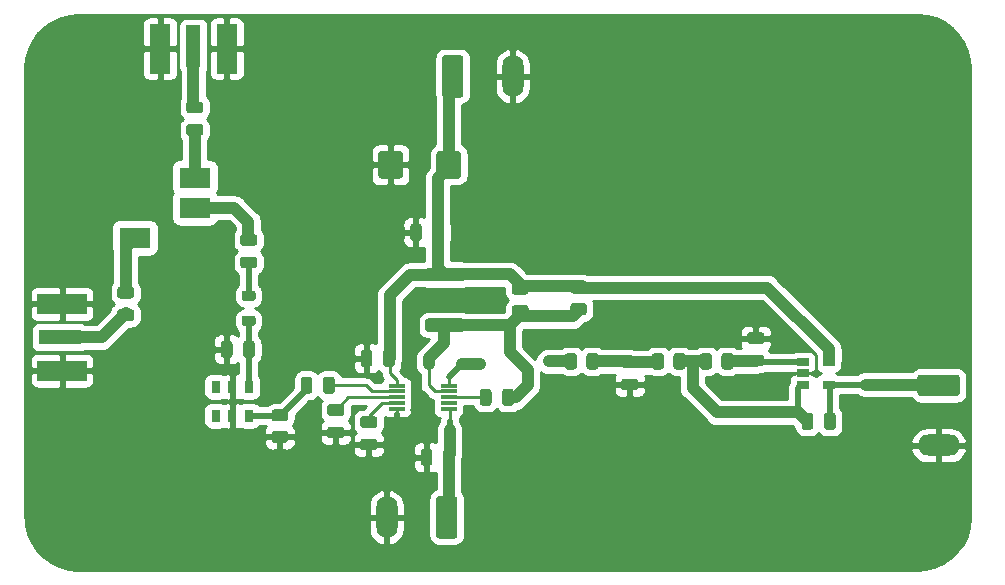
<source format=gbr>
%TF.GenerationSoftware,KiCad,Pcbnew,(5.1.9)-1*%
%TF.CreationDate,2021-03-09T18:28:39-05:00*%
%TF.ProjectId,NJR_New_DemodWithMixer,4e4a525f-4e65-4775-9f44-656d6f645769,rev?*%
%TF.SameCoordinates,Original*%
%TF.FileFunction,Copper,L1,Top*%
%TF.FilePolarity,Positive*%
%FSLAX46Y46*%
G04 Gerber Fmt 4.6, Leading zero omitted, Abs format (unit mm)*
G04 Created by KiCad (PCBNEW (5.1.9)-1) date 2021-03-09 18:28:39*
%MOMM*%
%LPD*%
G01*
G04 APERTURE LIST*
%TA.AperFunction,SMDPad,CuDef*%
%ADD10R,1.400000X0.300000*%
%TD*%
%TA.AperFunction,SMDPad,CuDef*%
%ADD11R,0.800000X1.050000*%
%TD*%
%TA.AperFunction,SMDPad,CuDef*%
%ADD12R,4.200000X1.750000*%
%TD*%
%TA.AperFunction,SMDPad,CuDef*%
%ADD13R,3.600000X1.270000*%
%TD*%
%TA.AperFunction,SMDPad,CuDef*%
%ADD14R,1.750000X4.200000*%
%TD*%
%TA.AperFunction,SMDPad,CuDef*%
%ADD15R,1.270000X3.600000*%
%TD*%
%TA.AperFunction,SMDPad,CuDef*%
%ADD16R,5.334000X4.191000*%
%TD*%
%TA.AperFunction,SMDPad,CuDef*%
%ADD17R,2.540000X1.651000*%
%TD*%
%TA.AperFunction,ComponentPad*%
%ADD18C,1.016000*%
%TD*%
%TA.AperFunction,SMDPad,CuDef*%
%ADD19R,5.334000X1.651000*%
%TD*%
%TA.AperFunction,SMDPad,CuDef*%
%ADD20R,1.270000X6.731000*%
%TD*%
%TA.AperFunction,SMDPad,CuDef*%
%ADD21R,1.060000X0.650000*%
%TD*%
%TA.AperFunction,ComponentPad*%
%ADD22O,1.800000X3.600000*%
%TD*%
%TA.AperFunction,ComponentPad*%
%ADD23O,3.600000X1.800000*%
%TD*%
%TA.AperFunction,ViaPad*%
%ADD24C,0.800000*%
%TD*%
%TA.AperFunction,Conductor*%
%ADD25C,0.250000*%
%TD*%
%TA.AperFunction,Conductor*%
%ADD26C,1.000000*%
%TD*%
%TA.AperFunction,Conductor*%
%ADD27C,0.500000*%
%TD*%
%TA.AperFunction,Conductor*%
%ADD28C,0.254000*%
%TD*%
%TA.AperFunction,Conductor*%
%ADD29C,0.100000*%
%TD*%
G04 APERTURE END LIST*
D10*
%TO.P,U2,10*%
%TO.N,/AF_Out*%
X115230000Y-90440000D03*
%TO.P,U2,9*%
%TO.N,Net-(C5-Pad1)*%
X115230000Y-90940000D03*
%TO.P,U2,8*%
%TO.N,Net-(C5-Pad2)*%
X115230000Y-91440000D03*
%TO.P,U2,7*%
%TO.N,Net-(U2-Pad7)*%
X115230000Y-91940000D03*
%TO.P,U2,6*%
%TO.N,/RSSI_Out*%
X115230000Y-92440000D03*
%TO.P,U2,5*%
%TO.N,GND*%
X110830000Y-92440000D03*
%TO.P,U2,4*%
%TO.N,Net-(C3-Pad1)*%
X110830000Y-91940000D03*
%TO.P,U2,3*%
%TO.N,Net-(C2-Pad1)*%
X110830000Y-91440000D03*
%TO.P,U2,2*%
%TO.N,Net-(C1-Pad1)*%
X110830000Y-90940000D03*
%TO.P,U2,1*%
%TO.N,+5V*%
X110830000Y-90440000D03*
%TD*%
D11*
%TO.P,U1,6*%
%TO.N,/IF_In*%
X98301000Y-93005500D03*
%TO.P,U1,5*%
%TO.N,GND*%
X96901000Y-93005500D03*
%TO.P,U1,4*%
%TO.N,Net-(U1-Pad4)*%
X95501000Y-93005500D03*
%TO.P,U1,3*%
%TO.N,Net-(U1-Pad3)*%
X95501000Y-90555500D03*
%TO.P,U1,2*%
%TO.N,GND*%
X96901000Y-90555500D03*
%TO.P,U1,1*%
%TO.N,Net-(CMatch1-Pad1)*%
X98301000Y-90555500D03*
%TD*%
D12*
%TO.P,JLO1,3_1*%
%TO.N,GND*%
X82496000Y-89185000D03*
%TO.P,JLO1,2_1*%
X82496000Y-83535000D03*
D13*
%TO.P,JLO1,1*%
%TO.N,Net-(CC4-Pad2)*%
X82296000Y-86360000D03*
%TD*%
D14*
%TO.P,J1,3_1*%
%TO.N,GND*%
X90799400Y-61922000D03*
%TO.P,J1,2_1*%
X96449400Y-61922000D03*
D15*
%TO.P,J1,1*%
%TO.N,Net-(CC2-Pad1)*%
X93624400Y-61722000D03*
%TD*%
D16*
%TO.P,UADE10x1,4*%
%TO.N,GND*%
X89179400Y-74117200D03*
D17*
%TO.P,UADE10x1,1*%
X93751400Y-77927200D03*
%TO.P,UADE10x1,2*%
%TO.N,Net-(CC3-Pad1)*%
X93751400Y-75387200D03*
%TO.P,UADE10x1,3*%
%TO.N,Net-(CC2-Pad2)*%
X93751400Y-72847200D03*
%TO.P,UADE10x1,6*%
%TO.N,Net-(CC4-Pad1)*%
X88671400Y-77927200D03*
%TO.P,UADE10x1,5*%
%TO.N,GND*%
X88671400Y-75387200D03*
%TO.P,UADE10x1,4*%
X88671400Y-72847200D03*
D18*
%TO.P,UADE10x1,1*%
X95402400Y-77927200D03*
%TO.P,UADE10x1,5*%
X87020400Y-75387200D03*
%TO.P,UADE10x1,4*%
X87020400Y-72847200D03*
D19*
%TO.P,UADE10x1,1*%
X93243400Y-77927200D03*
D18*
X91211400Y-77927200D03*
X91211400Y-76657200D03*
X91211400Y-75387200D03*
X91211400Y-74117200D03*
X91211400Y-72847200D03*
D20*
X91211400Y-75387200D03*
%TD*%
%TO.P,CC4,2*%
%TO.N,Net-(CC4-Pad2)*%
%TA.AperFunction,SMDPad,CuDef*%
G36*
G01*
X87409000Y-83977900D02*
X88359000Y-83977900D01*
G75*
G02*
X88609000Y-84227900I0J-250000D01*
G01*
X88609000Y-84727900D01*
G75*
G02*
X88359000Y-84977900I-250000J0D01*
G01*
X87409000Y-84977900D01*
G75*
G02*
X87159000Y-84727900I0J250000D01*
G01*
X87159000Y-84227900D01*
G75*
G02*
X87409000Y-83977900I250000J0D01*
G01*
G37*
%TD.AperFunction*%
%TO.P,CC4,1*%
%TO.N,Net-(CC4-Pad1)*%
%TA.AperFunction,SMDPad,CuDef*%
G36*
G01*
X87409000Y-82077900D02*
X88359000Y-82077900D01*
G75*
G02*
X88609000Y-82327900I0J-250000D01*
G01*
X88609000Y-82827900D01*
G75*
G02*
X88359000Y-83077900I-250000J0D01*
G01*
X87409000Y-83077900D01*
G75*
G02*
X87159000Y-82827900I0J250000D01*
G01*
X87159000Y-82327900D01*
G75*
G02*
X87409000Y-82077900I250000J0D01*
G01*
G37*
%TD.AperFunction*%
%TD*%
%TO.P,CC3,2*%
%TO.N,Net-(CC3-Pad2)*%
%TA.AperFunction,SMDPad,CuDef*%
G36*
G01*
X97823000Y-79520200D02*
X98773000Y-79520200D01*
G75*
G02*
X99023000Y-79770200I0J-250000D01*
G01*
X99023000Y-80270200D01*
G75*
G02*
X98773000Y-80520200I-250000J0D01*
G01*
X97823000Y-80520200D01*
G75*
G02*
X97573000Y-80270200I0J250000D01*
G01*
X97573000Y-79770200D01*
G75*
G02*
X97823000Y-79520200I250000J0D01*
G01*
G37*
%TD.AperFunction*%
%TO.P,CC3,1*%
%TO.N,Net-(CC3-Pad1)*%
%TA.AperFunction,SMDPad,CuDef*%
G36*
G01*
X97823000Y-77620200D02*
X98773000Y-77620200D01*
G75*
G02*
X99023000Y-77870200I0J-250000D01*
G01*
X99023000Y-78370200D01*
G75*
G02*
X98773000Y-78620200I-250000J0D01*
G01*
X97823000Y-78620200D01*
G75*
G02*
X97573000Y-78370200I0J250000D01*
G01*
X97573000Y-77870200D01*
G75*
G02*
X97823000Y-77620200I250000J0D01*
G01*
G37*
%TD.AperFunction*%
%TD*%
%TO.P,CC2,2*%
%TO.N,Net-(CC2-Pad2)*%
%TA.AperFunction,SMDPad,CuDef*%
G36*
G01*
X93251000Y-68293400D02*
X94201000Y-68293400D01*
G75*
G02*
X94451000Y-68543400I0J-250000D01*
G01*
X94451000Y-69043400D01*
G75*
G02*
X94201000Y-69293400I-250000J0D01*
G01*
X93251000Y-69293400D01*
G75*
G02*
X93001000Y-69043400I0J250000D01*
G01*
X93001000Y-68543400D01*
G75*
G02*
X93251000Y-68293400I250000J0D01*
G01*
G37*
%TD.AperFunction*%
%TO.P,CC2,1*%
%TO.N,Net-(CC2-Pad1)*%
%TA.AperFunction,SMDPad,CuDef*%
G36*
G01*
X93251000Y-66393400D02*
X94201000Y-66393400D01*
G75*
G02*
X94451000Y-66643400I0J-250000D01*
G01*
X94451000Y-67143400D01*
G75*
G02*
X94201000Y-67393400I-250000J0D01*
G01*
X93251000Y-67393400D01*
G75*
G02*
X93001000Y-67143400I0J250000D01*
G01*
X93001000Y-66643400D01*
G75*
G02*
X93251000Y-66393400I250000J0D01*
G01*
G37*
%TD.AperFunction*%
%TD*%
%TO.P,C1,2*%
%TO.N,/IF_In*%
%TA.AperFunction,SMDPad,CuDef*%
G36*
G01*
X103690000Y-89949000D02*
X103690000Y-90899000D01*
G75*
G02*
X103440000Y-91149000I-250000J0D01*
G01*
X102940000Y-91149000D01*
G75*
G02*
X102690000Y-90899000I0J250000D01*
G01*
X102690000Y-89949000D01*
G75*
G02*
X102940000Y-89699000I250000J0D01*
G01*
X103440000Y-89699000D01*
G75*
G02*
X103690000Y-89949000I0J-250000D01*
G01*
G37*
%TD.AperFunction*%
%TO.P,C1,1*%
%TO.N,Net-(C1-Pad1)*%
%TA.AperFunction,SMDPad,CuDef*%
G36*
G01*
X105590000Y-89949000D02*
X105590000Y-90899000D01*
G75*
G02*
X105340000Y-91149000I-250000J0D01*
G01*
X104840000Y-91149000D01*
G75*
G02*
X104590000Y-90899000I0J250000D01*
G01*
X104590000Y-89949000D01*
G75*
G02*
X104840000Y-89699000I250000J0D01*
G01*
X105340000Y-89699000D01*
G75*
G02*
X105590000Y-89949000I0J-250000D01*
G01*
G37*
%TD.AperFunction*%
%TD*%
D21*
%TO.P,U3,5*%
%TO.N,+5V*%
X147404000Y-88458000D03*
%TO.P,U3,4*%
%TO.N,/Audio_Out*%
X147404000Y-90358000D03*
%TO.P,U3,3*%
%TO.N,Net-(Ca1-Pad1)*%
X145204000Y-90358000D03*
%TO.P,U3,2*%
%TO.N,GND*%
X145204000Y-89408000D03*
%TO.P,U3,1*%
%TO.N,Net-(Cb1-Pad1)*%
X145204000Y-88458000D03*
%TD*%
%TO.P,Rc1,2*%
%TO.N,/AF_Out*%
%TA.AperFunction,SMDPad,CuDef*%
G36*
G01*
X126092000Y-87941998D02*
X126092000Y-88842002D01*
G75*
G02*
X125842002Y-89092000I-249998J0D01*
G01*
X125316998Y-89092000D01*
G75*
G02*
X125067000Y-88842002I0J249998D01*
G01*
X125067000Y-87941998D01*
G75*
G02*
X125316998Y-87692000I249998J0D01*
G01*
X125842002Y-87692000D01*
G75*
G02*
X126092000Y-87941998I0J-249998D01*
G01*
G37*
%TD.AperFunction*%
%TO.P,Rc1,1*%
%TO.N,Net-(Cc1-Pad1)*%
%TA.AperFunction,SMDPad,CuDef*%
G36*
G01*
X127917000Y-87941998D02*
X127917000Y-88842002D01*
G75*
G02*
X127667002Y-89092000I-249998J0D01*
G01*
X127141998Y-89092000D01*
G75*
G02*
X126892000Y-88842002I0J249998D01*
G01*
X126892000Y-87941998D01*
G75*
G02*
X127141998Y-87692000I249998J0D01*
G01*
X127667002Y-87692000D01*
G75*
G02*
X127917000Y-87941998I0J-249998D01*
G01*
G37*
%TD.AperFunction*%
%TD*%
%TO.P,Rb1,2*%
%TO.N,Net-(Cc1-Pad1)*%
%TA.AperFunction,SMDPad,CuDef*%
G36*
G01*
X133458000Y-87941998D02*
X133458000Y-88842002D01*
G75*
G02*
X133208002Y-89092000I-249998J0D01*
G01*
X132682998Y-89092000D01*
G75*
G02*
X132433000Y-88842002I0J249998D01*
G01*
X132433000Y-87941998D01*
G75*
G02*
X132682998Y-87692000I249998J0D01*
G01*
X133208002Y-87692000D01*
G75*
G02*
X133458000Y-87941998I0J-249998D01*
G01*
G37*
%TD.AperFunction*%
%TO.P,Rb1,1*%
%TO.N,Net-(Ca1-Pad1)*%
%TA.AperFunction,SMDPad,CuDef*%
G36*
G01*
X135283000Y-87941998D02*
X135283000Y-88842002D01*
G75*
G02*
X135033002Y-89092000I-249998J0D01*
G01*
X134507998Y-89092000D01*
G75*
G02*
X134258000Y-88842002I0J249998D01*
G01*
X134258000Y-87941998D01*
G75*
G02*
X134507998Y-87692000I249998J0D01*
G01*
X135033002Y-87692000D01*
G75*
G02*
X135283000Y-87941998I0J-249998D01*
G01*
G37*
%TD.AperFunction*%
%TD*%
%TO.P,Ra1,2*%
%TO.N,Net-(Ca1-Pad1)*%
%TA.AperFunction,SMDPad,CuDef*%
G36*
G01*
X137522000Y-87941998D02*
X137522000Y-88842002D01*
G75*
G02*
X137272002Y-89092000I-249998J0D01*
G01*
X136746998Y-89092000D01*
G75*
G02*
X136497000Y-88842002I0J249998D01*
G01*
X136497000Y-87941998D01*
G75*
G02*
X136746998Y-87692000I249998J0D01*
G01*
X137272002Y-87692000D01*
G75*
G02*
X137522000Y-87941998I0J-249998D01*
G01*
G37*
%TD.AperFunction*%
%TO.P,Ra1,1*%
%TO.N,Net-(Cb1-Pad1)*%
%TA.AperFunction,SMDPad,CuDef*%
G36*
G01*
X139347000Y-87941998D02*
X139347000Y-88842002D01*
G75*
G02*
X139097002Y-89092000I-249998J0D01*
G01*
X138571998Y-89092000D01*
G75*
G02*
X138322000Y-88842002I0J249998D01*
G01*
X138322000Y-87941998D01*
G75*
G02*
X138571998Y-87692000I249998J0D01*
G01*
X139097002Y-87692000D01*
G75*
G02*
X139347000Y-87941998I0J-249998D01*
G01*
G37*
%TD.AperFunction*%
%TD*%
%TO.P,R2,2*%
%TO.N,Net-(C5-Pad1)*%
%TA.AperFunction,SMDPad,CuDef*%
G36*
G01*
X125787998Y-83458000D02*
X126688002Y-83458000D01*
G75*
G02*
X126938000Y-83707998I0J-249998D01*
G01*
X126938000Y-84233002D01*
G75*
G02*
X126688002Y-84483000I-249998J0D01*
G01*
X125787998Y-84483000D01*
G75*
G02*
X125538000Y-84233002I0J249998D01*
G01*
X125538000Y-83707998D01*
G75*
G02*
X125787998Y-83458000I249998J0D01*
G01*
G37*
%TD.AperFunction*%
%TO.P,R2,1*%
%TO.N,+5V*%
%TA.AperFunction,SMDPad,CuDef*%
G36*
G01*
X125787998Y-81633000D02*
X126688002Y-81633000D01*
G75*
G02*
X126938000Y-81882998I0J-249998D01*
G01*
X126938000Y-82408002D01*
G75*
G02*
X126688002Y-82658000I-249998J0D01*
G01*
X125787998Y-82658000D01*
G75*
G02*
X125538000Y-82408002I0J249998D01*
G01*
X125538000Y-81882998D01*
G75*
G02*
X125787998Y-81633000I249998J0D01*
G01*
G37*
%TD.AperFunction*%
%TD*%
%TO.P,R1,2*%
%TO.N,GND*%
%TA.AperFunction,SMDPad,CuDef*%
G36*
G01*
X100489598Y-94278400D02*
X101389602Y-94278400D01*
G75*
G02*
X101639600Y-94528398I0J-249998D01*
G01*
X101639600Y-95053402D01*
G75*
G02*
X101389602Y-95303400I-249998J0D01*
G01*
X100489598Y-95303400D01*
G75*
G02*
X100239600Y-95053402I0J249998D01*
G01*
X100239600Y-94528398D01*
G75*
G02*
X100489598Y-94278400I249998J0D01*
G01*
G37*
%TD.AperFunction*%
%TO.P,R1,1*%
%TO.N,/IF_In*%
%TA.AperFunction,SMDPad,CuDef*%
G36*
G01*
X100489598Y-92453400D02*
X101389602Y-92453400D01*
G75*
G02*
X101639600Y-92703398I0J-249998D01*
G01*
X101639600Y-93228402D01*
G75*
G02*
X101389602Y-93478400I-249998J0D01*
G01*
X100489598Y-93478400D01*
G75*
G02*
X100239600Y-93228402I0J249998D01*
G01*
X100239600Y-92703398D01*
G75*
G02*
X100489598Y-92453400I249998J0D01*
G01*
G37*
%TD.AperFunction*%
%TD*%
%TO.P,LQ1_T1,2*%
%TO.N,Net-(C5-Pad1)*%
%TA.AperFunction,SMDPad,CuDef*%
G36*
G01*
X113484998Y-84760000D02*
X116385002Y-84760000D01*
G75*
G02*
X116635000Y-85009998I0J-249998D01*
G01*
X116635000Y-85635002D01*
G75*
G02*
X116385002Y-85885000I-249998J0D01*
G01*
X113484998Y-85885000D01*
G75*
G02*
X113235000Y-85635002I0J249998D01*
G01*
X113235000Y-85009998D01*
G75*
G02*
X113484998Y-84760000I249998J0D01*
G01*
G37*
%TD.AperFunction*%
%TO.P,LQ1_T1,1*%
%TO.N,+5V*%
%TA.AperFunction,SMDPad,CuDef*%
G36*
G01*
X113484998Y-80485000D02*
X116385002Y-80485000D01*
G75*
G02*
X116635000Y-80734998I0J-249998D01*
G01*
X116635000Y-81360002D01*
G75*
G02*
X116385002Y-81610000I-249998J0D01*
G01*
X113484998Y-81610000D01*
G75*
G02*
X113235000Y-81360002I0J249998D01*
G01*
X113235000Y-80734998D01*
G75*
G02*
X113484998Y-80485000I249998J0D01*
G01*
G37*
%TD.AperFunction*%
%TD*%
%TO.P,LMatch1,2*%
%TO.N,Net-(CMatch1-Pad1)*%
%TA.AperFunction,SMDPad,CuDef*%
G36*
G01*
X97916750Y-84521200D02*
X98679250Y-84521200D01*
G75*
G02*
X98898000Y-84739950I0J-218750D01*
G01*
X98898000Y-85177450D01*
G75*
G02*
X98679250Y-85396200I-218750J0D01*
G01*
X97916750Y-85396200D01*
G75*
G02*
X97698000Y-85177450I0J218750D01*
G01*
X97698000Y-84739950D01*
G75*
G02*
X97916750Y-84521200I218750J0D01*
G01*
G37*
%TD.AperFunction*%
%TO.P,LMatch1,1*%
%TO.N,Net-(CC3-Pad2)*%
%TA.AperFunction,SMDPad,CuDef*%
G36*
G01*
X97916750Y-82396200D02*
X98679250Y-82396200D01*
G75*
G02*
X98898000Y-82614950I0J-218750D01*
G01*
X98898000Y-83052450D01*
G75*
G02*
X98679250Y-83271200I-218750J0D01*
G01*
X97916750Y-83271200D01*
G75*
G02*
X97698000Y-83052450I0J218750D01*
G01*
X97698000Y-82614950D01*
G75*
G02*
X97916750Y-82396200I218750J0D01*
G01*
G37*
%TD.AperFunction*%
%TD*%
D22*
%TO.P,J_RSSI1,2*%
%TO.N,GND*%
X109982000Y-101600000D03*
%TO.P,J_RSSI1,1*%
%TO.N,/RSSI_Out*%
%TA.AperFunction,ComponentPad*%
G36*
G01*
X115962000Y-100050000D02*
X115962000Y-103150000D01*
G75*
G02*
X115712000Y-103400000I-250000J0D01*
G01*
X114412000Y-103400000D01*
G75*
G02*
X114162000Y-103150000I0J250000D01*
G01*
X114162000Y-100050000D01*
G75*
G02*
X114412000Y-99800000I250000J0D01*
G01*
X115712000Y-99800000D01*
G75*
G02*
X115962000Y-100050000I0J-250000D01*
G01*
G37*
%TD.AperFunction*%
%TD*%
%TO.P,J_Power1,2*%
%TO.N,GND*%
X120650000Y-64262000D03*
%TO.P,J_Power1,1*%
%TO.N,+5V*%
%TA.AperFunction,ComponentPad*%
G36*
G01*
X114670000Y-65812000D02*
X114670000Y-62712000D01*
G75*
G02*
X114920000Y-62462000I250000J0D01*
G01*
X116220000Y-62462000D01*
G75*
G02*
X116470000Y-62712000I0J-250000D01*
G01*
X116470000Y-65812000D01*
G75*
G02*
X116220000Y-66062000I-250000J0D01*
G01*
X114920000Y-66062000D01*
G75*
G02*
X114670000Y-65812000I0J250000D01*
G01*
G37*
%TD.AperFunction*%
%TD*%
D23*
%TO.P,J_Audio1,2*%
%TO.N,GND*%
X156718000Y-95504000D03*
%TO.P,J_Audio1,1*%
%TO.N,/Audio_Out*%
%TA.AperFunction,ComponentPad*%
G36*
G01*
X155168000Y-89524000D02*
X158268000Y-89524000D01*
G75*
G02*
X158518000Y-89774000I0J-250000D01*
G01*
X158518000Y-91074000D01*
G75*
G02*
X158268000Y-91324000I-250000J0D01*
G01*
X155168000Y-91324000D01*
G75*
G02*
X154918000Y-91074000I0J250000D01*
G01*
X154918000Y-89774000D01*
G75*
G02*
X155168000Y-89524000I250000J0D01*
G01*
G37*
%TD.AperFunction*%
%TD*%
%TO.P,CQ1,2*%
%TO.N,Net-(C5-Pad1)*%
%TA.AperFunction,SMDPad,CuDef*%
G36*
G01*
X120810000Y-83635000D02*
X121760000Y-83635000D01*
G75*
G02*
X122010000Y-83885000I0J-250000D01*
G01*
X122010000Y-84385000D01*
G75*
G02*
X121760000Y-84635000I-250000J0D01*
G01*
X120810000Y-84635000D01*
G75*
G02*
X120560000Y-84385000I0J250000D01*
G01*
X120560000Y-83885000D01*
G75*
G02*
X120810000Y-83635000I250000J0D01*
G01*
G37*
%TD.AperFunction*%
%TO.P,CQ1,1*%
%TO.N,+5V*%
%TA.AperFunction,SMDPad,CuDef*%
G36*
G01*
X120810000Y-81735000D02*
X121760000Y-81735000D01*
G75*
G02*
X122010000Y-81985000I0J-250000D01*
G01*
X122010000Y-82485000D01*
G75*
G02*
X121760000Y-82735000I-250000J0D01*
G01*
X120810000Y-82735000D01*
G75*
G02*
X120560000Y-82485000I0J250000D01*
G01*
X120560000Y-81985000D01*
G75*
G02*
X120810000Y-81735000I250000J0D01*
G01*
G37*
%TD.AperFunction*%
%TD*%
%TO.P,CMatch1,2*%
%TO.N,GND*%
%TA.AperFunction,SMDPad,CuDef*%
G36*
G01*
X96933600Y-86901000D02*
X96933600Y-87851000D01*
G75*
G02*
X96683600Y-88101000I-250000J0D01*
G01*
X96183600Y-88101000D01*
G75*
G02*
X95933600Y-87851000I0J250000D01*
G01*
X95933600Y-86901000D01*
G75*
G02*
X96183600Y-86651000I250000J0D01*
G01*
X96683600Y-86651000D01*
G75*
G02*
X96933600Y-86901000I0J-250000D01*
G01*
G37*
%TD.AperFunction*%
%TO.P,CMatch1,1*%
%TO.N,Net-(CMatch1-Pad1)*%
%TA.AperFunction,SMDPad,CuDef*%
G36*
G01*
X98833600Y-86901000D02*
X98833600Y-87851000D01*
G75*
G02*
X98583600Y-88101000I-250000J0D01*
G01*
X98083600Y-88101000D01*
G75*
G02*
X97833600Y-87851000I0J250000D01*
G01*
X97833600Y-86901000D01*
G75*
G02*
X98083600Y-86651000I250000J0D01*
G01*
X98583600Y-86651000D01*
G75*
G02*
X98833600Y-86901000I0J-250000D01*
G01*
G37*
%TD.AperFunction*%
%TD*%
%TO.P,Cc1,2*%
%TO.N,GND*%
%TA.AperFunction,SMDPad,CuDef*%
G36*
G01*
X130081000Y-89858000D02*
X131031000Y-89858000D01*
G75*
G02*
X131281000Y-90108000I0J-250000D01*
G01*
X131281000Y-90608000D01*
G75*
G02*
X131031000Y-90858000I-250000J0D01*
G01*
X130081000Y-90858000D01*
G75*
G02*
X129831000Y-90608000I0J250000D01*
G01*
X129831000Y-90108000D01*
G75*
G02*
X130081000Y-89858000I250000J0D01*
G01*
G37*
%TD.AperFunction*%
%TO.P,Cc1,1*%
%TO.N,Net-(Cc1-Pad1)*%
%TA.AperFunction,SMDPad,CuDef*%
G36*
G01*
X130081000Y-87958000D02*
X131031000Y-87958000D01*
G75*
G02*
X131281000Y-88208000I0J-250000D01*
G01*
X131281000Y-88708000D01*
G75*
G02*
X131031000Y-88958000I-250000J0D01*
G01*
X130081000Y-88958000D01*
G75*
G02*
X129831000Y-88708000I0J250000D01*
G01*
X129831000Y-88208000D01*
G75*
G02*
X130081000Y-87958000I250000J0D01*
G01*
G37*
%TD.AperFunction*%
%TD*%
%TO.P,Cb1,2*%
%TO.N,GND*%
%TA.AperFunction,SMDPad,CuDef*%
G36*
G01*
X141699000Y-86926000D02*
X140749000Y-86926000D01*
G75*
G02*
X140499000Y-86676000I0J250000D01*
G01*
X140499000Y-86176000D01*
G75*
G02*
X140749000Y-85926000I250000J0D01*
G01*
X141699000Y-85926000D01*
G75*
G02*
X141949000Y-86176000I0J-250000D01*
G01*
X141949000Y-86676000D01*
G75*
G02*
X141699000Y-86926000I-250000J0D01*
G01*
G37*
%TD.AperFunction*%
%TO.P,Cb1,1*%
%TO.N,Net-(Cb1-Pad1)*%
%TA.AperFunction,SMDPad,CuDef*%
G36*
G01*
X141699000Y-88826000D02*
X140749000Y-88826000D01*
G75*
G02*
X140499000Y-88576000I0J250000D01*
G01*
X140499000Y-88076000D01*
G75*
G02*
X140749000Y-87826000I250000J0D01*
G01*
X141699000Y-87826000D01*
G75*
G02*
X141949000Y-88076000I0J-250000D01*
G01*
X141949000Y-88576000D01*
G75*
G02*
X141699000Y-88826000I-250000J0D01*
G01*
G37*
%TD.AperFunction*%
%TD*%
%TO.P,Ca1,2*%
%TO.N,/Audio_Out*%
%TA.AperFunction,SMDPad,CuDef*%
G36*
G01*
X147008000Y-93947000D02*
X147008000Y-92997000D01*
G75*
G02*
X147258000Y-92747000I250000J0D01*
G01*
X147758000Y-92747000D01*
G75*
G02*
X148008000Y-92997000I0J-250000D01*
G01*
X148008000Y-93947000D01*
G75*
G02*
X147758000Y-94197000I-250000J0D01*
G01*
X147258000Y-94197000D01*
G75*
G02*
X147008000Y-93947000I0J250000D01*
G01*
G37*
%TD.AperFunction*%
%TO.P,Ca1,1*%
%TO.N,Net-(Ca1-Pad1)*%
%TA.AperFunction,SMDPad,CuDef*%
G36*
G01*
X145108000Y-93947000D02*
X145108000Y-92997000D01*
G75*
G02*
X145358000Y-92747000I250000J0D01*
G01*
X145858000Y-92747000D01*
G75*
G02*
X146108000Y-92997000I0J-250000D01*
G01*
X146108000Y-93947000D01*
G75*
G02*
X145858000Y-94197000I-250000J0D01*
G01*
X145358000Y-94197000D01*
G75*
G02*
X145108000Y-93947000I0J250000D01*
G01*
G37*
%TD.AperFunction*%
%TD*%
%TO.P,C9,2*%
%TO.N,GND*%
%TA.AperFunction,SMDPad,CuDef*%
G36*
G01*
X111351000Y-70830000D02*
X111351000Y-72680000D01*
G75*
G02*
X111101000Y-72930000I-250000J0D01*
G01*
X109526000Y-72930000D01*
G75*
G02*
X109276000Y-72680000I0J250000D01*
G01*
X109276000Y-70830000D01*
G75*
G02*
X109526000Y-70580000I250000J0D01*
G01*
X111101000Y-70580000D01*
G75*
G02*
X111351000Y-70830000I0J-250000D01*
G01*
G37*
%TD.AperFunction*%
%TO.P,C9,1*%
%TO.N,+5V*%
%TA.AperFunction,SMDPad,CuDef*%
G36*
G01*
X116276000Y-70830000D02*
X116276000Y-72680000D01*
G75*
G02*
X116026000Y-72930000I-250000J0D01*
G01*
X114451000Y-72930000D01*
G75*
G02*
X114201000Y-72680000I0J250000D01*
G01*
X114201000Y-70830000D01*
G75*
G02*
X114451000Y-70580000I250000J0D01*
G01*
X116026000Y-70580000D01*
G75*
G02*
X116276000Y-70830000I0J-250000D01*
G01*
G37*
%TD.AperFunction*%
%TD*%
%TO.P,C8,2*%
%TO.N,GND*%
%TA.AperFunction,SMDPad,CuDef*%
G36*
G01*
X112961000Y-76995000D02*
X112961000Y-77945000D01*
G75*
G02*
X112711000Y-78195000I-250000J0D01*
G01*
X112211000Y-78195000D01*
G75*
G02*
X111961000Y-77945000I0J250000D01*
G01*
X111961000Y-76995000D01*
G75*
G02*
X112211000Y-76745000I250000J0D01*
G01*
X112711000Y-76745000D01*
G75*
G02*
X112961000Y-76995000I0J-250000D01*
G01*
G37*
%TD.AperFunction*%
%TO.P,C8,1*%
%TO.N,+5V*%
%TA.AperFunction,SMDPad,CuDef*%
G36*
G01*
X114861000Y-76995000D02*
X114861000Y-77945000D01*
G75*
G02*
X114611000Y-78195000I-250000J0D01*
G01*
X114111000Y-78195000D01*
G75*
G02*
X113861000Y-77945000I0J250000D01*
G01*
X113861000Y-76995000D01*
G75*
G02*
X114111000Y-76745000I250000J0D01*
G01*
X114611000Y-76745000D01*
G75*
G02*
X114861000Y-76995000I0J-250000D01*
G01*
G37*
%TD.AperFunction*%
%TD*%
%TO.P,C7,2*%
%TO.N,GND*%
%TA.AperFunction,SMDPad,CuDef*%
G36*
G01*
X108770000Y-87663000D02*
X108770000Y-88613000D01*
G75*
G02*
X108520000Y-88863000I-250000J0D01*
G01*
X108020000Y-88863000D01*
G75*
G02*
X107770000Y-88613000I0J250000D01*
G01*
X107770000Y-87663000D01*
G75*
G02*
X108020000Y-87413000I250000J0D01*
G01*
X108520000Y-87413000D01*
G75*
G02*
X108770000Y-87663000I0J-250000D01*
G01*
G37*
%TD.AperFunction*%
%TO.P,C7,1*%
%TO.N,+5V*%
%TA.AperFunction,SMDPad,CuDef*%
G36*
G01*
X110670000Y-87663000D02*
X110670000Y-88613000D01*
G75*
G02*
X110420000Y-88863000I-250000J0D01*
G01*
X109920000Y-88863000D01*
G75*
G02*
X109670000Y-88613000I0J250000D01*
G01*
X109670000Y-87663000D01*
G75*
G02*
X109920000Y-87413000I250000J0D01*
G01*
X110420000Y-87413000D01*
G75*
G02*
X110670000Y-87663000I0J-250000D01*
G01*
G37*
%TD.AperFunction*%
%TD*%
%TO.P,C5,2*%
%TO.N,Net-(C5-Pad2)*%
%TA.AperFunction,SMDPad,CuDef*%
G36*
G01*
X118864000Y-90965000D02*
X118864000Y-91915000D01*
G75*
G02*
X118614000Y-92165000I-250000J0D01*
G01*
X118114000Y-92165000D01*
G75*
G02*
X117864000Y-91915000I0J250000D01*
G01*
X117864000Y-90965000D01*
G75*
G02*
X118114000Y-90715000I250000J0D01*
G01*
X118614000Y-90715000D01*
G75*
G02*
X118864000Y-90965000I0J-250000D01*
G01*
G37*
%TD.AperFunction*%
%TO.P,C5,1*%
%TO.N,Net-(C5-Pad1)*%
%TA.AperFunction,SMDPad,CuDef*%
G36*
G01*
X120764000Y-90965000D02*
X120764000Y-91915000D01*
G75*
G02*
X120514000Y-92165000I-250000J0D01*
G01*
X120014000Y-92165000D01*
G75*
G02*
X119764000Y-91915000I0J250000D01*
G01*
X119764000Y-90965000D01*
G75*
G02*
X120014000Y-90715000I250000J0D01*
G01*
X120514000Y-90715000D01*
G75*
G02*
X120764000Y-90965000I0J-250000D01*
G01*
G37*
%TD.AperFunction*%
%TD*%
%TO.P,C4,2*%
%TO.N,/RSSI_Out*%
%TA.AperFunction,SMDPad,CuDef*%
G36*
G01*
X114755000Y-96995000D02*
X114755000Y-96045000D01*
G75*
G02*
X115005000Y-95795000I250000J0D01*
G01*
X115505000Y-95795000D01*
G75*
G02*
X115755000Y-96045000I0J-250000D01*
G01*
X115755000Y-96995000D01*
G75*
G02*
X115505000Y-97245000I-250000J0D01*
G01*
X115005000Y-97245000D01*
G75*
G02*
X114755000Y-96995000I0J250000D01*
G01*
G37*
%TD.AperFunction*%
%TO.P,C4,1*%
%TO.N,GND*%
%TA.AperFunction,SMDPad,CuDef*%
G36*
G01*
X112855000Y-96995000D02*
X112855000Y-96045000D01*
G75*
G02*
X113105000Y-95795000I250000J0D01*
G01*
X113605000Y-95795000D01*
G75*
G02*
X113855000Y-96045000I0J-250000D01*
G01*
X113855000Y-96995000D01*
G75*
G02*
X113605000Y-97245000I-250000J0D01*
G01*
X113105000Y-97245000D01*
G75*
G02*
X112855000Y-96995000I0J250000D01*
G01*
G37*
%TD.AperFunction*%
%TD*%
%TO.P,C3,2*%
%TO.N,GND*%
%TA.AperFunction,SMDPad,CuDef*%
G36*
G01*
X107983000Y-94938000D02*
X108933000Y-94938000D01*
G75*
G02*
X109183000Y-95188000I0J-250000D01*
G01*
X109183000Y-95688000D01*
G75*
G02*
X108933000Y-95938000I-250000J0D01*
G01*
X107983000Y-95938000D01*
G75*
G02*
X107733000Y-95688000I0J250000D01*
G01*
X107733000Y-95188000D01*
G75*
G02*
X107983000Y-94938000I250000J0D01*
G01*
G37*
%TD.AperFunction*%
%TO.P,C3,1*%
%TO.N,Net-(C3-Pad1)*%
%TA.AperFunction,SMDPad,CuDef*%
G36*
G01*
X107983000Y-93038000D02*
X108933000Y-93038000D01*
G75*
G02*
X109183000Y-93288000I0J-250000D01*
G01*
X109183000Y-93788000D01*
G75*
G02*
X108933000Y-94038000I-250000J0D01*
G01*
X107983000Y-94038000D01*
G75*
G02*
X107733000Y-93788000I0J250000D01*
G01*
X107733000Y-93288000D01*
G75*
G02*
X107983000Y-93038000I250000J0D01*
G01*
G37*
%TD.AperFunction*%
%TD*%
%TO.P,C2,2*%
%TO.N,GND*%
%TA.AperFunction,SMDPad,CuDef*%
G36*
G01*
X105189000Y-93922000D02*
X106139000Y-93922000D01*
G75*
G02*
X106389000Y-94172000I0J-250000D01*
G01*
X106389000Y-94672000D01*
G75*
G02*
X106139000Y-94922000I-250000J0D01*
G01*
X105189000Y-94922000D01*
G75*
G02*
X104939000Y-94672000I0J250000D01*
G01*
X104939000Y-94172000D01*
G75*
G02*
X105189000Y-93922000I250000J0D01*
G01*
G37*
%TD.AperFunction*%
%TO.P,C2,1*%
%TO.N,Net-(C2-Pad1)*%
%TA.AperFunction,SMDPad,CuDef*%
G36*
G01*
X105189000Y-92022000D02*
X106139000Y-92022000D01*
G75*
G02*
X106389000Y-92272000I0J-250000D01*
G01*
X106389000Y-92772000D01*
G75*
G02*
X106139000Y-93022000I-250000J0D01*
G01*
X105189000Y-93022000D01*
G75*
G02*
X104939000Y-92772000I0J250000D01*
G01*
X104939000Y-92272000D01*
G75*
G02*
X105189000Y-92022000I250000J0D01*
G01*
G37*
%TD.AperFunction*%
%TD*%
D24*
%TO.N,GND*%
X141732000Y-90424000D03*
X81188550Y-61970150D03*
X81188550Y-68970150D03*
X81188550Y-75970150D03*
X81188550Y-98970150D03*
X83188550Y-103970150D03*
X85188550Y-64970150D03*
X85188550Y-71970150D03*
X85188550Y-94970150D03*
X87188550Y-99970150D03*
X88188550Y-60970150D03*
X89188550Y-67970150D03*
X89188550Y-90970150D03*
X89188550Y-104970150D03*
X90188550Y-79970150D03*
X91188550Y-85970150D03*
X91188550Y-95970150D03*
X93188550Y-100970150D03*
X95188550Y-64970150D03*
X95188550Y-81970150D03*
X96188550Y-70970150D03*
X96188550Y-104970150D03*
X97188550Y-94970150D03*
X99188550Y-60970150D03*
X99188550Y-99970150D03*
X100188550Y-66970150D03*
X100188550Y-73970150D03*
X100188550Y-83970150D03*
X100188550Y-90970150D03*
X102188550Y-78970150D03*
X102188550Y-103970150D03*
X103188550Y-95970150D03*
X104188550Y-62970150D03*
X104188550Y-69970150D03*
X104188550Y-86970150D03*
X106188550Y-74970150D03*
X106188550Y-81970150D03*
X106188550Y-99970150D03*
X108188550Y-65970150D03*
X108188550Y-104970150D03*
X110188550Y-60970150D03*
X110188550Y-77970150D03*
X110188550Y-93970150D03*
X112188550Y-68970150D03*
X112188550Y-83970150D03*
X112188550Y-98970150D03*
X115188550Y-104970150D03*
X116188550Y-73970150D03*
X117188550Y-93970150D03*
X118188550Y-60970150D03*
X118188550Y-67970150D03*
X118188550Y-78970150D03*
X118188550Y-99970150D03*
X121188550Y-71970150D03*
X121188550Y-103970150D03*
X122188550Y-95970150D03*
X123188550Y-62970150D03*
X123188550Y-76970150D03*
X124188550Y-90970150D03*
X125188550Y-67970150D03*
X125188550Y-99970150D03*
X127188550Y-72970150D03*
X127188550Y-79970150D03*
X127188550Y-104970150D03*
X128188550Y-60970150D03*
X128188550Y-85970150D03*
X128188550Y-93970150D03*
X130188550Y-65970150D03*
X131188550Y-75970150D03*
X131188550Y-97970150D03*
X133188550Y-69970150D03*
X133188550Y-83970150D03*
X133188550Y-90970150D03*
X133188550Y-102970150D03*
X134188550Y-61970150D03*
X135188550Y-78970150D03*
X136188550Y-94970150D03*
X137188550Y-65970150D03*
X137188550Y-72970150D03*
X138188550Y-85970150D03*
X138188550Y-99970150D03*
X140188550Y-60970150D03*
X140188550Y-76970150D03*
X140188550Y-104970150D03*
X141188550Y-68970150D03*
X142188550Y-95970150D03*
X144188550Y-63970150D03*
X144188550Y-72970150D03*
X144188550Y-79970150D03*
X144188550Y-86970150D03*
X144188550Y-100970150D03*
X147188550Y-67970150D03*
X147188550Y-104970150D03*
X148188550Y-60970150D03*
X148188550Y-75970150D03*
X148188550Y-82970150D03*
X148188550Y-96970150D03*
X150188550Y-87970150D03*
X151188550Y-64970150D03*
X151188550Y-71970150D03*
X151188550Y-100970150D03*
X152188550Y-78970150D03*
X152188550Y-92970150D03*
X154188550Y-83970150D03*
X154188550Y-104970150D03*
X155188550Y-60970150D03*
X155188550Y-67970150D03*
X155188550Y-74970150D03*
X155188550Y-97970150D03*
X157188550Y-87970150D03*
X158188550Y-79970150D03*
X158188550Y-101970150D03*
%TO.N,/AF_Out*%
X123698000Y-88392000D03*
X117856000Y-88646000D03*
%TD*%
D25*
%TO.N,GND*%
X110830000Y-92440000D02*
X110830000Y-92796000D01*
X145204000Y-89408000D02*
X143637000Y-89408000D01*
X145984000Y-89408000D02*
X146304000Y-89088000D01*
X145204000Y-89408000D02*
X145984000Y-89408000D01*
X146304000Y-89088000D02*
X146304000Y-87884000D01*
X146304000Y-87884000D02*
X145796000Y-87376000D01*
X145796000Y-87376000D02*
X145542000Y-87376000D01*
%TO.N,Net-(C2-Pad1)*%
X105664000Y-92522000D02*
X106746000Y-91440000D01*
X106746000Y-91440000D02*
X111252000Y-91440000D01*
%TO.N,Net-(C3-Pad1)*%
X108458000Y-93038000D02*
X109548000Y-91948000D01*
X108458000Y-93538000D02*
X108458000Y-93038000D01*
X109548000Y-91948000D02*
X110998000Y-91948000D01*
D26*
%TO.N,/RSSI_Out*%
X115316000Y-96266000D02*
X115316000Y-94234000D01*
D27*
X115316000Y-94234000D02*
X115316000Y-93472000D01*
D25*
X115316000Y-93472000D02*
X115316000Y-92456000D01*
D26*
X115255000Y-96520000D02*
X115255000Y-102550000D01*
X115255000Y-102550000D02*
X114935000Y-102870000D01*
D25*
%TO.N,Net-(C5-Pad2)*%
X115230000Y-91440000D02*
X118364000Y-91440000D01*
D26*
%TO.N,Net-(C5-Pad1)*%
X120264000Y-91440000D02*
X120904000Y-91440000D01*
X120904000Y-91440000D02*
X121920000Y-90424000D01*
X121920000Y-90424000D02*
X121920000Y-89154000D01*
D25*
X115230000Y-90940000D02*
X114054000Y-90940000D01*
X114054000Y-90940000D02*
X113538000Y-90424000D01*
X113538000Y-90424000D02*
X113538000Y-88646000D01*
D26*
X113538000Y-88646000D02*
X113538000Y-88138000D01*
X113538000Y-88138000D02*
X114808000Y-86868000D01*
X114808000Y-86868000D02*
X114808000Y-85598000D01*
X114808000Y-85598000D02*
X115062000Y-85344000D01*
X115062000Y-85344000D02*
X120396000Y-85344000D01*
X120396000Y-85344000D02*
X121158000Y-84582000D01*
X121158000Y-84582000D02*
X125730000Y-84582000D01*
X125730000Y-84582000D02*
X126238000Y-84074000D01*
X120396000Y-87630000D02*
X121920000Y-89154000D01*
X120396000Y-85344000D02*
X120396000Y-87630000D01*
D25*
%TO.N,+5V*%
X110830000Y-90440000D02*
X110830000Y-90002000D01*
X110830000Y-90002000D02*
X110236000Y-89408000D01*
X110236000Y-89408000D02*
X110236000Y-88138000D01*
D26*
X115316000Y-71882000D02*
X114300000Y-72898000D01*
X114300000Y-72898000D02*
X114300000Y-80518000D01*
X114300000Y-80518000D02*
X114808000Y-81026000D01*
X114808000Y-81026000D02*
X120396000Y-81026000D01*
X120396000Y-81026000D02*
X121412000Y-82042000D01*
X121412000Y-82042000D02*
X126492000Y-82042000D01*
X114935000Y-81047500D02*
X111992500Y-81047500D01*
X111992500Y-81047500D02*
X110236000Y-82804000D01*
X110236000Y-82804000D02*
X110236000Y-88138000D01*
X126388500Y-82145500D02*
X126492000Y-82042000D01*
X126238000Y-82145500D02*
X126388500Y-82145500D01*
X115238500Y-71755000D02*
X115238500Y-64085500D01*
X115238500Y-64085500D02*
X115316000Y-64163000D01*
X126238000Y-82145500D02*
X142216500Y-82145500D01*
X142216500Y-82145500D02*
X147447000Y-87376000D01*
X147447000Y-87376000D02*
X147447000Y-88265000D01*
D27*
%TO.N,/Audio_Out*%
X148082000Y-90424000D02*
X147320000Y-90424000D01*
X147404000Y-90358000D02*
X150556000Y-90358000D01*
D26*
X150556000Y-90358000D02*
X157160000Y-90358000D01*
D27*
X147508000Y-93472000D02*
X147508000Y-90612000D01*
X147508000Y-90612000D02*
X147320000Y-90424000D01*
D26*
%TO.N,Net-(Ca1-Pad1)*%
X144272000Y-92710000D02*
X137922000Y-92710000D01*
X137922000Y-92710000D02*
X135890000Y-90678000D01*
X135890000Y-90678000D02*
X135890000Y-88392000D01*
X135890000Y-88392000D02*
X136906000Y-88392000D01*
X136906000Y-88392000D02*
X134747000Y-88392000D01*
X144272000Y-92710000D02*
X144780000Y-92710000D01*
X144780000Y-92710000D02*
X145542000Y-93472000D01*
D27*
X144780000Y-92710000D02*
X144780000Y-90678000D01*
X144780000Y-90678000D02*
X145034000Y-90424000D01*
%TO.N,Net-(Cb1-Pad1)*%
X141224000Y-88458000D02*
X145113001Y-88458000D01*
D26*
X138834500Y-88392000D02*
X141224000Y-88392000D01*
%TO.N,Net-(Cc1-Pad1)*%
X127404500Y-88392000D02*
X130556000Y-88392000D01*
X130556000Y-88458000D02*
X132776000Y-88458000D01*
D27*
%TO.N,Net-(CMatch1-Pad1)*%
X98298000Y-84958700D02*
X98298000Y-90576400D01*
X98298000Y-90576400D02*
X98323400Y-90601800D01*
%TO.N,/IF_In*%
X98301000Y-93005500D02*
X100948900Y-93005500D01*
X100948900Y-93005500D02*
X103174800Y-90779600D01*
X103174800Y-90779600D02*
X103174800Y-90373200D01*
D25*
%TO.N,/AF_Out*%
X115230000Y-90440000D02*
X115230000Y-89748000D01*
D26*
X116332000Y-88646000D02*
X117856000Y-88646000D01*
D27*
X115230000Y-89748000D02*
X116332000Y-88646000D01*
D26*
X123698000Y-88392000D02*
X125476000Y-88392000D01*
D25*
%TO.N,Net-(C1-Pad1)*%
X105090000Y-90424000D02*
X108204000Y-90424000D01*
X108204000Y-90424000D02*
X108712000Y-90932000D01*
X108712000Y-90932000D02*
X111252000Y-90932000D01*
D26*
%TO.N,Net-(CC2-Pad2)*%
X93726000Y-68793400D02*
X93726000Y-72923400D01*
%TO.N,Net-(CC2-Pad1)*%
X93624400Y-61061600D02*
X93624400Y-66624200D01*
D27*
%TO.N,Net-(CC3-Pad2)*%
X98298000Y-80020200D02*
X98298000Y-82778600D01*
D26*
%TO.N,Net-(CC3-Pad1)*%
X93751400Y-75387200D02*
X97078800Y-75387200D01*
X97078800Y-75387200D02*
X98272600Y-76581000D01*
X98272600Y-76581000D02*
X98272600Y-77990700D01*
%TO.N,Net-(CC4-Pad2)*%
X81788000Y-86360000D02*
X85852000Y-86360000D01*
X85852000Y-86360000D02*
X87884000Y-84328000D01*
%TO.N,Net-(CC4-Pad1)*%
X87884000Y-82577900D02*
X87884000Y-78689200D01*
X87884000Y-78689200D02*
X88646000Y-77927200D01*
%TD*%
D28*
%TO.N,GND*%
X155722249Y-59152437D02*
X156479774Y-59359672D01*
X157188625Y-59697777D01*
X157826404Y-60156067D01*
X158372946Y-60720055D01*
X158810977Y-61371913D01*
X159126651Y-62091038D01*
X159311206Y-62859768D01*
X159360001Y-63524221D01*
X159360000Y-101570608D01*
X159287563Y-102382249D01*
X159080328Y-103139774D01*
X158742221Y-103848627D01*
X158283928Y-104486410D01*
X157719945Y-105032946D01*
X157068085Y-105470978D01*
X156348963Y-105786651D01*
X155580232Y-105971206D01*
X154915792Y-106020000D01*
X83849392Y-106020000D01*
X83037751Y-105947563D01*
X82280226Y-105740328D01*
X81571373Y-105402221D01*
X80933590Y-104943928D01*
X80387054Y-104379945D01*
X79949022Y-103728085D01*
X79633349Y-103008963D01*
X79448794Y-102240232D01*
X79411105Y-101727000D01*
X108447000Y-101727000D01*
X108447000Y-102627000D01*
X108501271Y-102924023D01*
X108612446Y-103204751D01*
X108776252Y-103458396D01*
X108986394Y-103675210D01*
X109234796Y-103846862D01*
X109511913Y-103966755D01*
X109617260Y-103991036D01*
X109855000Y-103870378D01*
X109855000Y-101727000D01*
X110109000Y-101727000D01*
X110109000Y-103870378D01*
X110346740Y-103991036D01*
X110452087Y-103966755D01*
X110729204Y-103846862D01*
X110977606Y-103675210D01*
X111187748Y-103458396D01*
X111351554Y-103204751D01*
X111462729Y-102924023D01*
X111517000Y-102627000D01*
X111517000Y-101727000D01*
X110109000Y-101727000D01*
X109855000Y-101727000D01*
X108447000Y-101727000D01*
X79411105Y-101727000D01*
X79400000Y-101575792D01*
X79400000Y-100573000D01*
X108447000Y-100573000D01*
X108447000Y-101473000D01*
X109855000Y-101473000D01*
X109855000Y-99329622D01*
X110109000Y-99329622D01*
X110109000Y-101473000D01*
X111517000Y-101473000D01*
X111517000Y-100573000D01*
X111462729Y-100275977D01*
X111351554Y-99995249D01*
X111187748Y-99741604D01*
X110977606Y-99524790D01*
X110729204Y-99353138D01*
X110452087Y-99233245D01*
X110346740Y-99208964D01*
X110109000Y-99329622D01*
X109855000Y-99329622D01*
X109617260Y-99208964D01*
X109511913Y-99233245D01*
X109234796Y-99353138D01*
X108986394Y-99524790D01*
X108776252Y-99741604D01*
X108612446Y-99995249D01*
X108501271Y-100275977D01*
X108447000Y-100573000D01*
X79400000Y-100573000D01*
X79400000Y-97245000D01*
X112216928Y-97245000D01*
X112229188Y-97369482D01*
X112265498Y-97489180D01*
X112324463Y-97599494D01*
X112403815Y-97696185D01*
X112500506Y-97775537D01*
X112610820Y-97834502D01*
X112730518Y-97870812D01*
X112855000Y-97883072D01*
X113069250Y-97880000D01*
X113228000Y-97721250D01*
X113228000Y-96647000D01*
X112378750Y-96647000D01*
X112220000Y-96805750D01*
X112216928Y-97245000D01*
X79400000Y-97245000D01*
X79400000Y-95303400D01*
X99601528Y-95303400D01*
X99613788Y-95427882D01*
X99650098Y-95547580D01*
X99709063Y-95657894D01*
X99788415Y-95754585D01*
X99885106Y-95833937D01*
X99995420Y-95892902D01*
X100115118Y-95929212D01*
X100239600Y-95941472D01*
X100653850Y-95938400D01*
X100812600Y-95779650D01*
X100812600Y-94917900D01*
X101066600Y-94917900D01*
X101066600Y-95779650D01*
X101225350Y-95938400D01*
X101639600Y-95941472D01*
X101674852Y-95938000D01*
X107094928Y-95938000D01*
X107107188Y-96062482D01*
X107143498Y-96182180D01*
X107202463Y-96292494D01*
X107281815Y-96389185D01*
X107378506Y-96468537D01*
X107488820Y-96527502D01*
X107608518Y-96563812D01*
X107733000Y-96576072D01*
X108172250Y-96573000D01*
X108331000Y-96414250D01*
X108331000Y-95565000D01*
X108585000Y-95565000D01*
X108585000Y-96414250D01*
X108743750Y-96573000D01*
X109183000Y-96576072D01*
X109307482Y-96563812D01*
X109427180Y-96527502D01*
X109537494Y-96468537D01*
X109634185Y-96389185D01*
X109713537Y-96292494D01*
X109772502Y-96182180D01*
X109808812Y-96062482D01*
X109821072Y-95938000D01*
X109819022Y-95795000D01*
X112216928Y-95795000D01*
X112220000Y-96234250D01*
X112378750Y-96393000D01*
X113228000Y-96393000D01*
X113228000Y-95318750D01*
X113069250Y-95160000D01*
X112855000Y-95156928D01*
X112730518Y-95169188D01*
X112610820Y-95205498D01*
X112500506Y-95264463D01*
X112403815Y-95343815D01*
X112324463Y-95440506D01*
X112265498Y-95550820D01*
X112229188Y-95670518D01*
X112216928Y-95795000D01*
X109819022Y-95795000D01*
X109818000Y-95723750D01*
X109659250Y-95565000D01*
X108585000Y-95565000D01*
X108331000Y-95565000D01*
X107256750Y-95565000D01*
X107098000Y-95723750D01*
X107094928Y-95938000D01*
X101674852Y-95938000D01*
X101764082Y-95929212D01*
X101883780Y-95892902D01*
X101994094Y-95833937D01*
X102090785Y-95754585D01*
X102170137Y-95657894D01*
X102229102Y-95547580D01*
X102265412Y-95427882D01*
X102277672Y-95303400D01*
X102274600Y-95076650D01*
X102119950Y-94922000D01*
X104300928Y-94922000D01*
X104313188Y-95046482D01*
X104349498Y-95166180D01*
X104408463Y-95276494D01*
X104487815Y-95373185D01*
X104584506Y-95452537D01*
X104694820Y-95511502D01*
X104814518Y-95547812D01*
X104939000Y-95560072D01*
X105378250Y-95557000D01*
X105537000Y-95398250D01*
X105537000Y-94549000D01*
X105791000Y-94549000D01*
X105791000Y-95398250D01*
X105949750Y-95557000D01*
X106389000Y-95560072D01*
X106513482Y-95547812D01*
X106633180Y-95511502D01*
X106743494Y-95452537D01*
X106840185Y-95373185D01*
X106919537Y-95276494D01*
X106978502Y-95166180D01*
X107014812Y-95046482D01*
X107027072Y-94922000D01*
X107024000Y-94707750D01*
X106865250Y-94549000D01*
X105791000Y-94549000D01*
X105537000Y-94549000D01*
X104462750Y-94549000D01*
X104304000Y-94707750D01*
X104300928Y-94922000D01*
X102119950Y-94922000D01*
X102115850Y-94917900D01*
X101066600Y-94917900D01*
X100812600Y-94917900D01*
X99763350Y-94917900D01*
X99604600Y-95076650D01*
X99601528Y-95303400D01*
X79400000Y-95303400D01*
X79400000Y-92480500D01*
X94462928Y-92480500D01*
X94462928Y-93530500D01*
X94475188Y-93654982D01*
X94511498Y-93774680D01*
X94570463Y-93884994D01*
X94649815Y-93981685D01*
X94746506Y-94061037D01*
X94856820Y-94120002D01*
X94976518Y-94156312D01*
X95101000Y-94168572D01*
X95901000Y-94168572D01*
X96025482Y-94156312D01*
X96145180Y-94120002D01*
X96201000Y-94090165D01*
X96256820Y-94120002D01*
X96376518Y-94156312D01*
X96501000Y-94168572D01*
X96615250Y-94165500D01*
X96774000Y-94006750D01*
X96774000Y-93132500D01*
X96754000Y-93132500D01*
X96754000Y-92878500D01*
X96774000Y-92878500D01*
X96774000Y-92004250D01*
X97028000Y-92004250D01*
X97028000Y-92878500D01*
X97048000Y-92878500D01*
X97048000Y-93132500D01*
X97028000Y-93132500D01*
X97028000Y-94006750D01*
X97186750Y-94165500D01*
X97301000Y-94168572D01*
X97425482Y-94156312D01*
X97545180Y-94120002D01*
X97601000Y-94090165D01*
X97656820Y-94120002D01*
X97776518Y-94156312D01*
X97901000Y-94168572D01*
X98701000Y-94168572D01*
X98825482Y-94156312D01*
X98945180Y-94120002D01*
X99055494Y-94061037D01*
X99152185Y-93981685D01*
X99227018Y-93890500D01*
X99736479Y-93890500D01*
X99709063Y-93923906D01*
X99650098Y-94034220D01*
X99613788Y-94153918D01*
X99601528Y-94278400D01*
X99604600Y-94505150D01*
X99763350Y-94663900D01*
X100812600Y-94663900D01*
X100812600Y-94643900D01*
X101066600Y-94643900D01*
X101066600Y-94663900D01*
X102115850Y-94663900D01*
X102274600Y-94505150D01*
X102277672Y-94278400D01*
X102265412Y-94153918D01*
X102229102Y-94034220D01*
X102170137Y-93923906D01*
X102090785Y-93827215D01*
X102061324Y-93803037D01*
X102128005Y-93721787D01*
X102210072Y-93568252D01*
X102260608Y-93401656D01*
X102277672Y-93228402D01*
X102277672Y-92928306D01*
X103418907Y-91787072D01*
X103440000Y-91787072D01*
X103613254Y-91770008D01*
X103779850Y-91719472D01*
X103933386Y-91637405D01*
X104067962Y-91526962D01*
X104140000Y-91439183D01*
X104212038Y-91526962D01*
X104346614Y-91637405D01*
X104499442Y-91719094D01*
X104450595Y-91778614D01*
X104368528Y-91932150D01*
X104317992Y-92098746D01*
X104300928Y-92272000D01*
X104300928Y-92772000D01*
X104317992Y-92945254D01*
X104368528Y-93111850D01*
X104450595Y-93265386D01*
X104561038Y-93399962D01*
X104567594Y-93405342D01*
X104487815Y-93470815D01*
X104408463Y-93567506D01*
X104349498Y-93677820D01*
X104313188Y-93797518D01*
X104300928Y-93922000D01*
X104304000Y-94136250D01*
X104462750Y-94295000D01*
X105537000Y-94295000D01*
X105537000Y-94275000D01*
X105791000Y-94275000D01*
X105791000Y-94295000D01*
X106865250Y-94295000D01*
X107024000Y-94136250D01*
X107027072Y-93922000D01*
X107014812Y-93797518D01*
X106978502Y-93677820D01*
X106919537Y-93567506D01*
X106840185Y-93470815D01*
X106760406Y-93405342D01*
X106766962Y-93399962D01*
X106877405Y-93265386D01*
X106959472Y-93111850D01*
X107010008Y-92945254D01*
X107027072Y-92772000D01*
X107027072Y-92272000D01*
X107023641Y-92237161D01*
X107060802Y-92200000D01*
X108221199Y-92200000D01*
X108021271Y-92399928D01*
X107983000Y-92399928D01*
X107809746Y-92416992D01*
X107643150Y-92467528D01*
X107489614Y-92549595D01*
X107355038Y-92660038D01*
X107244595Y-92794614D01*
X107162528Y-92948150D01*
X107111992Y-93114746D01*
X107094928Y-93288000D01*
X107094928Y-93788000D01*
X107111992Y-93961254D01*
X107162528Y-94127850D01*
X107244595Y-94281386D01*
X107355038Y-94415962D01*
X107361594Y-94421342D01*
X107281815Y-94486815D01*
X107202463Y-94583506D01*
X107143498Y-94693820D01*
X107107188Y-94813518D01*
X107094928Y-94938000D01*
X107098000Y-95152250D01*
X107256750Y-95311000D01*
X108331000Y-95311000D01*
X108331000Y-95291000D01*
X108585000Y-95291000D01*
X108585000Y-95311000D01*
X109659250Y-95311000D01*
X109818000Y-95152250D01*
X109821072Y-94938000D01*
X109808812Y-94813518D01*
X109772502Y-94693820D01*
X109713537Y-94583506D01*
X109634185Y-94486815D01*
X109554406Y-94421342D01*
X109560962Y-94415962D01*
X109671405Y-94281386D01*
X109753472Y-94127850D01*
X109804008Y-93961254D01*
X109821072Y-93788000D01*
X109821072Y-93288000D01*
X109806253Y-93137545D01*
X109895046Y-93183239D01*
X110015296Y-93217677D01*
X110139954Y-93227994D01*
X110544250Y-93225000D01*
X110703000Y-93066250D01*
X110703000Y-92728072D01*
X110957000Y-92728072D01*
X110957000Y-93066250D01*
X111115750Y-93225000D01*
X111520046Y-93227994D01*
X111644704Y-93217677D01*
X111764954Y-93183239D01*
X111876174Y-93126003D01*
X111974092Y-93048169D01*
X112054943Y-92952727D01*
X112115621Y-92843346D01*
X112153794Y-92724229D01*
X112165000Y-92621750D01*
X112027725Y-92484475D01*
X112060537Y-92444494D01*
X112119502Y-92334180D01*
X112132753Y-92290497D01*
X112165000Y-92258250D01*
X112157898Y-92193302D01*
X112168072Y-92090000D01*
X112168072Y-91790000D01*
X112158223Y-91690000D01*
X112168072Y-91590000D01*
X112168072Y-91290000D01*
X112158223Y-91190000D01*
X112168072Y-91090000D01*
X112168072Y-90790000D01*
X112158223Y-90690000D01*
X112168072Y-90590000D01*
X112168072Y-90290000D01*
X112155812Y-90165518D01*
X112119502Y-90045820D01*
X112060537Y-89935506D01*
X111981185Y-89838815D01*
X111884494Y-89759463D01*
X111774180Y-89700498D01*
X111654482Y-89664188D01*
X111530000Y-89651928D01*
X111504637Y-89651928D01*
X111464974Y-89577724D01*
X111370001Y-89461999D01*
X111341002Y-89438200D01*
X111091145Y-89188343D01*
X111158405Y-89106386D01*
X111240472Y-88952850D01*
X111291008Y-88786254D01*
X111308072Y-88613000D01*
X111308072Y-88513804D01*
X111354577Y-88360499D01*
X111371000Y-88193752D01*
X111371000Y-83274131D01*
X112462632Y-82182500D01*
X113151833Y-82182500D01*
X113311744Y-82231008D01*
X113484998Y-82248072D01*
X116385002Y-82248072D01*
X116558256Y-82231008D01*
X116724852Y-82180472D01*
X116761281Y-82161000D01*
X119921928Y-82161000D01*
X119921928Y-82485000D01*
X119938992Y-82658254D01*
X119989528Y-82824850D01*
X120071595Y-82978386D01*
X120182038Y-83112962D01*
X120269817Y-83185000D01*
X120182038Y-83257038D01*
X120071595Y-83391614D01*
X119989528Y-83545150D01*
X119938992Y-83711746D01*
X119921928Y-83885000D01*
X119921928Y-84209000D01*
X116761281Y-84209000D01*
X116724852Y-84189528D01*
X116558256Y-84138992D01*
X116385002Y-84121928D01*
X113484998Y-84121928D01*
X113311744Y-84138992D01*
X113145148Y-84189528D01*
X112991613Y-84271595D01*
X112857038Y-84382038D01*
X112746595Y-84516613D01*
X112664528Y-84670148D01*
X112613992Y-84836744D01*
X112596928Y-85009998D01*
X112596928Y-85635002D01*
X112613992Y-85808256D01*
X112664528Y-85974852D01*
X112746595Y-86128387D01*
X112857038Y-86262962D01*
X112991613Y-86373405D01*
X113145148Y-86455472D01*
X113311744Y-86506008D01*
X113484998Y-86523072D01*
X113547796Y-86523072D01*
X112774860Y-87296009D01*
X112731552Y-87331551D01*
X112589717Y-87504377D01*
X112484324Y-87701553D01*
X112419423Y-87915501D01*
X112407612Y-88035423D01*
X112397509Y-88138000D01*
X112403000Y-88193751D01*
X112403000Y-88701751D01*
X112419423Y-88868498D01*
X112484324Y-89082446D01*
X112589716Y-89279623D01*
X112731551Y-89452449D01*
X112778001Y-89490569D01*
X112778000Y-90386677D01*
X112774324Y-90424000D01*
X112778000Y-90461322D01*
X112778000Y-90461332D01*
X112788997Y-90572985D01*
X112822369Y-90683000D01*
X112832454Y-90716246D01*
X112903026Y-90848276D01*
X112925944Y-90876201D01*
X112997999Y-90964001D01*
X113027002Y-90987803D01*
X113490200Y-91451002D01*
X113513999Y-91480001D01*
X113629724Y-91574974D01*
X113761753Y-91645546D01*
X113901576Y-91687960D01*
X113901777Y-91690000D01*
X113891928Y-91790000D01*
X113891928Y-92090000D01*
X113901777Y-92190000D01*
X113891928Y-92290000D01*
X113891928Y-92590000D01*
X113904188Y-92714482D01*
X113940498Y-92834180D01*
X113999463Y-92944494D01*
X114078815Y-93041185D01*
X114175506Y-93120537D01*
X114285820Y-93179502D01*
X114405518Y-93215812D01*
X114467054Y-93221873D01*
X114443805Y-93298510D01*
X114431000Y-93428523D01*
X114431000Y-93523267D01*
X114367717Y-93600377D01*
X114262325Y-93797553D01*
X114197424Y-94011501D01*
X114181001Y-94178248D01*
X114181001Y-95249233D01*
X114099180Y-95205498D01*
X113979482Y-95169188D01*
X113855000Y-95156928D01*
X113640750Y-95160000D01*
X113482000Y-95318750D01*
X113482000Y-96393000D01*
X113502000Y-96393000D01*
X113502000Y-96647000D01*
X113482000Y-96647000D01*
X113482000Y-97721250D01*
X113640750Y-97880000D01*
X113855000Y-97883072D01*
X113979482Y-97870812D01*
X114099180Y-97834502D01*
X114120000Y-97823373D01*
X114120000Y-99215013D01*
X114072150Y-99229528D01*
X113918614Y-99311595D01*
X113784038Y-99422038D01*
X113673595Y-99556614D01*
X113591528Y-99710150D01*
X113540992Y-99876746D01*
X113523928Y-100050000D01*
X113523928Y-103150000D01*
X113540992Y-103323254D01*
X113591528Y-103489850D01*
X113673595Y-103643386D01*
X113784038Y-103777962D01*
X113918614Y-103888405D01*
X114072150Y-103970472D01*
X114238746Y-104021008D01*
X114412000Y-104038072D01*
X115712000Y-104038072D01*
X115885254Y-104021008D01*
X116051850Y-103970472D01*
X116205386Y-103888405D01*
X116339962Y-103777962D01*
X116450405Y-103643386D01*
X116532472Y-103489850D01*
X116583008Y-103323254D01*
X116600072Y-103150000D01*
X116600072Y-100050000D01*
X116583008Y-99876746D01*
X116532472Y-99710150D01*
X116450405Y-99556614D01*
X116390000Y-99483010D01*
X116390000Y-97026191D01*
X116393072Y-96995000D01*
X116393072Y-96625321D01*
X116434577Y-96488499D01*
X116451000Y-96321752D01*
X116451000Y-95868740D01*
X154326964Y-95868740D01*
X154351245Y-95974087D01*
X154471138Y-96251204D01*
X154642790Y-96499606D01*
X154859604Y-96709748D01*
X155113249Y-96873554D01*
X155393977Y-96984729D01*
X155691000Y-97039000D01*
X156591000Y-97039000D01*
X156591000Y-95631000D01*
X156845000Y-95631000D01*
X156845000Y-97039000D01*
X157745000Y-97039000D01*
X158042023Y-96984729D01*
X158322751Y-96873554D01*
X158576396Y-96709748D01*
X158793210Y-96499606D01*
X158964862Y-96251204D01*
X159084755Y-95974087D01*
X159109036Y-95868740D01*
X158988378Y-95631000D01*
X156845000Y-95631000D01*
X156591000Y-95631000D01*
X154447622Y-95631000D01*
X154326964Y-95868740D01*
X116451000Y-95868740D01*
X116451000Y-95139260D01*
X154326964Y-95139260D01*
X154447622Y-95377000D01*
X156591000Y-95377000D01*
X156591000Y-93969000D01*
X156845000Y-93969000D01*
X156845000Y-95377000D01*
X158988378Y-95377000D01*
X159109036Y-95139260D01*
X159084755Y-95033913D01*
X158964862Y-94756796D01*
X158793210Y-94508394D01*
X158576396Y-94298252D01*
X158322751Y-94134446D01*
X158042023Y-94023271D01*
X157745000Y-93969000D01*
X156845000Y-93969000D01*
X156591000Y-93969000D01*
X155691000Y-93969000D01*
X155393977Y-94023271D01*
X155113249Y-94134446D01*
X154859604Y-94298252D01*
X154642790Y-94508394D01*
X154471138Y-94756796D01*
X154351245Y-95033913D01*
X154326964Y-95139260D01*
X116451000Y-95139260D01*
X116451000Y-94178248D01*
X116434577Y-94011501D01*
X116369676Y-93797553D01*
X116264284Y-93600377D01*
X116201000Y-93523265D01*
X116201000Y-93428523D01*
X116188195Y-93298510D01*
X116153955Y-93185637D01*
X116174180Y-93179502D01*
X116284494Y-93120537D01*
X116381185Y-93041185D01*
X116460537Y-92944494D01*
X116519502Y-92834180D01*
X116555812Y-92714482D01*
X116568072Y-92590000D01*
X116568072Y-92290000D01*
X116559208Y-92200000D01*
X117276890Y-92200000D01*
X117293528Y-92254850D01*
X117375595Y-92408386D01*
X117486038Y-92542962D01*
X117620614Y-92653405D01*
X117774150Y-92735472D01*
X117940746Y-92786008D01*
X118114000Y-92803072D01*
X118614000Y-92803072D01*
X118787254Y-92786008D01*
X118953850Y-92735472D01*
X119107386Y-92653405D01*
X119241962Y-92542962D01*
X119314000Y-92455183D01*
X119386038Y-92542962D01*
X119520614Y-92653405D01*
X119674150Y-92735472D01*
X119840746Y-92786008D01*
X120014000Y-92803072D01*
X120514000Y-92803072D01*
X120687254Y-92786008D01*
X120853850Y-92735472D01*
X121007386Y-92653405D01*
X121122449Y-92558976D01*
X121126499Y-92558577D01*
X121340447Y-92493676D01*
X121537623Y-92388284D01*
X121710449Y-92246449D01*
X121745996Y-92203136D01*
X122683140Y-91265992D01*
X122726449Y-91230449D01*
X122868284Y-91057623D01*
X122973676Y-90860447D01*
X122974418Y-90858000D01*
X129192928Y-90858000D01*
X129205188Y-90982482D01*
X129241498Y-91102180D01*
X129300463Y-91212494D01*
X129379815Y-91309185D01*
X129476506Y-91388537D01*
X129586820Y-91447502D01*
X129706518Y-91483812D01*
X129831000Y-91496072D01*
X130270250Y-91493000D01*
X130429000Y-91334250D01*
X130429000Y-90485000D01*
X130683000Y-90485000D01*
X130683000Y-91334250D01*
X130841750Y-91493000D01*
X131281000Y-91496072D01*
X131405482Y-91483812D01*
X131525180Y-91447502D01*
X131635494Y-91388537D01*
X131732185Y-91309185D01*
X131811537Y-91212494D01*
X131870502Y-91102180D01*
X131906812Y-90982482D01*
X131919072Y-90858000D01*
X131916000Y-90643750D01*
X131757250Y-90485000D01*
X130683000Y-90485000D01*
X130429000Y-90485000D01*
X129354750Y-90485000D01*
X129196000Y-90643750D01*
X129192928Y-90858000D01*
X122974418Y-90858000D01*
X123038577Y-90646499D01*
X123055000Y-90479752D01*
X123055000Y-90479751D01*
X123060491Y-90424000D01*
X123055000Y-90368249D01*
X123055000Y-89332588D01*
X123064377Y-89340284D01*
X123261553Y-89445676D01*
X123475501Y-89510577D01*
X123642248Y-89527000D01*
X124758539Y-89527000D01*
X124823613Y-89580405D01*
X124977148Y-89662472D01*
X125143744Y-89713008D01*
X125316998Y-89730072D01*
X125842002Y-89730072D01*
X126015256Y-89713008D01*
X126181852Y-89662472D01*
X126335387Y-89580405D01*
X126469962Y-89469962D01*
X126492000Y-89443109D01*
X126514038Y-89469962D01*
X126648613Y-89580405D01*
X126802148Y-89662472D01*
X126968744Y-89713008D01*
X127141998Y-89730072D01*
X127667002Y-89730072D01*
X127840256Y-89713008D01*
X128006852Y-89662472D01*
X128160387Y-89580405D01*
X128225461Y-89527000D01*
X129287905Y-89527000D01*
X129241498Y-89613820D01*
X129205188Y-89733518D01*
X129192928Y-89858000D01*
X129196000Y-90072250D01*
X129354750Y-90231000D01*
X130429000Y-90231000D01*
X130429000Y-90211000D01*
X130683000Y-90211000D01*
X130683000Y-90231000D01*
X131757250Y-90231000D01*
X131916000Y-90072250D01*
X131919072Y-89858000D01*
X131906812Y-89733518D01*
X131870502Y-89613820D01*
X131859373Y-89593000D01*
X132213176Y-89593000D01*
X132343148Y-89662472D01*
X132509744Y-89713008D01*
X132682998Y-89730072D01*
X133208002Y-89730072D01*
X133381256Y-89713008D01*
X133547852Y-89662472D01*
X133701387Y-89580405D01*
X133835962Y-89469962D01*
X133858000Y-89443109D01*
X133880038Y-89469962D01*
X134014613Y-89580405D01*
X134168148Y-89662472D01*
X134334744Y-89713008D01*
X134507998Y-89730072D01*
X134755000Y-89730072D01*
X134755000Y-90622248D01*
X134749509Y-90678000D01*
X134755000Y-90733751D01*
X134771423Y-90900498D01*
X134836324Y-91114446D01*
X134941716Y-91311623D01*
X135083551Y-91484449D01*
X135126865Y-91519996D01*
X137080009Y-93473141D01*
X137115551Y-93516449D01*
X137288377Y-93658284D01*
X137450444Y-93744910D01*
X137485553Y-93763676D01*
X137699501Y-93828577D01*
X137922000Y-93850491D01*
X137977751Y-93845000D01*
X144309869Y-93845000D01*
X144476271Y-94011403D01*
X144486992Y-94120254D01*
X144537528Y-94286850D01*
X144619595Y-94440386D01*
X144730038Y-94574962D01*
X144864614Y-94685405D01*
X145018150Y-94767472D01*
X145184746Y-94818008D01*
X145358000Y-94835072D01*
X145858000Y-94835072D01*
X146031254Y-94818008D01*
X146197850Y-94767472D01*
X146351386Y-94685405D01*
X146485962Y-94574962D01*
X146558000Y-94487183D01*
X146630038Y-94574962D01*
X146764614Y-94685405D01*
X146918150Y-94767472D01*
X147084746Y-94818008D01*
X147258000Y-94835072D01*
X147758000Y-94835072D01*
X147931254Y-94818008D01*
X148097850Y-94767472D01*
X148251386Y-94685405D01*
X148385962Y-94574962D01*
X148496405Y-94440386D01*
X148578472Y-94286850D01*
X148629008Y-94120254D01*
X148646072Y-93947000D01*
X148646072Y-92997000D01*
X148629008Y-92823746D01*
X148578472Y-92657150D01*
X148496405Y-92503614D01*
X148393000Y-92377614D01*
X148393000Y-91254481D01*
X148422313Y-91245589D01*
X148427157Y-91243000D01*
X149845265Y-91243000D01*
X149922377Y-91306284D01*
X150119553Y-91411676D01*
X150333501Y-91476577D01*
X150500248Y-91493000D01*
X154389835Y-91493000D01*
X154429595Y-91567386D01*
X154540038Y-91701962D01*
X154674614Y-91812405D01*
X154828150Y-91894472D01*
X154994746Y-91945008D01*
X155168000Y-91962072D01*
X158268000Y-91962072D01*
X158441254Y-91945008D01*
X158607850Y-91894472D01*
X158761386Y-91812405D01*
X158895962Y-91701962D01*
X159006405Y-91567386D01*
X159088472Y-91413850D01*
X159139008Y-91247254D01*
X159156072Y-91074000D01*
X159156072Y-89774000D01*
X159139008Y-89600746D01*
X159088472Y-89434150D01*
X159006405Y-89280614D01*
X158895962Y-89146038D01*
X158761386Y-89035595D01*
X158607850Y-88953528D01*
X158441254Y-88902992D01*
X158268000Y-88885928D01*
X155168000Y-88885928D01*
X154994746Y-88902992D01*
X154828150Y-88953528D01*
X154674614Y-89035595D01*
X154540038Y-89146038D01*
X154476877Y-89223000D01*
X150500248Y-89223000D01*
X150333501Y-89239423D01*
X150119553Y-89304324D01*
X149922377Y-89409716D01*
X149845265Y-89473000D01*
X148233373Y-89473000D01*
X148178180Y-89443498D01*
X148061159Y-89408000D01*
X148178180Y-89372502D01*
X148288494Y-89313537D01*
X148385185Y-89234185D01*
X148464537Y-89137494D01*
X148523502Y-89027180D01*
X148559812Y-88907482D01*
X148572072Y-88783000D01*
X148572072Y-88421553D01*
X148582000Y-88320751D01*
X148582000Y-87431751D01*
X148587491Y-87375999D01*
X148565577Y-87153501D01*
X148500676Y-86939553D01*
X148448815Y-86842528D01*
X148395284Y-86742377D01*
X148253449Y-86569551D01*
X148210141Y-86534009D01*
X143058496Y-81382365D01*
X143022949Y-81339051D01*
X142850123Y-81197216D01*
X142652947Y-81091824D01*
X142438999Y-81026923D01*
X142272252Y-81010500D01*
X142272251Y-81010500D01*
X142216500Y-81005009D01*
X142160749Y-81010500D01*
X126969936Y-81010500D01*
X126928447Y-80988324D01*
X126714499Y-80923423D01*
X126547752Y-80907000D01*
X126547751Y-80907000D01*
X126491999Y-80901509D01*
X126436248Y-80907000D01*
X121882132Y-80907000D01*
X121237996Y-80262864D01*
X121202449Y-80219551D01*
X121029623Y-80077716D01*
X120832447Y-79972324D01*
X120618499Y-79907423D01*
X120451752Y-79891000D01*
X120451751Y-79891000D01*
X120396000Y-79885509D01*
X120340249Y-79891000D01*
X116647290Y-79891000D01*
X116558256Y-79863992D01*
X116385002Y-79846928D01*
X115435000Y-79846928D01*
X115435000Y-78273220D01*
X115482008Y-78118254D01*
X115499072Y-77945000D01*
X115499072Y-76995000D01*
X115482008Y-76821746D01*
X115435000Y-76666780D01*
X115435000Y-73568072D01*
X116026000Y-73568072D01*
X116199254Y-73551008D01*
X116365850Y-73500472D01*
X116519386Y-73418405D01*
X116653962Y-73307962D01*
X116764405Y-73173386D01*
X116846472Y-73019850D01*
X116897008Y-72853254D01*
X116914072Y-72680000D01*
X116914072Y-70830000D01*
X116897008Y-70656746D01*
X116846472Y-70490150D01*
X116764405Y-70336614D01*
X116653962Y-70202038D01*
X116519386Y-70091595D01*
X116373500Y-70013617D01*
X116373500Y-66684954D01*
X116393254Y-66683008D01*
X116559850Y-66632472D01*
X116713386Y-66550405D01*
X116847962Y-66439962D01*
X116958405Y-66305386D01*
X117040472Y-66151850D01*
X117091008Y-65985254D01*
X117108072Y-65812000D01*
X117108072Y-64389000D01*
X119115000Y-64389000D01*
X119115000Y-65289000D01*
X119169271Y-65586023D01*
X119280446Y-65866751D01*
X119444252Y-66120396D01*
X119654394Y-66337210D01*
X119902796Y-66508862D01*
X120179913Y-66628755D01*
X120285260Y-66653036D01*
X120523000Y-66532378D01*
X120523000Y-64389000D01*
X120777000Y-64389000D01*
X120777000Y-66532378D01*
X121014740Y-66653036D01*
X121120087Y-66628755D01*
X121397204Y-66508862D01*
X121645606Y-66337210D01*
X121855748Y-66120396D01*
X122019554Y-65866751D01*
X122130729Y-65586023D01*
X122185000Y-65289000D01*
X122185000Y-64389000D01*
X120777000Y-64389000D01*
X120523000Y-64389000D01*
X119115000Y-64389000D01*
X117108072Y-64389000D01*
X117108072Y-63235000D01*
X119115000Y-63235000D01*
X119115000Y-64135000D01*
X120523000Y-64135000D01*
X120523000Y-61991622D01*
X120777000Y-61991622D01*
X120777000Y-64135000D01*
X122185000Y-64135000D01*
X122185000Y-63235000D01*
X122130729Y-62937977D01*
X122019554Y-62657249D01*
X121855748Y-62403604D01*
X121645606Y-62186790D01*
X121397204Y-62015138D01*
X121120087Y-61895245D01*
X121014740Y-61870964D01*
X120777000Y-61991622D01*
X120523000Y-61991622D01*
X120285260Y-61870964D01*
X120179913Y-61895245D01*
X119902796Y-62015138D01*
X119654394Y-62186790D01*
X119444252Y-62403604D01*
X119280446Y-62657249D01*
X119169271Y-62937977D01*
X119115000Y-63235000D01*
X117108072Y-63235000D01*
X117108072Y-62712000D01*
X117091008Y-62538746D01*
X117040472Y-62372150D01*
X116958405Y-62218614D01*
X116847962Y-62084038D01*
X116713386Y-61973595D01*
X116559850Y-61891528D01*
X116393254Y-61840992D01*
X116220000Y-61823928D01*
X114920000Y-61823928D01*
X114746746Y-61840992D01*
X114580150Y-61891528D01*
X114426614Y-61973595D01*
X114292038Y-62084038D01*
X114181595Y-62218614D01*
X114099528Y-62372150D01*
X114048992Y-62538746D01*
X114031928Y-62712000D01*
X114031928Y-65812000D01*
X114048992Y-65985254D01*
X114099528Y-66151850D01*
X114103501Y-66159282D01*
X114103500Y-70013617D01*
X113957614Y-70091595D01*
X113823038Y-70202038D01*
X113712595Y-70336614D01*
X113630528Y-70490150D01*
X113579992Y-70656746D01*
X113562928Y-70830000D01*
X113562928Y-72029941D01*
X113536864Y-72056004D01*
X113493551Y-72091551D01*
X113351716Y-72264377D01*
X113246325Y-72461553D01*
X113246324Y-72461554D01*
X113181423Y-72675502D01*
X113159509Y-72898000D01*
X113165000Y-72953752D01*
X113165000Y-76143310D01*
X113085482Y-76119188D01*
X112961000Y-76106928D01*
X112746750Y-76110000D01*
X112588000Y-76268750D01*
X112588000Y-77343000D01*
X112608000Y-77343000D01*
X112608000Y-77597000D01*
X112588000Y-77597000D01*
X112588000Y-78671250D01*
X112746750Y-78830000D01*
X112961000Y-78833072D01*
X113085482Y-78820812D01*
X113165001Y-78796690D01*
X113165001Y-79908506D01*
X113151833Y-79912500D01*
X112048251Y-79912500D01*
X111992499Y-79907009D01*
X111770000Y-79928923D01*
X111720205Y-79944029D01*
X111556053Y-79993824D01*
X111358877Y-80099216D01*
X111186051Y-80241051D01*
X111150509Y-80284360D01*
X109472865Y-81962004D01*
X109429551Y-81997551D01*
X109287716Y-82170377D01*
X109182325Y-82367553D01*
X109182324Y-82367554D01*
X109117423Y-82581502D01*
X109095509Y-82804000D01*
X109101000Y-82859752D01*
X109101001Y-86869905D01*
X109014180Y-86823498D01*
X108894482Y-86787188D01*
X108770000Y-86774928D01*
X108555750Y-86778000D01*
X108397000Y-86936750D01*
X108397000Y-88011000D01*
X108417000Y-88011000D01*
X108417000Y-88265000D01*
X108397000Y-88265000D01*
X108397000Y-89339250D01*
X108555750Y-89498000D01*
X108770000Y-89501072D01*
X108894482Y-89488812D01*
X109014180Y-89452502D01*
X109124494Y-89393537D01*
X109221185Y-89314185D01*
X109286658Y-89234406D01*
X109292038Y-89240962D01*
X109426614Y-89351405D01*
X109475333Y-89377446D01*
X109472324Y-89408000D01*
X109476000Y-89445322D01*
X109476000Y-89445332D01*
X109486997Y-89556985D01*
X109530281Y-89699676D01*
X109530454Y-89700246D01*
X109601026Y-89832276D01*
X109639488Y-89879141D01*
X109642604Y-89882938D01*
X109599463Y-89935506D01*
X109540498Y-90045820D01*
X109504188Y-90165518D01*
X109503550Y-90172000D01*
X109026802Y-90172000D01*
X108767803Y-89913002D01*
X108744001Y-89883999D01*
X108628276Y-89789026D01*
X108496247Y-89718454D01*
X108352986Y-89674997D01*
X108241333Y-89664000D01*
X108241322Y-89664000D01*
X108204000Y-89660324D01*
X108166678Y-89664000D01*
X106177110Y-89664000D01*
X106160472Y-89609150D01*
X106078405Y-89455614D01*
X105967962Y-89321038D01*
X105833386Y-89210595D01*
X105679850Y-89128528D01*
X105513254Y-89077992D01*
X105340000Y-89060928D01*
X104840000Y-89060928D01*
X104666746Y-89077992D01*
X104500150Y-89128528D01*
X104346614Y-89210595D01*
X104212038Y-89321038D01*
X104140000Y-89408817D01*
X104067962Y-89321038D01*
X103933386Y-89210595D01*
X103779850Y-89128528D01*
X103613254Y-89077992D01*
X103440000Y-89060928D01*
X102940000Y-89060928D01*
X102766746Y-89077992D01*
X102600150Y-89128528D01*
X102446614Y-89210595D01*
X102312038Y-89321038D01*
X102201595Y-89455614D01*
X102119528Y-89609150D01*
X102068992Y-89775746D01*
X102051928Y-89949000D01*
X102051928Y-90650893D01*
X100887494Y-91815328D01*
X100489598Y-91815328D01*
X100316344Y-91832392D01*
X100149748Y-91882928D01*
X99996213Y-91964995D01*
X99861638Y-92075438D01*
X99824657Y-92120500D01*
X99227018Y-92120500D01*
X99152185Y-92029315D01*
X99055494Y-91949963D01*
X98945180Y-91890998D01*
X98825482Y-91854688D01*
X98701000Y-91842428D01*
X97901000Y-91842428D01*
X97776518Y-91854688D01*
X97656820Y-91890998D01*
X97601000Y-91920835D01*
X97545180Y-91890998D01*
X97425482Y-91854688D01*
X97301000Y-91842428D01*
X97186750Y-91845500D01*
X97028000Y-92004250D01*
X96774000Y-92004250D01*
X96615250Y-91845500D01*
X96501000Y-91842428D01*
X96376518Y-91854688D01*
X96256820Y-91890998D01*
X96201000Y-91920835D01*
X96145180Y-91890998D01*
X96025482Y-91854688D01*
X95901000Y-91842428D01*
X95101000Y-91842428D01*
X94976518Y-91854688D01*
X94856820Y-91890998D01*
X94746506Y-91949963D01*
X94649815Y-92029315D01*
X94570463Y-92126006D01*
X94511498Y-92236320D01*
X94475188Y-92356018D01*
X94462928Y-92480500D01*
X79400000Y-92480500D01*
X79400000Y-90060000D01*
X79757928Y-90060000D01*
X79770188Y-90184482D01*
X79806498Y-90304180D01*
X79865463Y-90414494D01*
X79944815Y-90511185D01*
X80041506Y-90590537D01*
X80151820Y-90649502D01*
X80271518Y-90685812D01*
X80396000Y-90698072D01*
X82210250Y-90695000D01*
X82369000Y-90536250D01*
X82369000Y-89312000D01*
X82623000Y-89312000D01*
X82623000Y-90536250D01*
X82781750Y-90695000D01*
X84596000Y-90698072D01*
X84720482Y-90685812D01*
X84840180Y-90649502D01*
X84950494Y-90590537D01*
X85047185Y-90511185D01*
X85126537Y-90414494D01*
X85185502Y-90304180D01*
X85221812Y-90184482D01*
X85234072Y-90060000D01*
X85233919Y-90030500D01*
X94462928Y-90030500D01*
X94462928Y-91080500D01*
X94475188Y-91204982D01*
X94511498Y-91324680D01*
X94570463Y-91434994D01*
X94649815Y-91531685D01*
X94746506Y-91611037D01*
X94856820Y-91670002D01*
X94976518Y-91706312D01*
X95101000Y-91718572D01*
X95901000Y-91718572D01*
X96025482Y-91706312D01*
X96145180Y-91670002D01*
X96201000Y-91640165D01*
X96256820Y-91670002D01*
X96376518Y-91706312D01*
X96501000Y-91718572D01*
X96615250Y-91715500D01*
X96774000Y-91556750D01*
X96774000Y-90682500D01*
X96754000Y-90682500D01*
X96754000Y-90428500D01*
X96774000Y-90428500D01*
X96774000Y-89554250D01*
X96615250Y-89395500D01*
X96501000Y-89392428D01*
X96376518Y-89404688D01*
X96256820Y-89440998D01*
X96201000Y-89470835D01*
X96145180Y-89440998D01*
X96025482Y-89404688D01*
X95901000Y-89392428D01*
X95101000Y-89392428D01*
X94976518Y-89404688D01*
X94856820Y-89440998D01*
X94746506Y-89499963D01*
X94649815Y-89579315D01*
X94570463Y-89676006D01*
X94511498Y-89786320D01*
X94475188Y-89906018D01*
X94462928Y-90030500D01*
X85233919Y-90030500D01*
X85231000Y-89470750D01*
X85072250Y-89312000D01*
X82623000Y-89312000D01*
X82369000Y-89312000D01*
X79919750Y-89312000D01*
X79761000Y-89470750D01*
X79757928Y-90060000D01*
X79400000Y-90060000D01*
X79400000Y-88310000D01*
X79757928Y-88310000D01*
X79761000Y-88899250D01*
X79919750Y-89058000D01*
X82369000Y-89058000D01*
X82369000Y-87833750D01*
X82623000Y-87833750D01*
X82623000Y-89058000D01*
X85072250Y-89058000D01*
X85231000Y-88899250D01*
X85234072Y-88310000D01*
X85221812Y-88185518D01*
X85196174Y-88101000D01*
X95295528Y-88101000D01*
X95307788Y-88225482D01*
X95344098Y-88345180D01*
X95403063Y-88455494D01*
X95482415Y-88552185D01*
X95579106Y-88631537D01*
X95689420Y-88690502D01*
X95809118Y-88726812D01*
X95933600Y-88739072D01*
X96147850Y-88736000D01*
X96306600Y-88577250D01*
X96306600Y-87503000D01*
X95457350Y-87503000D01*
X95298600Y-87661750D01*
X95295528Y-88101000D01*
X85196174Y-88101000D01*
X85185502Y-88065820D01*
X85126537Y-87955506D01*
X85047185Y-87858815D01*
X84950494Y-87779463D01*
X84840180Y-87720498D01*
X84720482Y-87684188D01*
X84596000Y-87671928D01*
X82781750Y-87675000D01*
X82623000Y-87833750D01*
X82369000Y-87833750D01*
X82210250Y-87675000D01*
X80396000Y-87671928D01*
X80271518Y-87684188D01*
X80151820Y-87720498D01*
X80041506Y-87779463D01*
X79944815Y-87858815D01*
X79865463Y-87955506D01*
X79806498Y-88065820D01*
X79770188Y-88185518D01*
X79757928Y-88310000D01*
X79400000Y-88310000D01*
X79400000Y-85725000D01*
X79857928Y-85725000D01*
X79857928Y-86995000D01*
X79870188Y-87119482D01*
X79906498Y-87239180D01*
X79965463Y-87349494D01*
X80044815Y-87446185D01*
X80141506Y-87525537D01*
X80251820Y-87584502D01*
X80371518Y-87620812D01*
X80496000Y-87633072D01*
X84096000Y-87633072D01*
X84220482Y-87620812D01*
X84340180Y-87584502D01*
X84450494Y-87525537D01*
X84487704Y-87495000D01*
X85796249Y-87495000D01*
X85852000Y-87500491D01*
X85907751Y-87495000D01*
X85907752Y-87495000D01*
X86074499Y-87478577D01*
X86288447Y-87413676D01*
X86485623Y-87308284D01*
X86658449Y-87166449D01*
X86693996Y-87123135D01*
X87166131Y-86651000D01*
X95295528Y-86651000D01*
X95298600Y-87090250D01*
X95457350Y-87249000D01*
X96306600Y-87249000D01*
X96306600Y-86174750D01*
X96147850Y-86016000D01*
X95933600Y-86012928D01*
X95809118Y-86025188D01*
X95689420Y-86061498D01*
X95579106Y-86120463D01*
X95482415Y-86199815D01*
X95403063Y-86296506D01*
X95344098Y-86406820D01*
X95307788Y-86526518D01*
X95295528Y-86651000D01*
X87166131Y-86651000D01*
X88201160Y-85615972D01*
X88359000Y-85615972D01*
X88532254Y-85598908D01*
X88698850Y-85548372D01*
X88852386Y-85466305D01*
X88986962Y-85355862D01*
X89097405Y-85221286D01*
X89179472Y-85067750D01*
X89230008Y-84901154D01*
X89247072Y-84727900D01*
X89247072Y-84227900D01*
X89230008Y-84054646D01*
X89179472Y-83888050D01*
X89097405Y-83734514D01*
X88986962Y-83599938D01*
X88899183Y-83527900D01*
X88986962Y-83455862D01*
X89097405Y-83321286D01*
X89179472Y-83167750D01*
X89230008Y-83001154D01*
X89247072Y-82827900D01*
X89247072Y-82327900D01*
X89230008Y-82154646D01*
X89179472Y-81988050D01*
X89097405Y-81834514D01*
X89019000Y-81738977D01*
X89019000Y-79518386D01*
X89941400Y-79518386D01*
X90090778Y-79503674D01*
X90234415Y-79460102D01*
X90366792Y-79389345D01*
X90482822Y-79294122D01*
X90578045Y-79178092D01*
X90648802Y-79045715D01*
X90692374Y-78902078D01*
X90707086Y-78752700D01*
X90707086Y-77101700D01*
X90692374Y-76952322D01*
X90648802Y-76808685D01*
X90578045Y-76676308D01*
X90482822Y-76560278D01*
X90366792Y-76465055D01*
X90234415Y-76394298D01*
X90090778Y-76350726D01*
X89941400Y-76336014D01*
X87401400Y-76336014D01*
X87252022Y-76350726D01*
X87108385Y-76394298D01*
X86976008Y-76465055D01*
X86859978Y-76560278D01*
X86764755Y-76676308D01*
X86693998Y-76808685D01*
X86650426Y-76952322D01*
X86635714Y-77101700D01*
X86635714Y-78752700D01*
X86650426Y-78902078D01*
X86693998Y-79045715D01*
X86749001Y-79148618D01*
X86749000Y-81738976D01*
X86670595Y-81834514D01*
X86588528Y-81988050D01*
X86537992Y-82154646D01*
X86520928Y-82327900D01*
X86520928Y-82827900D01*
X86537992Y-83001154D01*
X86588528Y-83167750D01*
X86670595Y-83321286D01*
X86781038Y-83455862D01*
X86868817Y-83527900D01*
X86781038Y-83599938D01*
X86670595Y-83734514D01*
X86588528Y-83888050D01*
X86537992Y-84054646D01*
X86536437Y-84070431D01*
X85381869Y-85225000D01*
X84487704Y-85225000D01*
X84450494Y-85194463D01*
X84340180Y-85135498D01*
X84220482Y-85099188D01*
X84096000Y-85086928D01*
X80496000Y-85086928D01*
X80371518Y-85099188D01*
X80251820Y-85135498D01*
X80141506Y-85194463D01*
X80044815Y-85273815D01*
X79965463Y-85370506D01*
X79906498Y-85480820D01*
X79870188Y-85600518D01*
X79857928Y-85725000D01*
X79400000Y-85725000D01*
X79400000Y-84410000D01*
X79757928Y-84410000D01*
X79770188Y-84534482D01*
X79806498Y-84654180D01*
X79865463Y-84764494D01*
X79944815Y-84861185D01*
X80041506Y-84940537D01*
X80151820Y-84999502D01*
X80271518Y-85035812D01*
X80396000Y-85048072D01*
X82210250Y-85045000D01*
X82369000Y-84886250D01*
X82369000Y-83662000D01*
X82623000Y-83662000D01*
X82623000Y-84886250D01*
X82781750Y-85045000D01*
X84596000Y-85048072D01*
X84720482Y-85035812D01*
X84840180Y-84999502D01*
X84950494Y-84940537D01*
X85047185Y-84861185D01*
X85126537Y-84764494D01*
X85185502Y-84654180D01*
X85221812Y-84534482D01*
X85234072Y-84410000D01*
X85231000Y-83820750D01*
X85072250Y-83662000D01*
X82623000Y-83662000D01*
X82369000Y-83662000D01*
X79919750Y-83662000D01*
X79761000Y-83820750D01*
X79757928Y-84410000D01*
X79400000Y-84410000D01*
X79400000Y-82660000D01*
X79757928Y-82660000D01*
X79761000Y-83249250D01*
X79919750Y-83408000D01*
X82369000Y-83408000D01*
X82369000Y-82183750D01*
X82623000Y-82183750D01*
X82623000Y-83408000D01*
X85072250Y-83408000D01*
X85231000Y-83249250D01*
X85234072Y-82660000D01*
X85221812Y-82535518D01*
X85185502Y-82415820D01*
X85126537Y-82305506D01*
X85047185Y-82208815D01*
X84950494Y-82129463D01*
X84840180Y-82070498D01*
X84720482Y-82034188D01*
X84596000Y-82021928D01*
X82781750Y-82025000D01*
X82623000Y-82183750D01*
X82369000Y-82183750D01*
X82210250Y-82025000D01*
X80396000Y-82021928D01*
X80271518Y-82034188D01*
X80151820Y-82070498D01*
X80041506Y-82129463D01*
X79944815Y-82208815D01*
X79865463Y-82305506D01*
X79806498Y-82415820D01*
X79770188Y-82535518D01*
X79757928Y-82660000D01*
X79400000Y-82660000D01*
X79400000Y-72021700D01*
X91715714Y-72021700D01*
X91715714Y-73672700D01*
X91730426Y-73822078D01*
X91773998Y-73965715D01*
X91844755Y-74098092D01*
X91860436Y-74117200D01*
X91844755Y-74136308D01*
X91773998Y-74268685D01*
X91730426Y-74412322D01*
X91715714Y-74561700D01*
X91715714Y-76212700D01*
X91730426Y-76362078D01*
X91773998Y-76505715D01*
X91844755Y-76638092D01*
X91939978Y-76754122D01*
X92056008Y-76849345D01*
X92188385Y-76920102D01*
X92332022Y-76963674D01*
X92481400Y-76978386D01*
X95021400Y-76978386D01*
X95170778Y-76963674D01*
X95314415Y-76920102D01*
X95446792Y-76849345D01*
X95562822Y-76754122D01*
X95658045Y-76638092D01*
X95719991Y-76522200D01*
X96608669Y-76522200D01*
X97137600Y-77051132D01*
X97137600Y-77312227D01*
X97084595Y-77376814D01*
X97002528Y-77530350D01*
X96951992Y-77696946D01*
X96934928Y-77870200D01*
X96934928Y-78370200D01*
X96951992Y-78543454D01*
X97002528Y-78710050D01*
X97084595Y-78863586D01*
X97195038Y-78998162D01*
X97282817Y-79070200D01*
X97195038Y-79142238D01*
X97084595Y-79276814D01*
X97002528Y-79430350D01*
X96951992Y-79596946D01*
X96934928Y-79770200D01*
X96934928Y-80270200D01*
X96951992Y-80443454D01*
X97002528Y-80610050D01*
X97084595Y-80763586D01*
X97195038Y-80898162D01*
X97329614Y-81008605D01*
X97413000Y-81053176D01*
X97413001Y-81925282D01*
X97310885Y-82009085D01*
X97204329Y-82138925D01*
X97125150Y-82287058D01*
X97076392Y-82447792D01*
X97059928Y-82614950D01*
X97059928Y-83052450D01*
X97076392Y-83219608D01*
X97125150Y-83380342D01*
X97204329Y-83528475D01*
X97310885Y-83658315D01*
X97440725Y-83764871D01*
X97588858Y-83844050D01*
X97749592Y-83892808D01*
X97784031Y-83896200D01*
X97749592Y-83899592D01*
X97588858Y-83948350D01*
X97440725Y-84027529D01*
X97310885Y-84134085D01*
X97204329Y-84263925D01*
X97125150Y-84412058D01*
X97076392Y-84572792D01*
X97059928Y-84739950D01*
X97059928Y-85177450D01*
X97076392Y-85344608D01*
X97125150Y-85505342D01*
X97204329Y-85653475D01*
X97310885Y-85783315D01*
X97413000Y-85867118D01*
X97413000Y-86234195D01*
X97384785Y-86199815D01*
X97288094Y-86120463D01*
X97177780Y-86061498D01*
X97058082Y-86025188D01*
X96933600Y-86012928D01*
X96719350Y-86016000D01*
X96560600Y-86174750D01*
X96560600Y-87249000D01*
X96580600Y-87249000D01*
X96580600Y-87503000D01*
X96560600Y-87503000D01*
X96560600Y-88577250D01*
X96719350Y-88736000D01*
X96933600Y-88739072D01*
X97058082Y-88726812D01*
X97177780Y-88690502D01*
X97288094Y-88631537D01*
X97384785Y-88552185D01*
X97413001Y-88517804D01*
X97413001Y-89403459D01*
X97301000Y-89392428D01*
X97186750Y-89395500D01*
X97028000Y-89554250D01*
X97028000Y-90428500D01*
X97048000Y-90428500D01*
X97048000Y-90682500D01*
X97028000Y-90682500D01*
X97028000Y-91556750D01*
X97186750Y-91715500D01*
X97301000Y-91718572D01*
X97425482Y-91706312D01*
X97545180Y-91670002D01*
X97601000Y-91640165D01*
X97656820Y-91670002D01*
X97776518Y-91706312D01*
X97901000Y-91718572D01*
X98701000Y-91718572D01*
X98825482Y-91706312D01*
X98945180Y-91670002D01*
X99055494Y-91611037D01*
X99152185Y-91531685D01*
X99231537Y-91434994D01*
X99290502Y-91324680D01*
X99326812Y-91204982D01*
X99339072Y-91080500D01*
X99339072Y-90030500D01*
X99326812Y-89906018D01*
X99290502Y-89786320D01*
X99231537Y-89676006D01*
X99183000Y-89616863D01*
X99183000Y-88863000D01*
X107131928Y-88863000D01*
X107144188Y-88987482D01*
X107180498Y-89107180D01*
X107239463Y-89217494D01*
X107318815Y-89314185D01*
X107415506Y-89393537D01*
X107525820Y-89452502D01*
X107645518Y-89488812D01*
X107770000Y-89501072D01*
X107984250Y-89498000D01*
X108143000Y-89339250D01*
X108143000Y-88265000D01*
X107293750Y-88265000D01*
X107135000Y-88423750D01*
X107131928Y-88863000D01*
X99183000Y-88863000D01*
X99183000Y-88502402D01*
X99211562Y-88478962D01*
X99322005Y-88344386D01*
X99404072Y-88190850D01*
X99454608Y-88024254D01*
X99471672Y-87851000D01*
X99471672Y-87413000D01*
X107131928Y-87413000D01*
X107135000Y-87852250D01*
X107293750Y-88011000D01*
X108143000Y-88011000D01*
X108143000Y-86936750D01*
X107984250Y-86778000D01*
X107770000Y-86774928D01*
X107645518Y-86787188D01*
X107525820Y-86823498D01*
X107415506Y-86882463D01*
X107318815Y-86961815D01*
X107239463Y-87058506D01*
X107180498Y-87168820D01*
X107144188Y-87288518D01*
X107131928Y-87413000D01*
X99471672Y-87413000D01*
X99471672Y-86901000D01*
X99454608Y-86727746D01*
X99404072Y-86561150D01*
X99322005Y-86407614D01*
X99211562Y-86273038D01*
X99183000Y-86249598D01*
X99183000Y-85867118D01*
X99285115Y-85783315D01*
X99391671Y-85653475D01*
X99470850Y-85505342D01*
X99519608Y-85344608D01*
X99536072Y-85177450D01*
X99536072Y-84739950D01*
X99519608Y-84572792D01*
X99470850Y-84412058D01*
X99391671Y-84263925D01*
X99285115Y-84134085D01*
X99155275Y-84027529D01*
X99007142Y-83948350D01*
X98846408Y-83899592D01*
X98811969Y-83896200D01*
X98846408Y-83892808D01*
X99007142Y-83844050D01*
X99155275Y-83764871D01*
X99285115Y-83658315D01*
X99391671Y-83528475D01*
X99470850Y-83380342D01*
X99519608Y-83219608D01*
X99536072Y-83052450D01*
X99536072Y-82614950D01*
X99519608Y-82447792D01*
X99470850Y-82287058D01*
X99391671Y-82138925D01*
X99285115Y-82009085D01*
X99183000Y-81925282D01*
X99183000Y-81053176D01*
X99266386Y-81008605D01*
X99400962Y-80898162D01*
X99511405Y-80763586D01*
X99593472Y-80610050D01*
X99644008Y-80443454D01*
X99661072Y-80270200D01*
X99661072Y-79770200D01*
X99644008Y-79596946D01*
X99593472Y-79430350D01*
X99511405Y-79276814D01*
X99400962Y-79142238D01*
X99313183Y-79070200D01*
X99400962Y-78998162D01*
X99511405Y-78863586D01*
X99593472Y-78710050D01*
X99644008Y-78543454D01*
X99661072Y-78370200D01*
X99661072Y-78195000D01*
X111322928Y-78195000D01*
X111335188Y-78319482D01*
X111371498Y-78439180D01*
X111430463Y-78549494D01*
X111509815Y-78646185D01*
X111606506Y-78725537D01*
X111716820Y-78784502D01*
X111836518Y-78820812D01*
X111961000Y-78833072D01*
X112175250Y-78830000D01*
X112334000Y-78671250D01*
X112334000Y-77597000D01*
X111484750Y-77597000D01*
X111326000Y-77755750D01*
X111322928Y-78195000D01*
X99661072Y-78195000D01*
X99661072Y-77870200D01*
X99644008Y-77696946D01*
X99593472Y-77530350D01*
X99511405Y-77376814D01*
X99407600Y-77250326D01*
X99407600Y-76745000D01*
X111322928Y-76745000D01*
X111326000Y-77184250D01*
X111484750Y-77343000D01*
X112334000Y-77343000D01*
X112334000Y-76268750D01*
X112175250Y-76110000D01*
X111961000Y-76106928D01*
X111836518Y-76119188D01*
X111716820Y-76155498D01*
X111606506Y-76214463D01*
X111509815Y-76293815D01*
X111430463Y-76390506D01*
X111371498Y-76500820D01*
X111335188Y-76620518D01*
X111322928Y-76745000D01*
X99407600Y-76745000D01*
X99407600Y-76636751D01*
X99413091Y-76580999D01*
X99391177Y-76358500D01*
X99376071Y-76308705D01*
X99326276Y-76144553D01*
X99220884Y-75947377D01*
X99079049Y-75774551D01*
X99035740Y-75739008D01*
X97920796Y-74624065D01*
X97885249Y-74580751D01*
X97712423Y-74438916D01*
X97515247Y-74333524D01*
X97301299Y-74268623D01*
X97134552Y-74252200D01*
X97134551Y-74252200D01*
X97078800Y-74246709D01*
X97023049Y-74252200D01*
X95719991Y-74252200D01*
X95658045Y-74136308D01*
X95642364Y-74117200D01*
X95658045Y-74098092D01*
X95728802Y-73965715D01*
X95772374Y-73822078D01*
X95787086Y-73672700D01*
X95787086Y-72930000D01*
X108637928Y-72930000D01*
X108650188Y-73054482D01*
X108686498Y-73174180D01*
X108745463Y-73284494D01*
X108824815Y-73381185D01*
X108921506Y-73460537D01*
X109031820Y-73519502D01*
X109151518Y-73555812D01*
X109276000Y-73568072D01*
X110027750Y-73565000D01*
X110186500Y-73406250D01*
X110186500Y-71882000D01*
X110440500Y-71882000D01*
X110440500Y-73406250D01*
X110599250Y-73565000D01*
X111351000Y-73568072D01*
X111475482Y-73555812D01*
X111595180Y-73519502D01*
X111705494Y-73460537D01*
X111802185Y-73381185D01*
X111881537Y-73284494D01*
X111940502Y-73174180D01*
X111976812Y-73054482D01*
X111989072Y-72930000D01*
X111986000Y-72040750D01*
X111827250Y-71882000D01*
X110440500Y-71882000D01*
X110186500Y-71882000D01*
X108799750Y-71882000D01*
X108641000Y-72040750D01*
X108637928Y-72930000D01*
X95787086Y-72930000D01*
X95787086Y-72021700D01*
X95772374Y-71872322D01*
X95728802Y-71728685D01*
X95658045Y-71596308D01*
X95562822Y-71480278D01*
X95446792Y-71385055D01*
X95314415Y-71314298D01*
X95170778Y-71270726D01*
X95021400Y-71256014D01*
X94861000Y-71256014D01*
X94861000Y-70580000D01*
X108637928Y-70580000D01*
X108641000Y-71469250D01*
X108799750Y-71628000D01*
X110186500Y-71628000D01*
X110186500Y-70103750D01*
X110440500Y-70103750D01*
X110440500Y-71628000D01*
X111827250Y-71628000D01*
X111986000Y-71469250D01*
X111989072Y-70580000D01*
X111976812Y-70455518D01*
X111940502Y-70335820D01*
X111881537Y-70225506D01*
X111802185Y-70128815D01*
X111705494Y-70049463D01*
X111595180Y-69990498D01*
X111475482Y-69954188D01*
X111351000Y-69941928D01*
X110599250Y-69945000D01*
X110440500Y-70103750D01*
X110186500Y-70103750D01*
X110027750Y-69945000D01*
X109276000Y-69941928D01*
X109151518Y-69954188D01*
X109031820Y-69990498D01*
X108921506Y-70049463D01*
X108824815Y-70128815D01*
X108745463Y-70225506D01*
X108686498Y-70335820D01*
X108650188Y-70455518D01*
X108637928Y-70580000D01*
X94861000Y-70580000D01*
X94861000Y-69632323D01*
X94939405Y-69536786D01*
X95021472Y-69383250D01*
X95072008Y-69216654D01*
X95089072Y-69043400D01*
X95089072Y-68543400D01*
X95072008Y-68370146D01*
X95021472Y-68203550D01*
X94939405Y-68050014D01*
X94828962Y-67915438D01*
X94741183Y-67843400D01*
X94828962Y-67771362D01*
X94939405Y-67636786D01*
X95021472Y-67483250D01*
X95072008Y-67316654D01*
X95089072Y-67143400D01*
X95089072Y-66643400D01*
X95072008Y-66470146D01*
X95021472Y-66303550D01*
X94939405Y-66150014D01*
X94828962Y-66015438D01*
X94759400Y-65958350D01*
X94759400Y-64022000D01*
X94936328Y-64022000D01*
X94948588Y-64146482D01*
X94984898Y-64266180D01*
X95043863Y-64376494D01*
X95123215Y-64473185D01*
X95219906Y-64552537D01*
X95330220Y-64611502D01*
X95449918Y-64647812D01*
X95574400Y-64660072D01*
X96163650Y-64657000D01*
X96322400Y-64498250D01*
X96322400Y-62049000D01*
X96576400Y-62049000D01*
X96576400Y-64498250D01*
X96735150Y-64657000D01*
X97324400Y-64660072D01*
X97448882Y-64647812D01*
X97568580Y-64611502D01*
X97678894Y-64552537D01*
X97775585Y-64473185D01*
X97854937Y-64376494D01*
X97913902Y-64266180D01*
X97950212Y-64146482D01*
X97962472Y-64022000D01*
X97959400Y-62207750D01*
X97800650Y-62049000D01*
X96576400Y-62049000D01*
X96322400Y-62049000D01*
X95098150Y-62049000D01*
X94939400Y-62207750D01*
X94936328Y-64022000D01*
X94759400Y-64022000D01*
X94759400Y-63913704D01*
X94789937Y-63876494D01*
X94848902Y-63766180D01*
X94885212Y-63646482D01*
X94897472Y-63522000D01*
X94897472Y-59922000D01*
X94887624Y-59822000D01*
X94936328Y-59822000D01*
X94939400Y-61636250D01*
X95098150Y-61795000D01*
X96322400Y-61795000D01*
X96322400Y-59345750D01*
X96576400Y-59345750D01*
X96576400Y-61795000D01*
X97800650Y-61795000D01*
X97959400Y-61636250D01*
X97962472Y-59822000D01*
X97950212Y-59697518D01*
X97913902Y-59577820D01*
X97854937Y-59467506D01*
X97775585Y-59370815D01*
X97678894Y-59291463D01*
X97568580Y-59232498D01*
X97448882Y-59196188D01*
X97324400Y-59183928D01*
X96735150Y-59187000D01*
X96576400Y-59345750D01*
X96322400Y-59345750D01*
X96163650Y-59187000D01*
X95574400Y-59183928D01*
X95449918Y-59196188D01*
X95330220Y-59232498D01*
X95219906Y-59291463D01*
X95123215Y-59370815D01*
X95043863Y-59467506D01*
X94984898Y-59577820D01*
X94948588Y-59697518D01*
X94936328Y-59822000D01*
X94887624Y-59822000D01*
X94885212Y-59797518D01*
X94848902Y-59677820D01*
X94789937Y-59567506D01*
X94710585Y-59470815D01*
X94613894Y-59391463D01*
X94503580Y-59332498D01*
X94383882Y-59296188D01*
X94259400Y-59283928D01*
X92989400Y-59283928D01*
X92864918Y-59296188D01*
X92745220Y-59332498D01*
X92634906Y-59391463D01*
X92538215Y-59470815D01*
X92458863Y-59567506D01*
X92399898Y-59677820D01*
X92363588Y-59797518D01*
X92351328Y-59922000D01*
X92351328Y-63522000D01*
X92363588Y-63646482D01*
X92399898Y-63766180D01*
X92458863Y-63876494D01*
X92489401Y-63913704D01*
X92489401Y-66193407D01*
X92430528Y-66303550D01*
X92379992Y-66470146D01*
X92362928Y-66643400D01*
X92362928Y-67143400D01*
X92379992Y-67316654D01*
X92430528Y-67483250D01*
X92512595Y-67636786D01*
X92623038Y-67771362D01*
X92710817Y-67843400D01*
X92623038Y-67915438D01*
X92512595Y-68050014D01*
X92430528Y-68203550D01*
X92379992Y-68370146D01*
X92362928Y-68543400D01*
X92362928Y-69043400D01*
X92379992Y-69216654D01*
X92430528Y-69383250D01*
X92512595Y-69536786D01*
X92591000Y-69632324D01*
X92591001Y-71256014D01*
X92481400Y-71256014D01*
X92332022Y-71270726D01*
X92188385Y-71314298D01*
X92056008Y-71385055D01*
X91939978Y-71480278D01*
X91844755Y-71596308D01*
X91773998Y-71728685D01*
X91730426Y-71872322D01*
X91715714Y-72021700D01*
X79400000Y-72021700D01*
X79400000Y-64022000D01*
X89286328Y-64022000D01*
X89298588Y-64146482D01*
X89334898Y-64266180D01*
X89393863Y-64376494D01*
X89473215Y-64473185D01*
X89569906Y-64552537D01*
X89680220Y-64611502D01*
X89799918Y-64647812D01*
X89924400Y-64660072D01*
X90513650Y-64657000D01*
X90672400Y-64498250D01*
X90672400Y-62049000D01*
X90926400Y-62049000D01*
X90926400Y-64498250D01*
X91085150Y-64657000D01*
X91674400Y-64660072D01*
X91798882Y-64647812D01*
X91918580Y-64611502D01*
X92028894Y-64552537D01*
X92125585Y-64473185D01*
X92204937Y-64376494D01*
X92263902Y-64266180D01*
X92300212Y-64146482D01*
X92312472Y-64022000D01*
X92309400Y-62207750D01*
X92150650Y-62049000D01*
X90926400Y-62049000D01*
X90672400Y-62049000D01*
X89448150Y-62049000D01*
X89289400Y-62207750D01*
X89286328Y-64022000D01*
X79400000Y-64022000D01*
X79400000Y-63529392D01*
X79472437Y-62717751D01*
X79679672Y-61960226D01*
X80017777Y-61251375D01*
X80476067Y-60613596D01*
X81040055Y-60067054D01*
X81404733Y-59822000D01*
X89286328Y-59822000D01*
X89289400Y-61636250D01*
X89448150Y-61795000D01*
X90672400Y-61795000D01*
X90672400Y-59345750D01*
X90926400Y-59345750D01*
X90926400Y-61795000D01*
X92150650Y-61795000D01*
X92309400Y-61636250D01*
X92312472Y-59822000D01*
X92300212Y-59697518D01*
X92263902Y-59577820D01*
X92204937Y-59467506D01*
X92125585Y-59370815D01*
X92028894Y-59291463D01*
X91918580Y-59232498D01*
X91798882Y-59196188D01*
X91674400Y-59183928D01*
X91085150Y-59187000D01*
X90926400Y-59345750D01*
X90672400Y-59345750D01*
X90513650Y-59187000D01*
X89924400Y-59183928D01*
X89799918Y-59196188D01*
X89680220Y-59232498D01*
X89569906Y-59291463D01*
X89473215Y-59370815D01*
X89393863Y-59467506D01*
X89334898Y-59577820D01*
X89298588Y-59697518D01*
X89286328Y-59822000D01*
X81404733Y-59822000D01*
X81691913Y-59629023D01*
X82411038Y-59313349D01*
X83179768Y-59128794D01*
X83844207Y-59080000D01*
X154910608Y-59080000D01*
X155722249Y-59152437D01*
%TA.AperFunction,Conductor*%
D29*
G36*
X155722249Y-59152437D02*
G01*
X156479774Y-59359672D01*
X157188625Y-59697777D01*
X157826404Y-60156067D01*
X158372946Y-60720055D01*
X158810977Y-61371913D01*
X159126651Y-62091038D01*
X159311206Y-62859768D01*
X159360001Y-63524221D01*
X159360000Y-101570608D01*
X159287563Y-102382249D01*
X159080328Y-103139774D01*
X158742221Y-103848627D01*
X158283928Y-104486410D01*
X157719945Y-105032946D01*
X157068085Y-105470978D01*
X156348963Y-105786651D01*
X155580232Y-105971206D01*
X154915792Y-106020000D01*
X83849392Y-106020000D01*
X83037751Y-105947563D01*
X82280226Y-105740328D01*
X81571373Y-105402221D01*
X80933590Y-104943928D01*
X80387054Y-104379945D01*
X79949022Y-103728085D01*
X79633349Y-103008963D01*
X79448794Y-102240232D01*
X79411105Y-101727000D01*
X108447000Y-101727000D01*
X108447000Y-102627000D01*
X108501271Y-102924023D01*
X108612446Y-103204751D01*
X108776252Y-103458396D01*
X108986394Y-103675210D01*
X109234796Y-103846862D01*
X109511913Y-103966755D01*
X109617260Y-103991036D01*
X109855000Y-103870378D01*
X109855000Y-101727000D01*
X110109000Y-101727000D01*
X110109000Y-103870378D01*
X110346740Y-103991036D01*
X110452087Y-103966755D01*
X110729204Y-103846862D01*
X110977606Y-103675210D01*
X111187748Y-103458396D01*
X111351554Y-103204751D01*
X111462729Y-102924023D01*
X111517000Y-102627000D01*
X111517000Y-101727000D01*
X110109000Y-101727000D01*
X109855000Y-101727000D01*
X108447000Y-101727000D01*
X79411105Y-101727000D01*
X79400000Y-101575792D01*
X79400000Y-100573000D01*
X108447000Y-100573000D01*
X108447000Y-101473000D01*
X109855000Y-101473000D01*
X109855000Y-99329622D01*
X110109000Y-99329622D01*
X110109000Y-101473000D01*
X111517000Y-101473000D01*
X111517000Y-100573000D01*
X111462729Y-100275977D01*
X111351554Y-99995249D01*
X111187748Y-99741604D01*
X110977606Y-99524790D01*
X110729204Y-99353138D01*
X110452087Y-99233245D01*
X110346740Y-99208964D01*
X110109000Y-99329622D01*
X109855000Y-99329622D01*
X109617260Y-99208964D01*
X109511913Y-99233245D01*
X109234796Y-99353138D01*
X108986394Y-99524790D01*
X108776252Y-99741604D01*
X108612446Y-99995249D01*
X108501271Y-100275977D01*
X108447000Y-100573000D01*
X79400000Y-100573000D01*
X79400000Y-97245000D01*
X112216928Y-97245000D01*
X112229188Y-97369482D01*
X112265498Y-97489180D01*
X112324463Y-97599494D01*
X112403815Y-97696185D01*
X112500506Y-97775537D01*
X112610820Y-97834502D01*
X112730518Y-97870812D01*
X112855000Y-97883072D01*
X113069250Y-97880000D01*
X113228000Y-97721250D01*
X113228000Y-96647000D01*
X112378750Y-96647000D01*
X112220000Y-96805750D01*
X112216928Y-97245000D01*
X79400000Y-97245000D01*
X79400000Y-95303400D01*
X99601528Y-95303400D01*
X99613788Y-95427882D01*
X99650098Y-95547580D01*
X99709063Y-95657894D01*
X99788415Y-95754585D01*
X99885106Y-95833937D01*
X99995420Y-95892902D01*
X100115118Y-95929212D01*
X100239600Y-95941472D01*
X100653850Y-95938400D01*
X100812600Y-95779650D01*
X100812600Y-94917900D01*
X101066600Y-94917900D01*
X101066600Y-95779650D01*
X101225350Y-95938400D01*
X101639600Y-95941472D01*
X101674852Y-95938000D01*
X107094928Y-95938000D01*
X107107188Y-96062482D01*
X107143498Y-96182180D01*
X107202463Y-96292494D01*
X107281815Y-96389185D01*
X107378506Y-96468537D01*
X107488820Y-96527502D01*
X107608518Y-96563812D01*
X107733000Y-96576072D01*
X108172250Y-96573000D01*
X108331000Y-96414250D01*
X108331000Y-95565000D01*
X108585000Y-95565000D01*
X108585000Y-96414250D01*
X108743750Y-96573000D01*
X109183000Y-96576072D01*
X109307482Y-96563812D01*
X109427180Y-96527502D01*
X109537494Y-96468537D01*
X109634185Y-96389185D01*
X109713537Y-96292494D01*
X109772502Y-96182180D01*
X109808812Y-96062482D01*
X109821072Y-95938000D01*
X109819022Y-95795000D01*
X112216928Y-95795000D01*
X112220000Y-96234250D01*
X112378750Y-96393000D01*
X113228000Y-96393000D01*
X113228000Y-95318750D01*
X113069250Y-95160000D01*
X112855000Y-95156928D01*
X112730518Y-95169188D01*
X112610820Y-95205498D01*
X112500506Y-95264463D01*
X112403815Y-95343815D01*
X112324463Y-95440506D01*
X112265498Y-95550820D01*
X112229188Y-95670518D01*
X112216928Y-95795000D01*
X109819022Y-95795000D01*
X109818000Y-95723750D01*
X109659250Y-95565000D01*
X108585000Y-95565000D01*
X108331000Y-95565000D01*
X107256750Y-95565000D01*
X107098000Y-95723750D01*
X107094928Y-95938000D01*
X101674852Y-95938000D01*
X101764082Y-95929212D01*
X101883780Y-95892902D01*
X101994094Y-95833937D01*
X102090785Y-95754585D01*
X102170137Y-95657894D01*
X102229102Y-95547580D01*
X102265412Y-95427882D01*
X102277672Y-95303400D01*
X102274600Y-95076650D01*
X102119950Y-94922000D01*
X104300928Y-94922000D01*
X104313188Y-95046482D01*
X104349498Y-95166180D01*
X104408463Y-95276494D01*
X104487815Y-95373185D01*
X104584506Y-95452537D01*
X104694820Y-95511502D01*
X104814518Y-95547812D01*
X104939000Y-95560072D01*
X105378250Y-95557000D01*
X105537000Y-95398250D01*
X105537000Y-94549000D01*
X105791000Y-94549000D01*
X105791000Y-95398250D01*
X105949750Y-95557000D01*
X106389000Y-95560072D01*
X106513482Y-95547812D01*
X106633180Y-95511502D01*
X106743494Y-95452537D01*
X106840185Y-95373185D01*
X106919537Y-95276494D01*
X106978502Y-95166180D01*
X107014812Y-95046482D01*
X107027072Y-94922000D01*
X107024000Y-94707750D01*
X106865250Y-94549000D01*
X105791000Y-94549000D01*
X105537000Y-94549000D01*
X104462750Y-94549000D01*
X104304000Y-94707750D01*
X104300928Y-94922000D01*
X102119950Y-94922000D01*
X102115850Y-94917900D01*
X101066600Y-94917900D01*
X100812600Y-94917900D01*
X99763350Y-94917900D01*
X99604600Y-95076650D01*
X99601528Y-95303400D01*
X79400000Y-95303400D01*
X79400000Y-92480500D01*
X94462928Y-92480500D01*
X94462928Y-93530500D01*
X94475188Y-93654982D01*
X94511498Y-93774680D01*
X94570463Y-93884994D01*
X94649815Y-93981685D01*
X94746506Y-94061037D01*
X94856820Y-94120002D01*
X94976518Y-94156312D01*
X95101000Y-94168572D01*
X95901000Y-94168572D01*
X96025482Y-94156312D01*
X96145180Y-94120002D01*
X96201000Y-94090165D01*
X96256820Y-94120002D01*
X96376518Y-94156312D01*
X96501000Y-94168572D01*
X96615250Y-94165500D01*
X96774000Y-94006750D01*
X96774000Y-93132500D01*
X96754000Y-93132500D01*
X96754000Y-92878500D01*
X96774000Y-92878500D01*
X96774000Y-92004250D01*
X97028000Y-92004250D01*
X97028000Y-92878500D01*
X97048000Y-92878500D01*
X97048000Y-93132500D01*
X97028000Y-93132500D01*
X97028000Y-94006750D01*
X97186750Y-94165500D01*
X97301000Y-94168572D01*
X97425482Y-94156312D01*
X97545180Y-94120002D01*
X97601000Y-94090165D01*
X97656820Y-94120002D01*
X97776518Y-94156312D01*
X97901000Y-94168572D01*
X98701000Y-94168572D01*
X98825482Y-94156312D01*
X98945180Y-94120002D01*
X99055494Y-94061037D01*
X99152185Y-93981685D01*
X99227018Y-93890500D01*
X99736479Y-93890500D01*
X99709063Y-93923906D01*
X99650098Y-94034220D01*
X99613788Y-94153918D01*
X99601528Y-94278400D01*
X99604600Y-94505150D01*
X99763350Y-94663900D01*
X100812600Y-94663900D01*
X100812600Y-94643900D01*
X101066600Y-94643900D01*
X101066600Y-94663900D01*
X102115850Y-94663900D01*
X102274600Y-94505150D01*
X102277672Y-94278400D01*
X102265412Y-94153918D01*
X102229102Y-94034220D01*
X102170137Y-93923906D01*
X102090785Y-93827215D01*
X102061324Y-93803037D01*
X102128005Y-93721787D01*
X102210072Y-93568252D01*
X102260608Y-93401656D01*
X102277672Y-93228402D01*
X102277672Y-92928306D01*
X103418907Y-91787072D01*
X103440000Y-91787072D01*
X103613254Y-91770008D01*
X103779850Y-91719472D01*
X103933386Y-91637405D01*
X104067962Y-91526962D01*
X104140000Y-91439183D01*
X104212038Y-91526962D01*
X104346614Y-91637405D01*
X104499442Y-91719094D01*
X104450595Y-91778614D01*
X104368528Y-91932150D01*
X104317992Y-92098746D01*
X104300928Y-92272000D01*
X104300928Y-92772000D01*
X104317992Y-92945254D01*
X104368528Y-93111850D01*
X104450595Y-93265386D01*
X104561038Y-93399962D01*
X104567594Y-93405342D01*
X104487815Y-93470815D01*
X104408463Y-93567506D01*
X104349498Y-93677820D01*
X104313188Y-93797518D01*
X104300928Y-93922000D01*
X104304000Y-94136250D01*
X104462750Y-94295000D01*
X105537000Y-94295000D01*
X105537000Y-94275000D01*
X105791000Y-94275000D01*
X105791000Y-94295000D01*
X106865250Y-94295000D01*
X107024000Y-94136250D01*
X107027072Y-93922000D01*
X107014812Y-93797518D01*
X106978502Y-93677820D01*
X106919537Y-93567506D01*
X106840185Y-93470815D01*
X106760406Y-93405342D01*
X106766962Y-93399962D01*
X106877405Y-93265386D01*
X106959472Y-93111850D01*
X107010008Y-92945254D01*
X107027072Y-92772000D01*
X107027072Y-92272000D01*
X107023641Y-92237161D01*
X107060802Y-92200000D01*
X108221199Y-92200000D01*
X108021271Y-92399928D01*
X107983000Y-92399928D01*
X107809746Y-92416992D01*
X107643150Y-92467528D01*
X107489614Y-92549595D01*
X107355038Y-92660038D01*
X107244595Y-92794614D01*
X107162528Y-92948150D01*
X107111992Y-93114746D01*
X107094928Y-93288000D01*
X107094928Y-93788000D01*
X107111992Y-93961254D01*
X107162528Y-94127850D01*
X107244595Y-94281386D01*
X107355038Y-94415962D01*
X107361594Y-94421342D01*
X107281815Y-94486815D01*
X107202463Y-94583506D01*
X107143498Y-94693820D01*
X107107188Y-94813518D01*
X107094928Y-94938000D01*
X107098000Y-95152250D01*
X107256750Y-95311000D01*
X108331000Y-95311000D01*
X108331000Y-95291000D01*
X108585000Y-95291000D01*
X108585000Y-95311000D01*
X109659250Y-95311000D01*
X109818000Y-95152250D01*
X109821072Y-94938000D01*
X109808812Y-94813518D01*
X109772502Y-94693820D01*
X109713537Y-94583506D01*
X109634185Y-94486815D01*
X109554406Y-94421342D01*
X109560962Y-94415962D01*
X109671405Y-94281386D01*
X109753472Y-94127850D01*
X109804008Y-93961254D01*
X109821072Y-93788000D01*
X109821072Y-93288000D01*
X109806253Y-93137545D01*
X109895046Y-93183239D01*
X110015296Y-93217677D01*
X110139954Y-93227994D01*
X110544250Y-93225000D01*
X110703000Y-93066250D01*
X110703000Y-92728072D01*
X110957000Y-92728072D01*
X110957000Y-93066250D01*
X111115750Y-93225000D01*
X111520046Y-93227994D01*
X111644704Y-93217677D01*
X111764954Y-93183239D01*
X111876174Y-93126003D01*
X111974092Y-93048169D01*
X112054943Y-92952727D01*
X112115621Y-92843346D01*
X112153794Y-92724229D01*
X112165000Y-92621750D01*
X112027725Y-92484475D01*
X112060537Y-92444494D01*
X112119502Y-92334180D01*
X112132753Y-92290497D01*
X112165000Y-92258250D01*
X112157898Y-92193302D01*
X112168072Y-92090000D01*
X112168072Y-91790000D01*
X112158223Y-91690000D01*
X112168072Y-91590000D01*
X112168072Y-91290000D01*
X112158223Y-91190000D01*
X112168072Y-91090000D01*
X112168072Y-90790000D01*
X112158223Y-90690000D01*
X112168072Y-90590000D01*
X112168072Y-90290000D01*
X112155812Y-90165518D01*
X112119502Y-90045820D01*
X112060537Y-89935506D01*
X111981185Y-89838815D01*
X111884494Y-89759463D01*
X111774180Y-89700498D01*
X111654482Y-89664188D01*
X111530000Y-89651928D01*
X111504637Y-89651928D01*
X111464974Y-89577724D01*
X111370001Y-89461999D01*
X111341002Y-89438200D01*
X111091145Y-89188343D01*
X111158405Y-89106386D01*
X111240472Y-88952850D01*
X111291008Y-88786254D01*
X111308072Y-88613000D01*
X111308072Y-88513804D01*
X111354577Y-88360499D01*
X111371000Y-88193752D01*
X111371000Y-83274131D01*
X112462632Y-82182500D01*
X113151833Y-82182500D01*
X113311744Y-82231008D01*
X113484998Y-82248072D01*
X116385002Y-82248072D01*
X116558256Y-82231008D01*
X116724852Y-82180472D01*
X116761281Y-82161000D01*
X119921928Y-82161000D01*
X119921928Y-82485000D01*
X119938992Y-82658254D01*
X119989528Y-82824850D01*
X120071595Y-82978386D01*
X120182038Y-83112962D01*
X120269817Y-83185000D01*
X120182038Y-83257038D01*
X120071595Y-83391614D01*
X119989528Y-83545150D01*
X119938992Y-83711746D01*
X119921928Y-83885000D01*
X119921928Y-84209000D01*
X116761281Y-84209000D01*
X116724852Y-84189528D01*
X116558256Y-84138992D01*
X116385002Y-84121928D01*
X113484998Y-84121928D01*
X113311744Y-84138992D01*
X113145148Y-84189528D01*
X112991613Y-84271595D01*
X112857038Y-84382038D01*
X112746595Y-84516613D01*
X112664528Y-84670148D01*
X112613992Y-84836744D01*
X112596928Y-85009998D01*
X112596928Y-85635002D01*
X112613992Y-85808256D01*
X112664528Y-85974852D01*
X112746595Y-86128387D01*
X112857038Y-86262962D01*
X112991613Y-86373405D01*
X113145148Y-86455472D01*
X113311744Y-86506008D01*
X113484998Y-86523072D01*
X113547796Y-86523072D01*
X112774860Y-87296009D01*
X112731552Y-87331551D01*
X112589717Y-87504377D01*
X112484324Y-87701553D01*
X112419423Y-87915501D01*
X112407612Y-88035423D01*
X112397509Y-88138000D01*
X112403000Y-88193751D01*
X112403000Y-88701751D01*
X112419423Y-88868498D01*
X112484324Y-89082446D01*
X112589716Y-89279623D01*
X112731551Y-89452449D01*
X112778001Y-89490569D01*
X112778000Y-90386677D01*
X112774324Y-90424000D01*
X112778000Y-90461322D01*
X112778000Y-90461332D01*
X112788997Y-90572985D01*
X112822369Y-90683000D01*
X112832454Y-90716246D01*
X112903026Y-90848276D01*
X112925944Y-90876201D01*
X112997999Y-90964001D01*
X113027002Y-90987803D01*
X113490200Y-91451002D01*
X113513999Y-91480001D01*
X113629724Y-91574974D01*
X113761753Y-91645546D01*
X113901576Y-91687960D01*
X113901777Y-91690000D01*
X113891928Y-91790000D01*
X113891928Y-92090000D01*
X113901777Y-92190000D01*
X113891928Y-92290000D01*
X113891928Y-92590000D01*
X113904188Y-92714482D01*
X113940498Y-92834180D01*
X113999463Y-92944494D01*
X114078815Y-93041185D01*
X114175506Y-93120537D01*
X114285820Y-93179502D01*
X114405518Y-93215812D01*
X114467054Y-93221873D01*
X114443805Y-93298510D01*
X114431000Y-93428523D01*
X114431000Y-93523267D01*
X114367717Y-93600377D01*
X114262325Y-93797553D01*
X114197424Y-94011501D01*
X114181001Y-94178248D01*
X114181001Y-95249233D01*
X114099180Y-95205498D01*
X113979482Y-95169188D01*
X113855000Y-95156928D01*
X113640750Y-95160000D01*
X113482000Y-95318750D01*
X113482000Y-96393000D01*
X113502000Y-96393000D01*
X113502000Y-96647000D01*
X113482000Y-96647000D01*
X113482000Y-97721250D01*
X113640750Y-97880000D01*
X113855000Y-97883072D01*
X113979482Y-97870812D01*
X114099180Y-97834502D01*
X114120000Y-97823373D01*
X114120000Y-99215013D01*
X114072150Y-99229528D01*
X113918614Y-99311595D01*
X113784038Y-99422038D01*
X113673595Y-99556614D01*
X113591528Y-99710150D01*
X113540992Y-99876746D01*
X113523928Y-100050000D01*
X113523928Y-103150000D01*
X113540992Y-103323254D01*
X113591528Y-103489850D01*
X113673595Y-103643386D01*
X113784038Y-103777962D01*
X113918614Y-103888405D01*
X114072150Y-103970472D01*
X114238746Y-104021008D01*
X114412000Y-104038072D01*
X115712000Y-104038072D01*
X115885254Y-104021008D01*
X116051850Y-103970472D01*
X116205386Y-103888405D01*
X116339962Y-103777962D01*
X116450405Y-103643386D01*
X116532472Y-103489850D01*
X116583008Y-103323254D01*
X116600072Y-103150000D01*
X116600072Y-100050000D01*
X116583008Y-99876746D01*
X116532472Y-99710150D01*
X116450405Y-99556614D01*
X116390000Y-99483010D01*
X116390000Y-97026191D01*
X116393072Y-96995000D01*
X116393072Y-96625321D01*
X116434577Y-96488499D01*
X116451000Y-96321752D01*
X116451000Y-95868740D01*
X154326964Y-95868740D01*
X154351245Y-95974087D01*
X154471138Y-96251204D01*
X154642790Y-96499606D01*
X154859604Y-96709748D01*
X155113249Y-96873554D01*
X155393977Y-96984729D01*
X155691000Y-97039000D01*
X156591000Y-97039000D01*
X156591000Y-95631000D01*
X156845000Y-95631000D01*
X156845000Y-97039000D01*
X157745000Y-97039000D01*
X158042023Y-96984729D01*
X158322751Y-96873554D01*
X158576396Y-96709748D01*
X158793210Y-96499606D01*
X158964862Y-96251204D01*
X159084755Y-95974087D01*
X159109036Y-95868740D01*
X158988378Y-95631000D01*
X156845000Y-95631000D01*
X156591000Y-95631000D01*
X154447622Y-95631000D01*
X154326964Y-95868740D01*
X116451000Y-95868740D01*
X116451000Y-95139260D01*
X154326964Y-95139260D01*
X154447622Y-95377000D01*
X156591000Y-95377000D01*
X156591000Y-93969000D01*
X156845000Y-93969000D01*
X156845000Y-95377000D01*
X158988378Y-95377000D01*
X159109036Y-95139260D01*
X159084755Y-95033913D01*
X158964862Y-94756796D01*
X158793210Y-94508394D01*
X158576396Y-94298252D01*
X158322751Y-94134446D01*
X158042023Y-94023271D01*
X157745000Y-93969000D01*
X156845000Y-93969000D01*
X156591000Y-93969000D01*
X155691000Y-93969000D01*
X155393977Y-94023271D01*
X155113249Y-94134446D01*
X154859604Y-94298252D01*
X154642790Y-94508394D01*
X154471138Y-94756796D01*
X154351245Y-95033913D01*
X154326964Y-95139260D01*
X116451000Y-95139260D01*
X116451000Y-94178248D01*
X116434577Y-94011501D01*
X116369676Y-93797553D01*
X116264284Y-93600377D01*
X116201000Y-93523265D01*
X116201000Y-93428523D01*
X116188195Y-93298510D01*
X116153955Y-93185637D01*
X116174180Y-93179502D01*
X116284494Y-93120537D01*
X116381185Y-93041185D01*
X116460537Y-92944494D01*
X116519502Y-92834180D01*
X116555812Y-92714482D01*
X116568072Y-92590000D01*
X116568072Y-92290000D01*
X116559208Y-92200000D01*
X117276890Y-92200000D01*
X117293528Y-92254850D01*
X117375595Y-92408386D01*
X117486038Y-92542962D01*
X117620614Y-92653405D01*
X117774150Y-92735472D01*
X117940746Y-92786008D01*
X118114000Y-92803072D01*
X118614000Y-92803072D01*
X118787254Y-92786008D01*
X118953850Y-92735472D01*
X119107386Y-92653405D01*
X119241962Y-92542962D01*
X119314000Y-92455183D01*
X119386038Y-92542962D01*
X119520614Y-92653405D01*
X119674150Y-92735472D01*
X119840746Y-92786008D01*
X120014000Y-92803072D01*
X120514000Y-92803072D01*
X120687254Y-92786008D01*
X120853850Y-92735472D01*
X121007386Y-92653405D01*
X121122449Y-92558976D01*
X121126499Y-92558577D01*
X121340447Y-92493676D01*
X121537623Y-92388284D01*
X121710449Y-92246449D01*
X121745996Y-92203136D01*
X122683140Y-91265992D01*
X122726449Y-91230449D01*
X122868284Y-91057623D01*
X122973676Y-90860447D01*
X122974418Y-90858000D01*
X129192928Y-90858000D01*
X129205188Y-90982482D01*
X129241498Y-91102180D01*
X129300463Y-91212494D01*
X129379815Y-91309185D01*
X129476506Y-91388537D01*
X129586820Y-91447502D01*
X129706518Y-91483812D01*
X129831000Y-91496072D01*
X130270250Y-91493000D01*
X130429000Y-91334250D01*
X130429000Y-90485000D01*
X130683000Y-90485000D01*
X130683000Y-91334250D01*
X130841750Y-91493000D01*
X131281000Y-91496072D01*
X131405482Y-91483812D01*
X131525180Y-91447502D01*
X131635494Y-91388537D01*
X131732185Y-91309185D01*
X131811537Y-91212494D01*
X131870502Y-91102180D01*
X131906812Y-90982482D01*
X131919072Y-90858000D01*
X131916000Y-90643750D01*
X131757250Y-90485000D01*
X130683000Y-90485000D01*
X130429000Y-90485000D01*
X129354750Y-90485000D01*
X129196000Y-90643750D01*
X129192928Y-90858000D01*
X122974418Y-90858000D01*
X123038577Y-90646499D01*
X123055000Y-90479752D01*
X123055000Y-90479751D01*
X123060491Y-90424000D01*
X123055000Y-90368249D01*
X123055000Y-89332588D01*
X123064377Y-89340284D01*
X123261553Y-89445676D01*
X123475501Y-89510577D01*
X123642248Y-89527000D01*
X124758539Y-89527000D01*
X124823613Y-89580405D01*
X124977148Y-89662472D01*
X125143744Y-89713008D01*
X125316998Y-89730072D01*
X125842002Y-89730072D01*
X126015256Y-89713008D01*
X126181852Y-89662472D01*
X126335387Y-89580405D01*
X126469962Y-89469962D01*
X126492000Y-89443109D01*
X126514038Y-89469962D01*
X126648613Y-89580405D01*
X126802148Y-89662472D01*
X126968744Y-89713008D01*
X127141998Y-89730072D01*
X127667002Y-89730072D01*
X127840256Y-89713008D01*
X128006852Y-89662472D01*
X128160387Y-89580405D01*
X128225461Y-89527000D01*
X129287905Y-89527000D01*
X129241498Y-89613820D01*
X129205188Y-89733518D01*
X129192928Y-89858000D01*
X129196000Y-90072250D01*
X129354750Y-90231000D01*
X130429000Y-90231000D01*
X130429000Y-90211000D01*
X130683000Y-90211000D01*
X130683000Y-90231000D01*
X131757250Y-90231000D01*
X131916000Y-90072250D01*
X131919072Y-89858000D01*
X131906812Y-89733518D01*
X131870502Y-89613820D01*
X131859373Y-89593000D01*
X132213176Y-89593000D01*
X132343148Y-89662472D01*
X132509744Y-89713008D01*
X132682998Y-89730072D01*
X133208002Y-89730072D01*
X133381256Y-89713008D01*
X133547852Y-89662472D01*
X133701387Y-89580405D01*
X133835962Y-89469962D01*
X133858000Y-89443109D01*
X133880038Y-89469962D01*
X134014613Y-89580405D01*
X134168148Y-89662472D01*
X134334744Y-89713008D01*
X134507998Y-89730072D01*
X134755000Y-89730072D01*
X134755000Y-90622248D01*
X134749509Y-90678000D01*
X134755000Y-90733751D01*
X134771423Y-90900498D01*
X134836324Y-91114446D01*
X134941716Y-91311623D01*
X135083551Y-91484449D01*
X135126865Y-91519996D01*
X137080009Y-93473141D01*
X137115551Y-93516449D01*
X137288377Y-93658284D01*
X137450444Y-93744910D01*
X137485553Y-93763676D01*
X137699501Y-93828577D01*
X137922000Y-93850491D01*
X137977751Y-93845000D01*
X144309869Y-93845000D01*
X144476271Y-94011403D01*
X144486992Y-94120254D01*
X144537528Y-94286850D01*
X144619595Y-94440386D01*
X144730038Y-94574962D01*
X144864614Y-94685405D01*
X145018150Y-94767472D01*
X145184746Y-94818008D01*
X145358000Y-94835072D01*
X145858000Y-94835072D01*
X146031254Y-94818008D01*
X146197850Y-94767472D01*
X146351386Y-94685405D01*
X146485962Y-94574962D01*
X146558000Y-94487183D01*
X146630038Y-94574962D01*
X146764614Y-94685405D01*
X146918150Y-94767472D01*
X147084746Y-94818008D01*
X147258000Y-94835072D01*
X147758000Y-94835072D01*
X147931254Y-94818008D01*
X148097850Y-94767472D01*
X148251386Y-94685405D01*
X148385962Y-94574962D01*
X148496405Y-94440386D01*
X148578472Y-94286850D01*
X148629008Y-94120254D01*
X148646072Y-93947000D01*
X148646072Y-92997000D01*
X148629008Y-92823746D01*
X148578472Y-92657150D01*
X148496405Y-92503614D01*
X148393000Y-92377614D01*
X148393000Y-91254481D01*
X148422313Y-91245589D01*
X148427157Y-91243000D01*
X149845265Y-91243000D01*
X149922377Y-91306284D01*
X150119553Y-91411676D01*
X150333501Y-91476577D01*
X150500248Y-91493000D01*
X154389835Y-91493000D01*
X154429595Y-91567386D01*
X154540038Y-91701962D01*
X154674614Y-91812405D01*
X154828150Y-91894472D01*
X154994746Y-91945008D01*
X155168000Y-91962072D01*
X158268000Y-91962072D01*
X158441254Y-91945008D01*
X158607850Y-91894472D01*
X158761386Y-91812405D01*
X158895962Y-91701962D01*
X159006405Y-91567386D01*
X159088472Y-91413850D01*
X159139008Y-91247254D01*
X159156072Y-91074000D01*
X159156072Y-89774000D01*
X159139008Y-89600746D01*
X159088472Y-89434150D01*
X159006405Y-89280614D01*
X158895962Y-89146038D01*
X158761386Y-89035595D01*
X158607850Y-88953528D01*
X158441254Y-88902992D01*
X158268000Y-88885928D01*
X155168000Y-88885928D01*
X154994746Y-88902992D01*
X154828150Y-88953528D01*
X154674614Y-89035595D01*
X154540038Y-89146038D01*
X154476877Y-89223000D01*
X150500248Y-89223000D01*
X150333501Y-89239423D01*
X150119553Y-89304324D01*
X149922377Y-89409716D01*
X149845265Y-89473000D01*
X148233373Y-89473000D01*
X148178180Y-89443498D01*
X148061159Y-89408000D01*
X148178180Y-89372502D01*
X148288494Y-89313537D01*
X148385185Y-89234185D01*
X148464537Y-89137494D01*
X148523502Y-89027180D01*
X148559812Y-88907482D01*
X148572072Y-88783000D01*
X148572072Y-88421553D01*
X148582000Y-88320751D01*
X148582000Y-87431751D01*
X148587491Y-87375999D01*
X148565577Y-87153501D01*
X148500676Y-86939553D01*
X148448815Y-86842528D01*
X148395284Y-86742377D01*
X148253449Y-86569551D01*
X148210141Y-86534009D01*
X143058496Y-81382365D01*
X143022949Y-81339051D01*
X142850123Y-81197216D01*
X142652947Y-81091824D01*
X142438999Y-81026923D01*
X142272252Y-81010500D01*
X142272251Y-81010500D01*
X142216500Y-81005009D01*
X142160749Y-81010500D01*
X126969936Y-81010500D01*
X126928447Y-80988324D01*
X126714499Y-80923423D01*
X126547752Y-80907000D01*
X126547751Y-80907000D01*
X126491999Y-80901509D01*
X126436248Y-80907000D01*
X121882132Y-80907000D01*
X121237996Y-80262864D01*
X121202449Y-80219551D01*
X121029623Y-80077716D01*
X120832447Y-79972324D01*
X120618499Y-79907423D01*
X120451752Y-79891000D01*
X120451751Y-79891000D01*
X120396000Y-79885509D01*
X120340249Y-79891000D01*
X116647290Y-79891000D01*
X116558256Y-79863992D01*
X116385002Y-79846928D01*
X115435000Y-79846928D01*
X115435000Y-78273220D01*
X115482008Y-78118254D01*
X115499072Y-77945000D01*
X115499072Y-76995000D01*
X115482008Y-76821746D01*
X115435000Y-76666780D01*
X115435000Y-73568072D01*
X116026000Y-73568072D01*
X116199254Y-73551008D01*
X116365850Y-73500472D01*
X116519386Y-73418405D01*
X116653962Y-73307962D01*
X116764405Y-73173386D01*
X116846472Y-73019850D01*
X116897008Y-72853254D01*
X116914072Y-72680000D01*
X116914072Y-70830000D01*
X116897008Y-70656746D01*
X116846472Y-70490150D01*
X116764405Y-70336614D01*
X116653962Y-70202038D01*
X116519386Y-70091595D01*
X116373500Y-70013617D01*
X116373500Y-66684954D01*
X116393254Y-66683008D01*
X116559850Y-66632472D01*
X116713386Y-66550405D01*
X116847962Y-66439962D01*
X116958405Y-66305386D01*
X117040472Y-66151850D01*
X117091008Y-65985254D01*
X117108072Y-65812000D01*
X117108072Y-64389000D01*
X119115000Y-64389000D01*
X119115000Y-65289000D01*
X119169271Y-65586023D01*
X119280446Y-65866751D01*
X119444252Y-66120396D01*
X119654394Y-66337210D01*
X119902796Y-66508862D01*
X120179913Y-66628755D01*
X120285260Y-66653036D01*
X120523000Y-66532378D01*
X120523000Y-64389000D01*
X120777000Y-64389000D01*
X120777000Y-66532378D01*
X121014740Y-66653036D01*
X121120087Y-66628755D01*
X121397204Y-66508862D01*
X121645606Y-66337210D01*
X121855748Y-66120396D01*
X122019554Y-65866751D01*
X122130729Y-65586023D01*
X122185000Y-65289000D01*
X122185000Y-64389000D01*
X120777000Y-64389000D01*
X120523000Y-64389000D01*
X119115000Y-64389000D01*
X117108072Y-64389000D01*
X117108072Y-63235000D01*
X119115000Y-63235000D01*
X119115000Y-64135000D01*
X120523000Y-64135000D01*
X120523000Y-61991622D01*
X120777000Y-61991622D01*
X120777000Y-64135000D01*
X122185000Y-64135000D01*
X122185000Y-63235000D01*
X122130729Y-62937977D01*
X122019554Y-62657249D01*
X121855748Y-62403604D01*
X121645606Y-62186790D01*
X121397204Y-62015138D01*
X121120087Y-61895245D01*
X121014740Y-61870964D01*
X120777000Y-61991622D01*
X120523000Y-61991622D01*
X120285260Y-61870964D01*
X120179913Y-61895245D01*
X119902796Y-62015138D01*
X119654394Y-62186790D01*
X119444252Y-62403604D01*
X119280446Y-62657249D01*
X119169271Y-62937977D01*
X119115000Y-63235000D01*
X117108072Y-63235000D01*
X117108072Y-62712000D01*
X117091008Y-62538746D01*
X117040472Y-62372150D01*
X116958405Y-62218614D01*
X116847962Y-62084038D01*
X116713386Y-61973595D01*
X116559850Y-61891528D01*
X116393254Y-61840992D01*
X116220000Y-61823928D01*
X114920000Y-61823928D01*
X114746746Y-61840992D01*
X114580150Y-61891528D01*
X114426614Y-61973595D01*
X114292038Y-62084038D01*
X114181595Y-62218614D01*
X114099528Y-62372150D01*
X114048992Y-62538746D01*
X114031928Y-62712000D01*
X114031928Y-65812000D01*
X114048992Y-65985254D01*
X114099528Y-66151850D01*
X114103501Y-66159282D01*
X114103500Y-70013617D01*
X113957614Y-70091595D01*
X113823038Y-70202038D01*
X113712595Y-70336614D01*
X113630528Y-70490150D01*
X113579992Y-70656746D01*
X113562928Y-70830000D01*
X113562928Y-72029941D01*
X113536864Y-72056004D01*
X113493551Y-72091551D01*
X113351716Y-72264377D01*
X113246325Y-72461553D01*
X113246324Y-72461554D01*
X113181423Y-72675502D01*
X113159509Y-72898000D01*
X113165000Y-72953752D01*
X113165000Y-76143310D01*
X113085482Y-76119188D01*
X112961000Y-76106928D01*
X112746750Y-76110000D01*
X112588000Y-76268750D01*
X112588000Y-77343000D01*
X112608000Y-77343000D01*
X112608000Y-77597000D01*
X112588000Y-77597000D01*
X112588000Y-78671250D01*
X112746750Y-78830000D01*
X112961000Y-78833072D01*
X113085482Y-78820812D01*
X113165001Y-78796690D01*
X113165001Y-79908506D01*
X113151833Y-79912500D01*
X112048251Y-79912500D01*
X111992499Y-79907009D01*
X111770000Y-79928923D01*
X111720205Y-79944029D01*
X111556053Y-79993824D01*
X111358877Y-80099216D01*
X111186051Y-80241051D01*
X111150509Y-80284360D01*
X109472865Y-81962004D01*
X109429551Y-81997551D01*
X109287716Y-82170377D01*
X109182325Y-82367553D01*
X109182324Y-82367554D01*
X109117423Y-82581502D01*
X109095509Y-82804000D01*
X109101000Y-82859752D01*
X109101001Y-86869905D01*
X109014180Y-86823498D01*
X108894482Y-86787188D01*
X108770000Y-86774928D01*
X108555750Y-86778000D01*
X108397000Y-86936750D01*
X108397000Y-88011000D01*
X108417000Y-88011000D01*
X108417000Y-88265000D01*
X108397000Y-88265000D01*
X108397000Y-89339250D01*
X108555750Y-89498000D01*
X108770000Y-89501072D01*
X108894482Y-89488812D01*
X109014180Y-89452502D01*
X109124494Y-89393537D01*
X109221185Y-89314185D01*
X109286658Y-89234406D01*
X109292038Y-89240962D01*
X109426614Y-89351405D01*
X109475333Y-89377446D01*
X109472324Y-89408000D01*
X109476000Y-89445322D01*
X109476000Y-89445332D01*
X109486997Y-89556985D01*
X109530281Y-89699676D01*
X109530454Y-89700246D01*
X109601026Y-89832276D01*
X109639488Y-89879141D01*
X109642604Y-89882938D01*
X109599463Y-89935506D01*
X109540498Y-90045820D01*
X109504188Y-90165518D01*
X109503550Y-90172000D01*
X109026802Y-90172000D01*
X108767803Y-89913002D01*
X108744001Y-89883999D01*
X108628276Y-89789026D01*
X108496247Y-89718454D01*
X108352986Y-89674997D01*
X108241333Y-89664000D01*
X108241322Y-89664000D01*
X108204000Y-89660324D01*
X108166678Y-89664000D01*
X106177110Y-89664000D01*
X106160472Y-89609150D01*
X106078405Y-89455614D01*
X105967962Y-89321038D01*
X105833386Y-89210595D01*
X105679850Y-89128528D01*
X105513254Y-89077992D01*
X105340000Y-89060928D01*
X104840000Y-89060928D01*
X104666746Y-89077992D01*
X104500150Y-89128528D01*
X104346614Y-89210595D01*
X104212038Y-89321038D01*
X104140000Y-89408817D01*
X104067962Y-89321038D01*
X103933386Y-89210595D01*
X103779850Y-89128528D01*
X103613254Y-89077992D01*
X103440000Y-89060928D01*
X102940000Y-89060928D01*
X102766746Y-89077992D01*
X102600150Y-89128528D01*
X102446614Y-89210595D01*
X102312038Y-89321038D01*
X102201595Y-89455614D01*
X102119528Y-89609150D01*
X102068992Y-89775746D01*
X102051928Y-89949000D01*
X102051928Y-90650893D01*
X100887494Y-91815328D01*
X100489598Y-91815328D01*
X100316344Y-91832392D01*
X100149748Y-91882928D01*
X99996213Y-91964995D01*
X99861638Y-92075438D01*
X99824657Y-92120500D01*
X99227018Y-92120500D01*
X99152185Y-92029315D01*
X99055494Y-91949963D01*
X98945180Y-91890998D01*
X98825482Y-91854688D01*
X98701000Y-91842428D01*
X97901000Y-91842428D01*
X97776518Y-91854688D01*
X97656820Y-91890998D01*
X97601000Y-91920835D01*
X97545180Y-91890998D01*
X97425482Y-91854688D01*
X97301000Y-91842428D01*
X97186750Y-91845500D01*
X97028000Y-92004250D01*
X96774000Y-92004250D01*
X96615250Y-91845500D01*
X96501000Y-91842428D01*
X96376518Y-91854688D01*
X96256820Y-91890998D01*
X96201000Y-91920835D01*
X96145180Y-91890998D01*
X96025482Y-91854688D01*
X95901000Y-91842428D01*
X95101000Y-91842428D01*
X94976518Y-91854688D01*
X94856820Y-91890998D01*
X94746506Y-91949963D01*
X94649815Y-92029315D01*
X94570463Y-92126006D01*
X94511498Y-92236320D01*
X94475188Y-92356018D01*
X94462928Y-92480500D01*
X79400000Y-92480500D01*
X79400000Y-90060000D01*
X79757928Y-90060000D01*
X79770188Y-90184482D01*
X79806498Y-90304180D01*
X79865463Y-90414494D01*
X79944815Y-90511185D01*
X80041506Y-90590537D01*
X80151820Y-90649502D01*
X80271518Y-90685812D01*
X80396000Y-90698072D01*
X82210250Y-90695000D01*
X82369000Y-90536250D01*
X82369000Y-89312000D01*
X82623000Y-89312000D01*
X82623000Y-90536250D01*
X82781750Y-90695000D01*
X84596000Y-90698072D01*
X84720482Y-90685812D01*
X84840180Y-90649502D01*
X84950494Y-90590537D01*
X85047185Y-90511185D01*
X85126537Y-90414494D01*
X85185502Y-90304180D01*
X85221812Y-90184482D01*
X85234072Y-90060000D01*
X85233919Y-90030500D01*
X94462928Y-90030500D01*
X94462928Y-91080500D01*
X94475188Y-91204982D01*
X94511498Y-91324680D01*
X94570463Y-91434994D01*
X94649815Y-91531685D01*
X94746506Y-91611037D01*
X94856820Y-91670002D01*
X94976518Y-91706312D01*
X95101000Y-91718572D01*
X95901000Y-91718572D01*
X96025482Y-91706312D01*
X96145180Y-91670002D01*
X96201000Y-91640165D01*
X96256820Y-91670002D01*
X96376518Y-91706312D01*
X96501000Y-91718572D01*
X96615250Y-91715500D01*
X96774000Y-91556750D01*
X96774000Y-90682500D01*
X96754000Y-90682500D01*
X96754000Y-90428500D01*
X96774000Y-90428500D01*
X96774000Y-89554250D01*
X96615250Y-89395500D01*
X96501000Y-89392428D01*
X96376518Y-89404688D01*
X96256820Y-89440998D01*
X96201000Y-89470835D01*
X96145180Y-89440998D01*
X96025482Y-89404688D01*
X95901000Y-89392428D01*
X95101000Y-89392428D01*
X94976518Y-89404688D01*
X94856820Y-89440998D01*
X94746506Y-89499963D01*
X94649815Y-89579315D01*
X94570463Y-89676006D01*
X94511498Y-89786320D01*
X94475188Y-89906018D01*
X94462928Y-90030500D01*
X85233919Y-90030500D01*
X85231000Y-89470750D01*
X85072250Y-89312000D01*
X82623000Y-89312000D01*
X82369000Y-89312000D01*
X79919750Y-89312000D01*
X79761000Y-89470750D01*
X79757928Y-90060000D01*
X79400000Y-90060000D01*
X79400000Y-88310000D01*
X79757928Y-88310000D01*
X79761000Y-88899250D01*
X79919750Y-89058000D01*
X82369000Y-89058000D01*
X82369000Y-87833750D01*
X82623000Y-87833750D01*
X82623000Y-89058000D01*
X85072250Y-89058000D01*
X85231000Y-88899250D01*
X85234072Y-88310000D01*
X85221812Y-88185518D01*
X85196174Y-88101000D01*
X95295528Y-88101000D01*
X95307788Y-88225482D01*
X95344098Y-88345180D01*
X95403063Y-88455494D01*
X95482415Y-88552185D01*
X95579106Y-88631537D01*
X95689420Y-88690502D01*
X95809118Y-88726812D01*
X95933600Y-88739072D01*
X96147850Y-88736000D01*
X96306600Y-88577250D01*
X96306600Y-87503000D01*
X95457350Y-87503000D01*
X95298600Y-87661750D01*
X95295528Y-88101000D01*
X85196174Y-88101000D01*
X85185502Y-88065820D01*
X85126537Y-87955506D01*
X85047185Y-87858815D01*
X84950494Y-87779463D01*
X84840180Y-87720498D01*
X84720482Y-87684188D01*
X84596000Y-87671928D01*
X82781750Y-87675000D01*
X82623000Y-87833750D01*
X82369000Y-87833750D01*
X82210250Y-87675000D01*
X80396000Y-87671928D01*
X80271518Y-87684188D01*
X80151820Y-87720498D01*
X80041506Y-87779463D01*
X79944815Y-87858815D01*
X79865463Y-87955506D01*
X79806498Y-88065820D01*
X79770188Y-88185518D01*
X79757928Y-88310000D01*
X79400000Y-88310000D01*
X79400000Y-85725000D01*
X79857928Y-85725000D01*
X79857928Y-86995000D01*
X79870188Y-87119482D01*
X79906498Y-87239180D01*
X79965463Y-87349494D01*
X80044815Y-87446185D01*
X80141506Y-87525537D01*
X80251820Y-87584502D01*
X80371518Y-87620812D01*
X80496000Y-87633072D01*
X84096000Y-87633072D01*
X84220482Y-87620812D01*
X84340180Y-87584502D01*
X84450494Y-87525537D01*
X84487704Y-87495000D01*
X85796249Y-87495000D01*
X85852000Y-87500491D01*
X85907751Y-87495000D01*
X85907752Y-87495000D01*
X86074499Y-87478577D01*
X86288447Y-87413676D01*
X86485623Y-87308284D01*
X86658449Y-87166449D01*
X86693996Y-87123135D01*
X87166131Y-86651000D01*
X95295528Y-86651000D01*
X95298600Y-87090250D01*
X95457350Y-87249000D01*
X96306600Y-87249000D01*
X96306600Y-86174750D01*
X96147850Y-86016000D01*
X95933600Y-86012928D01*
X95809118Y-86025188D01*
X95689420Y-86061498D01*
X95579106Y-86120463D01*
X95482415Y-86199815D01*
X95403063Y-86296506D01*
X95344098Y-86406820D01*
X95307788Y-86526518D01*
X95295528Y-86651000D01*
X87166131Y-86651000D01*
X88201160Y-85615972D01*
X88359000Y-85615972D01*
X88532254Y-85598908D01*
X88698850Y-85548372D01*
X88852386Y-85466305D01*
X88986962Y-85355862D01*
X89097405Y-85221286D01*
X89179472Y-85067750D01*
X89230008Y-84901154D01*
X89247072Y-84727900D01*
X89247072Y-84227900D01*
X89230008Y-84054646D01*
X89179472Y-83888050D01*
X89097405Y-83734514D01*
X88986962Y-83599938D01*
X88899183Y-83527900D01*
X88986962Y-83455862D01*
X89097405Y-83321286D01*
X89179472Y-83167750D01*
X89230008Y-83001154D01*
X89247072Y-82827900D01*
X89247072Y-82327900D01*
X89230008Y-82154646D01*
X89179472Y-81988050D01*
X89097405Y-81834514D01*
X89019000Y-81738977D01*
X89019000Y-79518386D01*
X89941400Y-79518386D01*
X90090778Y-79503674D01*
X90234415Y-79460102D01*
X90366792Y-79389345D01*
X90482822Y-79294122D01*
X90578045Y-79178092D01*
X90648802Y-79045715D01*
X90692374Y-78902078D01*
X90707086Y-78752700D01*
X90707086Y-77101700D01*
X90692374Y-76952322D01*
X90648802Y-76808685D01*
X90578045Y-76676308D01*
X90482822Y-76560278D01*
X90366792Y-76465055D01*
X90234415Y-76394298D01*
X90090778Y-76350726D01*
X89941400Y-76336014D01*
X87401400Y-76336014D01*
X87252022Y-76350726D01*
X87108385Y-76394298D01*
X86976008Y-76465055D01*
X86859978Y-76560278D01*
X86764755Y-76676308D01*
X86693998Y-76808685D01*
X86650426Y-76952322D01*
X86635714Y-77101700D01*
X86635714Y-78752700D01*
X86650426Y-78902078D01*
X86693998Y-79045715D01*
X86749001Y-79148618D01*
X86749000Y-81738976D01*
X86670595Y-81834514D01*
X86588528Y-81988050D01*
X86537992Y-82154646D01*
X86520928Y-82327900D01*
X86520928Y-82827900D01*
X86537992Y-83001154D01*
X86588528Y-83167750D01*
X86670595Y-83321286D01*
X86781038Y-83455862D01*
X86868817Y-83527900D01*
X86781038Y-83599938D01*
X86670595Y-83734514D01*
X86588528Y-83888050D01*
X86537992Y-84054646D01*
X86536437Y-84070431D01*
X85381869Y-85225000D01*
X84487704Y-85225000D01*
X84450494Y-85194463D01*
X84340180Y-85135498D01*
X84220482Y-85099188D01*
X84096000Y-85086928D01*
X80496000Y-85086928D01*
X80371518Y-85099188D01*
X80251820Y-85135498D01*
X80141506Y-85194463D01*
X80044815Y-85273815D01*
X79965463Y-85370506D01*
X79906498Y-85480820D01*
X79870188Y-85600518D01*
X79857928Y-85725000D01*
X79400000Y-85725000D01*
X79400000Y-84410000D01*
X79757928Y-84410000D01*
X79770188Y-84534482D01*
X79806498Y-84654180D01*
X79865463Y-84764494D01*
X79944815Y-84861185D01*
X80041506Y-84940537D01*
X80151820Y-84999502D01*
X80271518Y-85035812D01*
X80396000Y-85048072D01*
X82210250Y-85045000D01*
X82369000Y-84886250D01*
X82369000Y-83662000D01*
X82623000Y-83662000D01*
X82623000Y-84886250D01*
X82781750Y-85045000D01*
X84596000Y-85048072D01*
X84720482Y-85035812D01*
X84840180Y-84999502D01*
X84950494Y-84940537D01*
X85047185Y-84861185D01*
X85126537Y-84764494D01*
X85185502Y-84654180D01*
X85221812Y-84534482D01*
X85234072Y-84410000D01*
X85231000Y-83820750D01*
X85072250Y-83662000D01*
X82623000Y-83662000D01*
X82369000Y-83662000D01*
X79919750Y-83662000D01*
X79761000Y-83820750D01*
X79757928Y-84410000D01*
X79400000Y-84410000D01*
X79400000Y-82660000D01*
X79757928Y-82660000D01*
X79761000Y-83249250D01*
X79919750Y-83408000D01*
X82369000Y-83408000D01*
X82369000Y-82183750D01*
X82623000Y-82183750D01*
X82623000Y-83408000D01*
X85072250Y-83408000D01*
X85231000Y-83249250D01*
X85234072Y-82660000D01*
X85221812Y-82535518D01*
X85185502Y-82415820D01*
X85126537Y-82305506D01*
X85047185Y-82208815D01*
X84950494Y-82129463D01*
X84840180Y-82070498D01*
X84720482Y-82034188D01*
X84596000Y-82021928D01*
X82781750Y-82025000D01*
X82623000Y-82183750D01*
X82369000Y-82183750D01*
X82210250Y-82025000D01*
X80396000Y-82021928D01*
X80271518Y-82034188D01*
X80151820Y-82070498D01*
X80041506Y-82129463D01*
X79944815Y-82208815D01*
X79865463Y-82305506D01*
X79806498Y-82415820D01*
X79770188Y-82535518D01*
X79757928Y-82660000D01*
X79400000Y-82660000D01*
X79400000Y-72021700D01*
X91715714Y-72021700D01*
X91715714Y-73672700D01*
X91730426Y-73822078D01*
X91773998Y-73965715D01*
X91844755Y-74098092D01*
X91860436Y-74117200D01*
X91844755Y-74136308D01*
X91773998Y-74268685D01*
X91730426Y-74412322D01*
X91715714Y-74561700D01*
X91715714Y-76212700D01*
X91730426Y-76362078D01*
X91773998Y-76505715D01*
X91844755Y-76638092D01*
X91939978Y-76754122D01*
X92056008Y-76849345D01*
X92188385Y-76920102D01*
X92332022Y-76963674D01*
X92481400Y-76978386D01*
X95021400Y-76978386D01*
X95170778Y-76963674D01*
X95314415Y-76920102D01*
X95446792Y-76849345D01*
X95562822Y-76754122D01*
X95658045Y-76638092D01*
X95719991Y-76522200D01*
X96608669Y-76522200D01*
X97137600Y-77051132D01*
X97137600Y-77312227D01*
X97084595Y-77376814D01*
X97002528Y-77530350D01*
X96951992Y-77696946D01*
X96934928Y-77870200D01*
X96934928Y-78370200D01*
X96951992Y-78543454D01*
X97002528Y-78710050D01*
X97084595Y-78863586D01*
X97195038Y-78998162D01*
X97282817Y-79070200D01*
X97195038Y-79142238D01*
X97084595Y-79276814D01*
X97002528Y-79430350D01*
X96951992Y-79596946D01*
X96934928Y-79770200D01*
X96934928Y-80270200D01*
X96951992Y-80443454D01*
X97002528Y-80610050D01*
X97084595Y-80763586D01*
X97195038Y-80898162D01*
X97329614Y-81008605D01*
X97413000Y-81053176D01*
X97413001Y-81925282D01*
X97310885Y-82009085D01*
X97204329Y-82138925D01*
X97125150Y-82287058D01*
X97076392Y-82447792D01*
X97059928Y-82614950D01*
X97059928Y-83052450D01*
X97076392Y-83219608D01*
X97125150Y-83380342D01*
X97204329Y-83528475D01*
X97310885Y-83658315D01*
X97440725Y-83764871D01*
X97588858Y-83844050D01*
X97749592Y-83892808D01*
X97784031Y-83896200D01*
X97749592Y-83899592D01*
X97588858Y-83948350D01*
X97440725Y-84027529D01*
X97310885Y-84134085D01*
X97204329Y-84263925D01*
X97125150Y-84412058D01*
X97076392Y-84572792D01*
X97059928Y-84739950D01*
X97059928Y-85177450D01*
X97076392Y-85344608D01*
X97125150Y-85505342D01*
X97204329Y-85653475D01*
X97310885Y-85783315D01*
X97413000Y-85867118D01*
X97413000Y-86234195D01*
X97384785Y-86199815D01*
X97288094Y-86120463D01*
X97177780Y-86061498D01*
X97058082Y-86025188D01*
X96933600Y-86012928D01*
X96719350Y-86016000D01*
X96560600Y-86174750D01*
X96560600Y-87249000D01*
X96580600Y-87249000D01*
X96580600Y-87503000D01*
X96560600Y-87503000D01*
X96560600Y-88577250D01*
X96719350Y-88736000D01*
X96933600Y-88739072D01*
X97058082Y-88726812D01*
X97177780Y-88690502D01*
X97288094Y-88631537D01*
X97384785Y-88552185D01*
X97413001Y-88517804D01*
X97413001Y-89403459D01*
X97301000Y-89392428D01*
X97186750Y-89395500D01*
X97028000Y-89554250D01*
X97028000Y-90428500D01*
X97048000Y-90428500D01*
X97048000Y-90682500D01*
X97028000Y-90682500D01*
X97028000Y-91556750D01*
X97186750Y-91715500D01*
X97301000Y-91718572D01*
X97425482Y-91706312D01*
X97545180Y-91670002D01*
X97601000Y-91640165D01*
X97656820Y-91670002D01*
X97776518Y-91706312D01*
X97901000Y-91718572D01*
X98701000Y-91718572D01*
X98825482Y-91706312D01*
X98945180Y-91670002D01*
X99055494Y-91611037D01*
X99152185Y-91531685D01*
X99231537Y-91434994D01*
X99290502Y-91324680D01*
X99326812Y-91204982D01*
X99339072Y-91080500D01*
X99339072Y-90030500D01*
X99326812Y-89906018D01*
X99290502Y-89786320D01*
X99231537Y-89676006D01*
X99183000Y-89616863D01*
X99183000Y-88863000D01*
X107131928Y-88863000D01*
X107144188Y-88987482D01*
X107180498Y-89107180D01*
X107239463Y-89217494D01*
X107318815Y-89314185D01*
X107415506Y-89393537D01*
X107525820Y-89452502D01*
X107645518Y-89488812D01*
X107770000Y-89501072D01*
X107984250Y-89498000D01*
X108143000Y-89339250D01*
X108143000Y-88265000D01*
X107293750Y-88265000D01*
X107135000Y-88423750D01*
X107131928Y-88863000D01*
X99183000Y-88863000D01*
X99183000Y-88502402D01*
X99211562Y-88478962D01*
X99322005Y-88344386D01*
X99404072Y-88190850D01*
X99454608Y-88024254D01*
X99471672Y-87851000D01*
X99471672Y-87413000D01*
X107131928Y-87413000D01*
X107135000Y-87852250D01*
X107293750Y-88011000D01*
X108143000Y-88011000D01*
X108143000Y-86936750D01*
X107984250Y-86778000D01*
X107770000Y-86774928D01*
X107645518Y-86787188D01*
X107525820Y-86823498D01*
X107415506Y-86882463D01*
X107318815Y-86961815D01*
X107239463Y-87058506D01*
X107180498Y-87168820D01*
X107144188Y-87288518D01*
X107131928Y-87413000D01*
X99471672Y-87413000D01*
X99471672Y-86901000D01*
X99454608Y-86727746D01*
X99404072Y-86561150D01*
X99322005Y-86407614D01*
X99211562Y-86273038D01*
X99183000Y-86249598D01*
X99183000Y-85867118D01*
X99285115Y-85783315D01*
X99391671Y-85653475D01*
X99470850Y-85505342D01*
X99519608Y-85344608D01*
X99536072Y-85177450D01*
X99536072Y-84739950D01*
X99519608Y-84572792D01*
X99470850Y-84412058D01*
X99391671Y-84263925D01*
X99285115Y-84134085D01*
X99155275Y-84027529D01*
X99007142Y-83948350D01*
X98846408Y-83899592D01*
X98811969Y-83896200D01*
X98846408Y-83892808D01*
X99007142Y-83844050D01*
X99155275Y-83764871D01*
X99285115Y-83658315D01*
X99391671Y-83528475D01*
X99470850Y-83380342D01*
X99519608Y-83219608D01*
X99536072Y-83052450D01*
X99536072Y-82614950D01*
X99519608Y-82447792D01*
X99470850Y-82287058D01*
X99391671Y-82138925D01*
X99285115Y-82009085D01*
X99183000Y-81925282D01*
X99183000Y-81053176D01*
X99266386Y-81008605D01*
X99400962Y-80898162D01*
X99511405Y-80763586D01*
X99593472Y-80610050D01*
X99644008Y-80443454D01*
X99661072Y-80270200D01*
X99661072Y-79770200D01*
X99644008Y-79596946D01*
X99593472Y-79430350D01*
X99511405Y-79276814D01*
X99400962Y-79142238D01*
X99313183Y-79070200D01*
X99400962Y-78998162D01*
X99511405Y-78863586D01*
X99593472Y-78710050D01*
X99644008Y-78543454D01*
X99661072Y-78370200D01*
X99661072Y-78195000D01*
X111322928Y-78195000D01*
X111335188Y-78319482D01*
X111371498Y-78439180D01*
X111430463Y-78549494D01*
X111509815Y-78646185D01*
X111606506Y-78725537D01*
X111716820Y-78784502D01*
X111836518Y-78820812D01*
X111961000Y-78833072D01*
X112175250Y-78830000D01*
X112334000Y-78671250D01*
X112334000Y-77597000D01*
X111484750Y-77597000D01*
X111326000Y-77755750D01*
X111322928Y-78195000D01*
X99661072Y-78195000D01*
X99661072Y-77870200D01*
X99644008Y-77696946D01*
X99593472Y-77530350D01*
X99511405Y-77376814D01*
X99407600Y-77250326D01*
X99407600Y-76745000D01*
X111322928Y-76745000D01*
X111326000Y-77184250D01*
X111484750Y-77343000D01*
X112334000Y-77343000D01*
X112334000Y-76268750D01*
X112175250Y-76110000D01*
X111961000Y-76106928D01*
X111836518Y-76119188D01*
X111716820Y-76155498D01*
X111606506Y-76214463D01*
X111509815Y-76293815D01*
X111430463Y-76390506D01*
X111371498Y-76500820D01*
X111335188Y-76620518D01*
X111322928Y-76745000D01*
X99407600Y-76745000D01*
X99407600Y-76636751D01*
X99413091Y-76580999D01*
X99391177Y-76358500D01*
X99376071Y-76308705D01*
X99326276Y-76144553D01*
X99220884Y-75947377D01*
X99079049Y-75774551D01*
X99035740Y-75739008D01*
X97920796Y-74624065D01*
X97885249Y-74580751D01*
X97712423Y-74438916D01*
X97515247Y-74333524D01*
X97301299Y-74268623D01*
X97134552Y-74252200D01*
X97134551Y-74252200D01*
X97078800Y-74246709D01*
X97023049Y-74252200D01*
X95719991Y-74252200D01*
X95658045Y-74136308D01*
X95642364Y-74117200D01*
X95658045Y-74098092D01*
X95728802Y-73965715D01*
X95772374Y-73822078D01*
X95787086Y-73672700D01*
X95787086Y-72930000D01*
X108637928Y-72930000D01*
X108650188Y-73054482D01*
X108686498Y-73174180D01*
X108745463Y-73284494D01*
X108824815Y-73381185D01*
X108921506Y-73460537D01*
X109031820Y-73519502D01*
X109151518Y-73555812D01*
X109276000Y-73568072D01*
X110027750Y-73565000D01*
X110186500Y-73406250D01*
X110186500Y-71882000D01*
X110440500Y-71882000D01*
X110440500Y-73406250D01*
X110599250Y-73565000D01*
X111351000Y-73568072D01*
X111475482Y-73555812D01*
X111595180Y-73519502D01*
X111705494Y-73460537D01*
X111802185Y-73381185D01*
X111881537Y-73284494D01*
X111940502Y-73174180D01*
X111976812Y-73054482D01*
X111989072Y-72930000D01*
X111986000Y-72040750D01*
X111827250Y-71882000D01*
X110440500Y-71882000D01*
X110186500Y-71882000D01*
X108799750Y-71882000D01*
X108641000Y-72040750D01*
X108637928Y-72930000D01*
X95787086Y-72930000D01*
X95787086Y-72021700D01*
X95772374Y-71872322D01*
X95728802Y-71728685D01*
X95658045Y-71596308D01*
X95562822Y-71480278D01*
X95446792Y-71385055D01*
X95314415Y-71314298D01*
X95170778Y-71270726D01*
X95021400Y-71256014D01*
X94861000Y-71256014D01*
X94861000Y-70580000D01*
X108637928Y-70580000D01*
X108641000Y-71469250D01*
X108799750Y-71628000D01*
X110186500Y-71628000D01*
X110186500Y-70103750D01*
X110440500Y-70103750D01*
X110440500Y-71628000D01*
X111827250Y-71628000D01*
X111986000Y-71469250D01*
X111989072Y-70580000D01*
X111976812Y-70455518D01*
X111940502Y-70335820D01*
X111881537Y-70225506D01*
X111802185Y-70128815D01*
X111705494Y-70049463D01*
X111595180Y-69990498D01*
X111475482Y-69954188D01*
X111351000Y-69941928D01*
X110599250Y-69945000D01*
X110440500Y-70103750D01*
X110186500Y-70103750D01*
X110027750Y-69945000D01*
X109276000Y-69941928D01*
X109151518Y-69954188D01*
X109031820Y-69990498D01*
X108921506Y-70049463D01*
X108824815Y-70128815D01*
X108745463Y-70225506D01*
X108686498Y-70335820D01*
X108650188Y-70455518D01*
X108637928Y-70580000D01*
X94861000Y-70580000D01*
X94861000Y-69632323D01*
X94939405Y-69536786D01*
X95021472Y-69383250D01*
X95072008Y-69216654D01*
X95089072Y-69043400D01*
X95089072Y-68543400D01*
X95072008Y-68370146D01*
X95021472Y-68203550D01*
X94939405Y-68050014D01*
X94828962Y-67915438D01*
X94741183Y-67843400D01*
X94828962Y-67771362D01*
X94939405Y-67636786D01*
X95021472Y-67483250D01*
X95072008Y-67316654D01*
X95089072Y-67143400D01*
X95089072Y-66643400D01*
X95072008Y-66470146D01*
X95021472Y-66303550D01*
X94939405Y-66150014D01*
X94828962Y-66015438D01*
X94759400Y-65958350D01*
X94759400Y-64022000D01*
X94936328Y-64022000D01*
X94948588Y-64146482D01*
X94984898Y-64266180D01*
X95043863Y-64376494D01*
X95123215Y-64473185D01*
X95219906Y-64552537D01*
X95330220Y-64611502D01*
X95449918Y-64647812D01*
X95574400Y-64660072D01*
X96163650Y-64657000D01*
X96322400Y-64498250D01*
X96322400Y-62049000D01*
X96576400Y-62049000D01*
X96576400Y-64498250D01*
X96735150Y-64657000D01*
X97324400Y-64660072D01*
X97448882Y-64647812D01*
X97568580Y-64611502D01*
X97678894Y-64552537D01*
X97775585Y-64473185D01*
X97854937Y-64376494D01*
X97913902Y-64266180D01*
X97950212Y-64146482D01*
X97962472Y-64022000D01*
X97959400Y-62207750D01*
X97800650Y-62049000D01*
X96576400Y-62049000D01*
X96322400Y-62049000D01*
X95098150Y-62049000D01*
X94939400Y-62207750D01*
X94936328Y-64022000D01*
X94759400Y-64022000D01*
X94759400Y-63913704D01*
X94789937Y-63876494D01*
X94848902Y-63766180D01*
X94885212Y-63646482D01*
X94897472Y-63522000D01*
X94897472Y-59922000D01*
X94887624Y-59822000D01*
X94936328Y-59822000D01*
X94939400Y-61636250D01*
X95098150Y-61795000D01*
X96322400Y-61795000D01*
X96322400Y-59345750D01*
X96576400Y-59345750D01*
X96576400Y-61795000D01*
X97800650Y-61795000D01*
X97959400Y-61636250D01*
X97962472Y-59822000D01*
X97950212Y-59697518D01*
X97913902Y-59577820D01*
X97854937Y-59467506D01*
X97775585Y-59370815D01*
X97678894Y-59291463D01*
X97568580Y-59232498D01*
X97448882Y-59196188D01*
X97324400Y-59183928D01*
X96735150Y-59187000D01*
X96576400Y-59345750D01*
X96322400Y-59345750D01*
X96163650Y-59187000D01*
X95574400Y-59183928D01*
X95449918Y-59196188D01*
X95330220Y-59232498D01*
X95219906Y-59291463D01*
X95123215Y-59370815D01*
X95043863Y-59467506D01*
X94984898Y-59577820D01*
X94948588Y-59697518D01*
X94936328Y-59822000D01*
X94887624Y-59822000D01*
X94885212Y-59797518D01*
X94848902Y-59677820D01*
X94789937Y-59567506D01*
X94710585Y-59470815D01*
X94613894Y-59391463D01*
X94503580Y-59332498D01*
X94383882Y-59296188D01*
X94259400Y-59283928D01*
X92989400Y-59283928D01*
X92864918Y-59296188D01*
X92745220Y-59332498D01*
X92634906Y-59391463D01*
X92538215Y-59470815D01*
X92458863Y-59567506D01*
X92399898Y-59677820D01*
X92363588Y-59797518D01*
X92351328Y-59922000D01*
X92351328Y-63522000D01*
X92363588Y-63646482D01*
X92399898Y-63766180D01*
X92458863Y-63876494D01*
X92489401Y-63913704D01*
X92489401Y-66193407D01*
X92430528Y-66303550D01*
X92379992Y-66470146D01*
X92362928Y-66643400D01*
X92362928Y-67143400D01*
X92379992Y-67316654D01*
X92430528Y-67483250D01*
X92512595Y-67636786D01*
X92623038Y-67771362D01*
X92710817Y-67843400D01*
X92623038Y-67915438D01*
X92512595Y-68050014D01*
X92430528Y-68203550D01*
X92379992Y-68370146D01*
X92362928Y-68543400D01*
X92362928Y-69043400D01*
X92379992Y-69216654D01*
X92430528Y-69383250D01*
X92512595Y-69536786D01*
X92591000Y-69632324D01*
X92591001Y-71256014D01*
X92481400Y-71256014D01*
X92332022Y-71270726D01*
X92188385Y-71314298D01*
X92056008Y-71385055D01*
X91939978Y-71480278D01*
X91844755Y-71596308D01*
X91773998Y-71728685D01*
X91730426Y-71872322D01*
X91715714Y-72021700D01*
X79400000Y-72021700D01*
X79400000Y-64022000D01*
X89286328Y-64022000D01*
X89298588Y-64146482D01*
X89334898Y-64266180D01*
X89393863Y-64376494D01*
X89473215Y-64473185D01*
X89569906Y-64552537D01*
X89680220Y-64611502D01*
X89799918Y-64647812D01*
X89924400Y-64660072D01*
X90513650Y-64657000D01*
X90672400Y-64498250D01*
X90672400Y-62049000D01*
X90926400Y-62049000D01*
X90926400Y-64498250D01*
X91085150Y-64657000D01*
X91674400Y-64660072D01*
X91798882Y-64647812D01*
X91918580Y-64611502D01*
X92028894Y-64552537D01*
X92125585Y-64473185D01*
X92204937Y-64376494D01*
X92263902Y-64266180D01*
X92300212Y-64146482D01*
X92312472Y-64022000D01*
X92309400Y-62207750D01*
X92150650Y-62049000D01*
X90926400Y-62049000D01*
X90672400Y-62049000D01*
X89448150Y-62049000D01*
X89289400Y-62207750D01*
X89286328Y-64022000D01*
X79400000Y-64022000D01*
X79400000Y-63529392D01*
X79472437Y-62717751D01*
X79679672Y-61960226D01*
X80017777Y-61251375D01*
X80476067Y-60613596D01*
X81040055Y-60067054D01*
X81404733Y-59822000D01*
X89286328Y-59822000D01*
X89289400Y-61636250D01*
X89448150Y-61795000D01*
X90672400Y-61795000D01*
X90672400Y-59345750D01*
X90926400Y-59345750D01*
X90926400Y-61795000D01*
X92150650Y-61795000D01*
X92309400Y-61636250D01*
X92312472Y-59822000D01*
X92300212Y-59697518D01*
X92263902Y-59577820D01*
X92204937Y-59467506D01*
X92125585Y-59370815D01*
X92028894Y-59291463D01*
X91918580Y-59232498D01*
X91798882Y-59196188D01*
X91674400Y-59183928D01*
X91085150Y-59187000D01*
X90926400Y-59345750D01*
X90672400Y-59345750D01*
X90513650Y-59187000D01*
X89924400Y-59183928D01*
X89799918Y-59196188D01*
X89680220Y-59232498D01*
X89569906Y-59291463D01*
X89473215Y-59370815D01*
X89393863Y-59467506D01*
X89334898Y-59577820D01*
X89298588Y-59697518D01*
X89286328Y-59822000D01*
X81404733Y-59822000D01*
X81691913Y-59629023D01*
X82411038Y-59313349D01*
X83179768Y-59128794D01*
X83844207Y-59080000D01*
X154910608Y-59080000D01*
X155722249Y-59152437D01*
G37*
%TD.AperFunction*%
D28*
X144429820Y-89372502D02*
X144546841Y-89408000D01*
X144429820Y-89443498D01*
X144319506Y-89502463D01*
X144279859Y-89535000D01*
X144197750Y-89535000D01*
X144039000Y-89693750D01*
X144035928Y-89733000D01*
X144048188Y-89857482D01*
X144055929Y-89883000D01*
X144048188Y-89908518D01*
X144035928Y-90033000D01*
X144035928Y-90192663D01*
X143958412Y-90337687D01*
X143907805Y-90504510D01*
X143890719Y-90678000D01*
X143895001Y-90721479D01*
X143895001Y-91575000D01*
X138392132Y-91575000D01*
X137025000Y-90207869D01*
X137025000Y-89730072D01*
X137272002Y-89730072D01*
X137445256Y-89713008D01*
X137611852Y-89662472D01*
X137765387Y-89580405D01*
X137899962Y-89469962D01*
X137922000Y-89443109D01*
X137944038Y-89469962D01*
X138078613Y-89580405D01*
X138232148Y-89662472D01*
X138398744Y-89713008D01*
X138571998Y-89730072D01*
X139097002Y-89730072D01*
X139270256Y-89713008D01*
X139436852Y-89662472D01*
X139590387Y-89580405D01*
X139655461Y-89527000D01*
X141279752Y-89527000D01*
X141446499Y-89510577D01*
X141599804Y-89464072D01*
X141699000Y-89464072D01*
X141872254Y-89447008D01*
X142038850Y-89396472D01*
X142138889Y-89343000D01*
X144374627Y-89343000D01*
X144429820Y-89372502D01*
%TA.AperFunction,Conductor*%
D29*
G36*
X144429820Y-89372502D02*
G01*
X144546841Y-89408000D01*
X144429820Y-89443498D01*
X144319506Y-89502463D01*
X144279859Y-89535000D01*
X144197750Y-89535000D01*
X144039000Y-89693750D01*
X144035928Y-89733000D01*
X144048188Y-89857482D01*
X144055929Y-89883000D01*
X144048188Y-89908518D01*
X144035928Y-90033000D01*
X144035928Y-90192663D01*
X143958412Y-90337687D01*
X143907805Y-90504510D01*
X143890719Y-90678000D01*
X143895001Y-90721479D01*
X143895001Y-91575000D01*
X138392132Y-91575000D01*
X137025000Y-90207869D01*
X137025000Y-89730072D01*
X137272002Y-89730072D01*
X137445256Y-89713008D01*
X137611852Y-89662472D01*
X137765387Y-89580405D01*
X137899962Y-89469962D01*
X137922000Y-89443109D01*
X137944038Y-89469962D01*
X138078613Y-89580405D01*
X138232148Y-89662472D01*
X138398744Y-89713008D01*
X138571998Y-89730072D01*
X139097002Y-89730072D01*
X139270256Y-89713008D01*
X139436852Y-89662472D01*
X139590387Y-89580405D01*
X139655461Y-89527000D01*
X141279752Y-89527000D01*
X141446499Y-89510577D01*
X141599804Y-89464072D01*
X141699000Y-89464072D01*
X141872254Y-89447008D01*
X142038850Y-89396472D01*
X142138889Y-89343000D01*
X144374627Y-89343000D01*
X144429820Y-89372502D01*
G37*
%TD.AperFunction*%
D28*
X146422815Y-89234185D02*
X146519506Y-89313537D01*
X146629820Y-89372502D01*
X146746841Y-89408000D01*
X146629820Y-89443498D01*
X146519506Y-89502463D01*
X146422815Y-89581815D01*
X146348103Y-89672853D01*
X146210250Y-89535000D01*
X146128141Y-89535000D01*
X146088494Y-89502463D01*
X145978180Y-89443498D01*
X145861159Y-89408000D01*
X145978180Y-89372502D01*
X146088494Y-89313537D01*
X146128141Y-89281000D01*
X146210250Y-89281000D01*
X146348103Y-89143147D01*
X146422815Y-89234185D01*
%TA.AperFunction,Conductor*%
D29*
G36*
X146422815Y-89234185D02*
G01*
X146519506Y-89313537D01*
X146629820Y-89372502D01*
X146746841Y-89408000D01*
X146629820Y-89443498D01*
X146519506Y-89502463D01*
X146422815Y-89581815D01*
X146348103Y-89672853D01*
X146210250Y-89535000D01*
X146128141Y-89535000D01*
X146088494Y-89502463D01*
X145978180Y-89443498D01*
X145861159Y-89408000D01*
X145978180Y-89372502D01*
X146088494Y-89313537D01*
X146128141Y-89281000D01*
X146210250Y-89281000D01*
X146348103Y-89143147D01*
X146422815Y-89234185D01*
G37*
%TD.AperFunction*%
D28*
X146045178Y-87579310D02*
X145978180Y-87543498D01*
X145858482Y-87507188D01*
X145734000Y-87494928D01*
X144674000Y-87494928D01*
X144549518Y-87507188D01*
X144429820Y-87543498D01*
X144374627Y-87573000D01*
X142429515Y-87573000D01*
X142326962Y-87448038D01*
X142320406Y-87442658D01*
X142400185Y-87377185D01*
X142479537Y-87280494D01*
X142538502Y-87170180D01*
X142574812Y-87050482D01*
X142587072Y-86926000D01*
X142584000Y-86711750D01*
X142425250Y-86553000D01*
X141351000Y-86553000D01*
X141351000Y-86573000D01*
X141097000Y-86573000D01*
X141097000Y-86553000D01*
X140022750Y-86553000D01*
X139864000Y-86711750D01*
X139860928Y-86926000D01*
X139873188Y-87050482D01*
X139909498Y-87170180D01*
X139955905Y-87257000D01*
X139655461Y-87257000D01*
X139590387Y-87203595D01*
X139436852Y-87121528D01*
X139270256Y-87070992D01*
X139097002Y-87053928D01*
X138571998Y-87053928D01*
X138398744Y-87070992D01*
X138232148Y-87121528D01*
X138078613Y-87203595D01*
X137944038Y-87314038D01*
X137922000Y-87340891D01*
X137899962Y-87314038D01*
X137765387Y-87203595D01*
X137611852Y-87121528D01*
X137445256Y-87070992D01*
X137272002Y-87053928D01*
X136746998Y-87053928D01*
X136573744Y-87070992D01*
X136407148Y-87121528D01*
X136253613Y-87203595D01*
X136188539Y-87257000D01*
X135945752Y-87257000D01*
X135890000Y-87251509D01*
X135834249Y-87257000D01*
X135591461Y-87257000D01*
X135526387Y-87203595D01*
X135372852Y-87121528D01*
X135206256Y-87070992D01*
X135033002Y-87053928D01*
X134507998Y-87053928D01*
X134334744Y-87070992D01*
X134168148Y-87121528D01*
X134014613Y-87203595D01*
X133880038Y-87314038D01*
X133858000Y-87340891D01*
X133835962Y-87314038D01*
X133701387Y-87203595D01*
X133547852Y-87121528D01*
X133381256Y-87070992D01*
X133208002Y-87053928D01*
X132682998Y-87053928D01*
X132509744Y-87070992D01*
X132343148Y-87121528D01*
X132189613Y-87203595D01*
X132055038Y-87314038D01*
X132047683Y-87323000D01*
X131062191Y-87323000D01*
X131031000Y-87319928D01*
X130931804Y-87319928D01*
X130778499Y-87273423D01*
X130611752Y-87257000D01*
X128225461Y-87257000D01*
X128160387Y-87203595D01*
X128006852Y-87121528D01*
X127840256Y-87070992D01*
X127667002Y-87053928D01*
X127141998Y-87053928D01*
X126968744Y-87070992D01*
X126802148Y-87121528D01*
X126648613Y-87203595D01*
X126514038Y-87314038D01*
X126492000Y-87340891D01*
X126469962Y-87314038D01*
X126335387Y-87203595D01*
X126181852Y-87121528D01*
X126015256Y-87070992D01*
X125842002Y-87053928D01*
X125316998Y-87053928D01*
X125143744Y-87070992D01*
X124977148Y-87121528D01*
X124823613Y-87203595D01*
X124758539Y-87257000D01*
X123642248Y-87257000D01*
X123475501Y-87273423D01*
X123261553Y-87338324D01*
X123064377Y-87443716D01*
X122891551Y-87585551D01*
X122749716Y-87758377D01*
X122644324Y-87955553D01*
X122579423Y-88169501D01*
X122575945Y-88204813D01*
X121531000Y-87159869D01*
X121531000Y-85926000D01*
X139860928Y-85926000D01*
X139864000Y-86140250D01*
X140022750Y-86299000D01*
X141097000Y-86299000D01*
X141097000Y-85449750D01*
X141351000Y-85449750D01*
X141351000Y-86299000D01*
X142425250Y-86299000D01*
X142584000Y-86140250D01*
X142587072Y-85926000D01*
X142574812Y-85801518D01*
X142538502Y-85681820D01*
X142479537Y-85571506D01*
X142400185Y-85474815D01*
X142303494Y-85395463D01*
X142193180Y-85336498D01*
X142073482Y-85300188D01*
X141949000Y-85287928D01*
X141509750Y-85291000D01*
X141351000Y-85449750D01*
X141097000Y-85449750D01*
X140938250Y-85291000D01*
X140499000Y-85287928D01*
X140374518Y-85300188D01*
X140254820Y-85336498D01*
X140144506Y-85395463D01*
X140047815Y-85474815D01*
X139968463Y-85571506D01*
X139909498Y-85681820D01*
X139873188Y-85801518D01*
X139860928Y-85926000D01*
X121531000Y-85926000D01*
X121531000Y-85814131D01*
X121628132Y-85717000D01*
X125674249Y-85717000D01*
X125730000Y-85722491D01*
X125785751Y-85717000D01*
X125785752Y-85717000D01*
X125952499Y-85700577D01*
X126166447Y-85635676D01*
X126363623Y-85530284D01*
X126536449Y-85388449D01*
X126571996Y-85345135D01*
X126807864Y-85109267D01*
X126861256Y-85104008D01*
X127027852Y-85053472D01*
X127181387Y-84971405D01*
X127315962Y-84860962D01*
X127426405Y-84726387D01*
X127508472Y-84572852D01*
X127559008Y-84406256D01*
X127576072Y-84233002D01*
X127576072Y-83707998D01*
X127559008Y-83534744D01*
X127508472Y-83368148D01*
X127461623Y-83280500D01*
X141746369Y-83280500D01*
X146045178Y-87579310D01*
%TA.AperFunction,Conductor*%
D29*
G36*
X146045178Y-87579310D02*
G01*
X145978180Y-87543498D01*
X145858482Y-87507188D01*
X145734000Y-87494928D01*
X144674000Y-87494928D01*
X144549518Y-87507188D01*
X144429820Y-87543498D01*
X144374627Y-87573000D01*
X142429515Y-87573000D01*
X142326962Y-87448038D01*
X142320406Y-87442658D01*
X142400185Y-87377185D01*
X142479537Y-87280494D01*
X142538502Y-87170180D01*
X142574812Y-87050482D01*
X142587072Y-86926000D01*
X142584000Y-86711750D01*
X142425250Y-86553000D01*
X141351000Y-86553000D01*
X141351000Y-86573000D01*
X141097000Y-86573000D01*
X141097000Y-86553000D01*
X140022750Y-86553000D01*
X139864000Y-86711750D01*
X139860928Y-86926000D01*
X139873188Y-87050482D01*
X139909498Y-87170180D01*
X139955905Y-87257000D01*
X139655461Y-87257000D01*
X139590387Y-87203595D01*
X139436852Y-87121528D01*
X139270256Y-87070992D01*
X139097002Y-87053928D01*
X138571998Y-87053928D01*
X138398744Y-87070992D01*
X138232148Y-87121528D01*
X138078613Y-87203595D01*
X137944038Y-87314038D01*
X137922000Y-87340891D01*
X137899962Y-87314038D01*
X137765387Y-87203595D01*
X137611852Y-87121528D01*
X137445256Y-87070992D01*
X137272002Y-87053928D01*
X136746998Y-87053928D01*
X136573744Y-87070992D01*
X136407148Y-87121528D01*
X136253613Y-87203595D01*
X136188539Y-87257000D01*
X135945752Y-87257000D01*
X135890000Y-87251509D01*
X135834249Y-87257000D01*
X135591461Y-87257000D01*
X135526387Y-87203595D01*
X135372852Y-87121528D01*
X135206256Y-87070992D01*
X135033002Y-87053928D01*
X134507998Y-87053928D01*
X134334744Y-87070992D01*
X134168148Y-87121528D01*
X134014613Y-87203595D01*
X133880038Y-87314038D01*
X133858000Y-87340891D01*
X133835962Y-87314038D01*
X133701387Y-87203595D01*
X133547852Y-87121528D01*
X133381256Y-87070992D01*
X133208002Y-87053928D01*
X132682998Y-87053928D01*
X132509744Y-87070992D01*
X132343148Y-87121528D01*
X132189613Y-87203595D01*
X132055038Y-87314038D01*
X132047683Y-87323000D01*
X131062191Y-87323000D01*
X131031000Y-87319928D01*
X130931804Y-87319928D01*
X130778499Y-87273423D01*
X130611752Y-87257000D01*
X128225461Y-87257000D01*
X128160387Y-87203595D01*
X128006852Y-87121528D01*
X127840256Y-87070992D01*
X127667002Y-87053928D01*
X127141998Y-87053928D01*
X126968744Y-87070992D01*
X126802148Y-87121528D01*
X126648613Y-87203595D01*
X126514038Y-87314038D01*
X126492000Y-87340891D01*
X126469962Y-87314038D01*
X126335387Y-87203595D01*
X126181852Y-87121528D01*
X126015256Y-87070992D01*
X125842002Y-87053928D01*
X125316998Y-87053928D01*
X125143744Y-87070992D01*
X124977148Y-87121528D01*
X124823613Y-87203595D01*
X124758539Y-87257000D01*
X123642248Y-87257000D01*
X123475501Y-87273423D01*
X123261553Y-87338324D01*
X123064377Y-87443716D01*
X122891551Y-87585551D01*
X122749716Y-87758377D01*
X122644324Y-87955553D01*
X122579423Y-88169501D01*
X122575945Y-88204813D01*
X121531000Y-87159869D01*
X121531000Y-85926000D01*
X139860928Y-85926000D01*
X139864000Y-86140250D01*
X140022750Y-86299000D01*
X141097000Y-86299000D01*
X141097000Y-85449750D01*
X141351000Y-85449750D01*
X141351000Y-86299000D01*
X142425250Y-86299000D01*
X142584000Y-86140250D01*
X142587072Y-85926000D01*
X142574812Y-85801518D01*
X142538502Y-85681820D01*
X142479537Y-85571506D01*
X142400185Y-85474815D01*
X142303494Y-85395463D01*
X142193180Y-85336498D01*
X142073482Y-85300188D01*
X141949000Y-85287928D01*
X141509750Y-85291000D01*
X141351000Y-85449750D01*
X141097000Y-85449750D01*
X140938250Y-85291000D01*
X140499000Y-85287928D01*
X140374518Y-85300188D01*
X140254820Y-85336498D01*
X140144506Y-85395463D01*
X140047815Y-85474815D01*
X139968463Y-85571506D01*
X139909498Y-85681820D01*
X139873188Y-85801518D01*
X139860928Y-85926000D01*
X121531000Y-85926000D01*
X121531000Y-85814131D01*
X121628132Y-85717000D01*
X125674249Y-85717000D01*
X125730000Y-85722491D01*
X125785751Y-85717000D01*
X125785752Y-85717000D01*
X125952499Y-85700577D01*
X126166447Y-85635676D01*
X126363623Y-85530284D01*
X126536449Y-85388449D01*
X126571996Y-85345135D01*
X126807864Y-85109267D01*
X126861256Y-85104008D01*
X127027852Y-85053472D01*
X127181387Y-84971405D01*
X127315962Y-84860962D01*
X127426405Y-84726387D01*
X127508472Y-84572852D01*
X127559008Y-84406256D01*
X127576072Y-84233002D01*
X127576072Y-83707998D01*
X127559008Y-83534744D01*
X127508472Y-83368148D01*
X127461623Y-83280500D01*
X141746369Y-83280500D01*
X146045178Y-87579310D01*
G37*
%TD.AperFunction*%
D28*
X146308947Y-87843079D02*
X146304000Y-87852335D01*
X146287690Y-87821822D01*
X146308947Y-87843079D01*
%TA.AperFunction,Conductor*%
D29*
G36*
X146308947Y-87843079D02*
G01*
X146304000Y-87852335D01*
X146287690Y-87821822D01*
X146308947Y-87843079D01*
G37*
%TD.AperFunction*%
%TD*%
M02*

</source>
